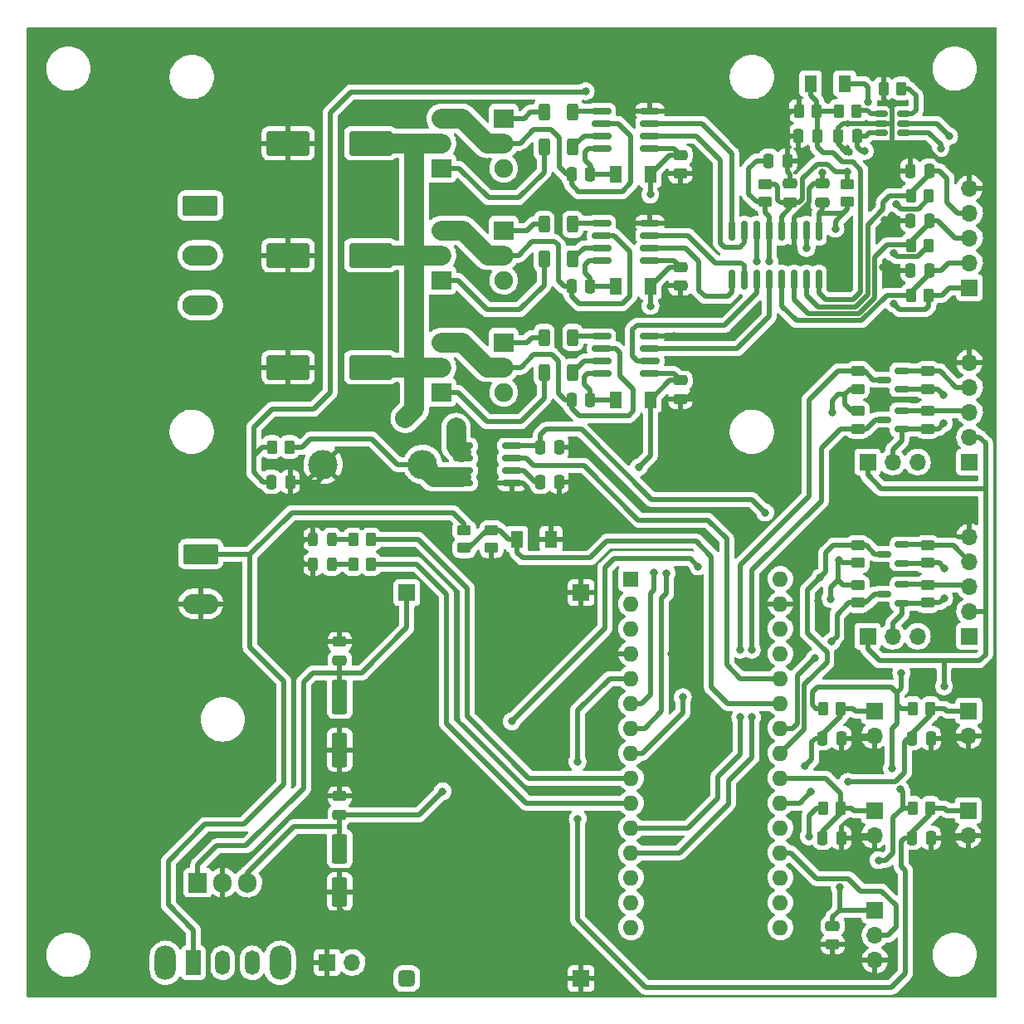
<source format=gtl>
G04 #@! TF.GenerationSoftware,KiCad,Pcbnew,(6.0.8)*
G04 #@! TF.CreationDate,2023-06-08T11:40:43-03:00*
G04 #@! TF.ProjectId,EcoMaua_BLDC_Controller_v0,45636f4d-6175-4615-9f42-4c44435f436f,rev?*
G04 #@! TF.SameCoordinates,Original*
G04 #@! TF.FileFunction,Copper,L1,Top*
G04 #@! TF.FilePolarity,Positive*
%FSLAX46Y46*%
G04 Gerber Fmt 4.6, Leading zero omitted, Abs format (unit mm)*
G04 Created by KiCad (PCBNEW (6.0.8)) date 2023-06-08 11:40:43*
%MOMM*%
%LPD*%
G01*
G04 APERTURE LIST*
G04 Aperture macros list*
%AMRoundRect*
0 Rectangle with rounded corners*
0 $1 Rounding radius*
0 $2 $3 $4 $5 $6 $7 $8 $9 X,Y pos of 4 corners*
0 Add a 4 corners polygon primitive as box body*
4,1,4,$2,$3,$4,$5,$6,$7,$8,$9,$2,$3,0*
0 Add four circle primitives for the rounded corners*
1,1,$1+$1,$2,$3*
1,1,$1+$1,$4,$5*
1,1,$1+$1,$6,$7*
1,1,$1+$1,$8,$9*
0 Add four rect primitives between the rounded corners*
20,1,$1+$1,$2,$3,$4,$5,0*
20,1,$1+$1,$4,$5,$6,$7,0*
20,1,$1+$1,$6,$7,$8,$9,0*
20,1,$1+$1,$8,$9,$2,$3,0*%
G04 Aperture macros list end*
G04 #@! TA.AperFunction,SMDPad,CuDef*
%ADD10RoundRect,0.150000X0.825000X0.150000X-0.825000X0.150000X-0.825000X-0.150000X0.825000X-0.150000X0*%
G04 #@! TD*
G04 #@! TA.AperFunction,SMDPad,CuDef*
%ADD11RoundRect,0.250000X0.250000X0.475000X-0.250000X0.475000X-0.250000X-0.475000X0.250000X-0.475000X0*%
G04 #@! TD*
G04 #@! TA.AperFunction,SMDPad,CuDef*
%ADD12RoundRect,0.250000X-0.262500X-0.450000X0.262500X-0.450000X0.262500X0.450000X-0.262500X0.450000X0*%
G04 #@! TD*
G04 #@! TA.AperFunction,SMDPad,CuDef*
%ADD13RoundRect,0.150000X0.587500X0.150000X-0.587500X0.150000X-0.587500X-0.150000X0.587500X-0.150000X0*%
G04 #@! TD*
G04 #@! TA.AperFunction,SMDPad,CuDef*
%ADD14RoundRect,0.250000X0.312500X0.625000X-0.312500X0.625000X-0.312500X-0.625000X0.312500X-0.625000X0*%
G04 #@! TD*
G04 #@! TA.AperFunction,SMDPad,CuDef*
%ADD15RoundRect,0.250000X-0.550000X1.500000X-0.550000X-1.500000X0.550000X-1.500000X0.550000X1.500000X0*%
G04 #@! TD*
G04 #@! TA.AperFunction,ComponentPad*
%ADD16O,2.200000X3.500000*%
G04 #@! TD*
G04 #@! TA.AperFunction,ComponentPad*
%ADD17R,1.500000X2.500000*%
G04 #@! TD*
G04 #@! TA.AperFunction,ComponentPad*
%ADD18O,1.500000X2.500000*%
G04 #@! TD*
G04 #@! TA.AperFunction,ComponentPad*
%ADD19R,1.700000X1.700000*%
G04 #@! TD*
G04 #@! TA.AperFunction,ComponentPad*
%ADD20O,1.700000X1.700000*%
G04 #@! TD*
G04 #@! TA.AperFunction,SMDPad,CuDef*
%ADD21RoundRect,0.250000X-0.475000X0.250000X-0.475000X-0.250000X0.475000X-0.250000X0.475000X0.250000X0*%
G04 #@! TD*
G04 #@! TA.AperFunction,SMDPad,CuDef*
%ADD22RoundRect,0.150000X-0.150000X0.850000X-0.150000X-0.850000X0.150000X-0.850000X0.150000X0.850000X0*%
G04 #@! TD*
G04 #@! TA.AperFunction,SMDPad,CuDef*
%ADD23RoundRect,0.250000X0.475000X-0.250000X0.475000X0.250000X-0.475000X0.250000X-0.475000X-0.250000X0*%
G04 #@! TD*
G04 #@! TA.AperFunction,ComponentPad*
%ADD24R,1.600000X1.600000*%
G04 #@! TD*
G04 #@! TA.AperFunction,ComponentPad*
%ADD25O,1.600000X1.600000*%
G04 #@! TD*
G04 #@! TA.AperFunction,SMDPad,CuDef*
%ADD26RoundRect,0.250000X0.262500X0.450000X-0.262500X0.450000X-0.262500X-0.450000X0.262500X-0.450000X0*%
G04 #@! TD*
G04 #@! TA.AperFunction,SMDPad,CuDef*
%ADD27RoundRect,0.150000X-0.825000X-0.150000X0.825000X-0.150000X0.825000X0.150000X-0.825000X0.150000X0*%
G04 #@! TD*
G04 #@! TA.AperFunction,SMDPad,CuDef*
%ADD28RoundRect,0.250000X0.450000X-0.262500X0.450000X0.262500X-0.450000X0.262500X-0.450000X-0.262500X0*%
G04 #@! TD*
G04 #@! TA.AperFunction,ComponentPad*
%ADD29R,1.905000X2.000000*%
G04 #@! TD*
G04 #@! TA.AperFunction,ComponentPad*
%ADD30O,1.905000X2.000000*%
G04 #@! TD*
G04 #@! TA.AperFunction,SMDPad,CuDef*
%ADD31RoundRect,0.250000X1.950000X1.000000X-1.950000X1.000000X-1.950000X-1.000000X1.950000X-1.000000X0*%
G04 #@! TD*
G04 #@! TA.AperFunction,SMDPad,CuDef*
%ADD32R,1.300000X1.700000*%
G04 #@! TD*
G04 #@! TA.AperFunction,SMDPad,CuDef*
%ADD33RoundRect,0.250000X-0.250000X-0.475000X0.250000X-0.475000X0.250000X0.475000X-0.250000X0.475000X0*%
G04 #@! TD*
G04 #@! TA.AperFunction,ComponentPad*
%ADD34RoundRect,0.425000X0.425000X-0.425000X0.425000X0.425000X-0.425000X0.425000X-0.425000X-0.425000X0*%
G04 #@! TD*
G04 #@! TA.AperFunction,SMDPad,CuDef*
%ADD35RoundRect,0.250000X-0.550000X1.250000X-0.550000X-1.250000X0.550000X-1.250000X0.550000X1.250000X0*%
G04 #@! TD*
G04 #@! TA.AperFunction,ComponentPad*
%ADD36RoundRect,0.249999X-1.550001X0.790001X-1.550001X-0.790001X1.550001X-0.790001X1.550001X0.790001X0*%
G04 #@! TD*
G04 #@! TA.AperFunction,ComponentPad*
%ADD37O,3.600000X2.080000*%
G04 #@! TD*
G04 #@! TA.AperFunction,SMDPad,CuDef*
%ADD38RoundRect,0.150000X-0.512500X-0.150000X0.512500X-0.150000X0.512500X0.150000X-0.512500X0.150000X0*%
G04 #@! TD*
G04 #@! TA.AperFunction,ComponentPad*
%ADD39C,3.000000*%
G04 #@! TD*
G04 #@! TA.AperFunction,ComponentPad*
%ADD40O,3.000000X3.000000*%
G04 #@! TD*
G04 #@! TA.AperFunction,SMDPad,CuDef*
%ADD41RoundRect,0.250000X-0.450000X0.262500X-0.450000X-0.262500X0.450000X-0.262500X0.450000X0.262500X0*%
G04 #@! TD*
G04 #@! TA.AperFunction,SMDPad,CuDef*
%ADD42RoundRect,0.243750X-0.243750X-0.456250X0.243750X-0.456250X0.243750X0.456250X-0.243750X0.456250X0*%
G04 #@! TD*
G04 #@! TA.AperFunction,ComponentPad*
%ADD43R,2.000000X1.905000*%
G04 #@! TD*
G04 #@! TA.AperFunction,ComponentPad*
%ADD44O,2.000000X1.905000*%
G04 #@! TD*
G04 #@! TA.AperFunction,ComponentPad*
%ADD45C,1.905000*%
G04 #@! TD*
G04 #@! TA.AperFunction,ViaPad*
%ADD46C,0.800000*%
G04 #@! TD*
G04 #@! TA.AperFunction,ViaPad*
%ADD47C,2.000000*%
G04 #@! TD*
G04 #@! TA.AperFunction,Conductor*
%ADD48C,0.500000*%
G04 #@! TD*
G04 #@! TA.AperFunction,Conductor*
%ADD49C,2.000000*%
G04 #@! TD*
G04 APERTURE END LIST*
D10*
X160601500Y-51232000D03*
X160601500Y-49962000D03*
X160601500Y-48692000D03*
X160601500Y-47422000D03*
X155651500Y-47422000D03*
X155651500Y-48692000D03*
X155651500Y-49962000D03*
X155651500Y-51232000D03*
D11*
X189088000Y-58593000D03*
X187188000Y-58593000D03*
D12*
X187225500Y-61133000D03*
X189050500Y-61133000D03*
X178269500Y-108372000D03*
X180094500Y-108372000D03*
D13*
X186296500Y-97648000D03*
X186296500Y-95748000D03*
X184421500Y-96698000D03*
D14*
X152731000Y-74092000D03*
X149806000Y-74092000D03*
D11*
X154504500Y-65329000D03*
X152604500Y-65329000D03*
D15*
X128956000Y-107206000D03*
X128956000Y-112606000D03*
D16*
X122868000Y-134333500D03*
X111168000Y-134333500D03*
D17*
X114018000Y-134333500D03*
D18*
X117018000Y-134333500D03*
X120018000Y-134333500D03*
D19*
X183500000Y-108626000D03*
D20*
X183500000Y-111166000D03*
D21*
X179248000Y-130561000D03*
X179248000Y-132461000D03*
D12*
X187397500Y-108372000D03*
X189222500Y-108372000D03*
X187225500Y-66213000D03*
X189050500Y-66213000D03*
D22*
X177851000Y-59654000D03*
X176581000Y-59654000D03*
X175311000Y-59654000D03*
X174041000Y-59654000D03*
X172771000Y-59654000D03*
X171501000Y-59654000D03*
X170231000Y-59654000D03*
X168961000Y-59654000D03*
X168961000Y-64654000D03*
X170231000Y-64654000D03*
X171501000Y-64654000D03*
X172771000Y-64654000D03*
X174041000Y-64654000D03*
X175311000Y-64654000D03*
X176581000Y-64654000D03*
X177851000Y-64654000D03*
D19*
X193218000Y-65451000D03*
D20*
X193218000Y-62911000D03*
X193218000Y-60371000D03*
X193218000Y-57831000D03*
X193218000Y-55291000D03*
D23*
X174930000Y-56754000D03*
X174930000Y-54854000D03*
D24*
X158674000Y-95174000D03*
D25*
X158674000Y-97714000D03*
X158674000Y-100254000D03*
X158674000Y-102794000D03*
X158674000Y-105334000D03*
X158674000Y-107874000D03*
X158674000Y-110414000D03*
X158674000Y-112954000D03*
X158674000Y-115494000D03*
X158674000Y-118034000D03*
X158674000Y-120574000D03*
X158674000Y-123114000D03*
X158674000Y-125654000D03*
X158674000Y-128194000D03*
X158674000Y-130734000D03*
X173914000Y-130734000D03*
X173914000Y-128194000D03*
X173914000Y-125654000D03*
X173914000Y-123114000D03*
X173914000Y-120574000D03*
X173914000Y-118034000D03*
X173914000Y-115494000D03*
X173914000Y-112954000D03*
X173914000Y-110414000D03*
X173914000Y-107874000D03*
X173914000Y-105334000D03*
X173914000Y-102794000D03*
X173914000Y-100254000D03*
X173914000Y-97714000D03*
X173914000Y-95174000D03*
D26*
X132154300Y-93675200D03*
X130329300Y-93675200D03*
D27*
X141544800Y-81585000D03*
X141544800Y-82855000D03*
X141544800Y-84125000D03*
X141544800Y-85395000D03*
X146494800Y-85395000D03*
X146494800Y-84125000D03*
X146494800Y-82855000D03*
X146494800Y-81585000D03*
D26*
X186256500Y-45136000D03*
X184431500Y-45136000D03*
D28*
X172390000Y-56716500D03*
X172390000Y-54891500D03*
D21*
X163714500Y-63363000D03*
X163714500Y-65263000D03*
D14*
X152731000Y-51105000D03*
X149806000Y-51105000D03*
D13*
X186296500Y-93584000D03*
X186296500Y-91684000D03*
X184421500Y-92634000D03*
D29*
X114478000Y-126162000D03*
D30*
X117018000Y-126162000D03*
X119558000Y-126162000D03*
D21*
X163714500Y-74920000D03*
X163714500Y-76820000D03*
D12*
X187397500Y-118537000D03*
X189222500Y-118537000D03*
D23*
X178232000Y-56754000D03*
X178232000Y-54854000D03*
D19*
X193218000Y-83236000D03*
D20*
X193218000Y-80696000D03*
X193218000Y-78156000D03*
X193218000Y-75616000D03*
X193218000Y-73076000D03*
D28*
X188915000Y-97610500D03*
X188915000Y-95785500D03*
X188915000Y-75771500D03*
X188915000Y-73946500D03*
X181803000Y-93546500D03*
X181803000Y-91721500D03*
D31*
X132100500Y-73584000D03*
X123700500Y-73584000D03*
D14*
X152731000Y-47549000D03*
X149806000Y-47549000D03*
D32*
X180490000Y-44628000D03*
X176990000Y-44628000D03*
D10*
X160601500Y-62662000D03*
X160601500Y-61392000D03*
X160601500Y-60122000D03*
X160601500Y-58852000D03*
X155651500Y-58852000D03*
X155651500Y-60122000D03*
X155651500Y-61392000D03*
X155651500Y-62662000D03*
D26*
X132154300Y-91135200D03*
X130329300Y-91135200D03*
D32*
X157138500Y-76886000D03*
X160638500Y-76886000D03*
D26*
X123850300Y-81712000D03*
X122025300Y-81712000D03*
D28*
X144450000Y-92022500D03*
X144450000Y-90197500D03*
D11*
X154504500Y-76886000D03*
X152604500Y-76886000D03*
D19*
X183500000Y-118791000D03*
D20*
X183500000Y-121331000D03*
D21*
X163714500Y-51933000D03*
X163714500Y-53833000D03*
D26*
X177620500Y-47422000D03*
X175795500Y-47422000D03*
D33*
X149419800Y-81712000D03*
X151319800Y-81712000D03*
X178232000Y-121585000D03*
X180132000Y-121585000D03*
X172710000Y-52502000D03*
X174610000Y-52502000D03*
D34*
X135814000Y-135941000D03*
D19*
X153594000Y-135941000D03*
X153594000Y-96571000D03*
X135814000Y-96571000D03*
D33*
X178232000Y-111420000D03*
X180132000Y-111420000D03*
D35*
X128956000Y-122692000D03*
X128956000Y-127092000D03*
D28*
X141656000Y-92022500D03*
X141656000Y-90197500D03*
D36*
X114771500Y-92634000D03*
D37*
X114771500Y-97714000D03*
D38*
X184206500Y-47742000D03*
X184206500Y-48692000D03*
X184206500Y-49642000D03*
X186481500Y-49642000D03*
X186481500Y-48692000D03*
X186481500Y-47742000D03*
D13*
X186296500Y-79873000D03*
X186296500Y-77973000D03*
X184421500Y-78923000D03*
D14*
X152731000Y-62535000D03*
X149806000Y-62535000D03*
D23*
X128956000Y-119238000D03*
X128956000Y-117338000D03*
D39*
X127255800Y-83490000D03*
D40*
X137415800Y-83490000D03*
D31*
X132100500Y-50724000D03*
X123700500Y-50724000D03*
D12*
X179859500Y-47422000D03*
X181684500Y-47422000D03*
D28*
X188915000Y-79835500D03*
X188915000Y-78010500D03*
D19*
X183566000Y-128971000D03*
D20*
X183566000Y-131511000D03*
X183566000Y-134051000D03*
D41*
X181803000Y-95785500D03*
X181803000Y-97610500D03*
X181803000Y-78010500D03*
X181803000Y-79835500D03*
D19*
X193218000Y-101011000D03*
D20*
X193218000Y-98471000D03*
X193218000Y-95931000D03*
X193218000Y-93391000D03*
X193218000Y-90851000D03*
D28*
X188915000Y-93546500D03*
X188915000Y-91721500D03*
D19*
X182819000Y-83241000D03*
D20*
X185359000Y-83241000D03*
X187899000Y-83241000D03*
D13*
X186296500Y-75809000D03*
X186296500Y-73909000D03*
X184421500Y-74859000D03*
D32*
X157138500Y-53899000D03*
X160638500Y-53899000D03*
D14*
X152731000Y-70536000D03*
X149806000Y-70536000D03*
D33*
X187360000Y-111420000D03*
X189260000Y-111420000D03*
D19*
X182819000Y-101016000D03*
D20*
X185359000Y-101016000D03*
X187899000Y-101016000D03*
D10*
X160601500Y-74219000D03*
X160601500Y-72949000D03*
X160601500Y-71679000D03*
X160601500Y-70409000D03*
X155651500Y-70409000D03*
X155651500Y-71679000D03*
X155651500Y-72949000D03*
X155651500Y-74219000D03*
D19*
X193060000Y-118791000D03*
D20*
X193060000Y-121331000D03*
D11*
X189088000Y-53513000D03*
X187188000Y-53513000D03*
D14*
X152731000Y-58979000D03*
X149806000Y-58979000D03*
D19*
X127681000Y-134290000D03*
D20*
X130221000Y-134290000D03*
D42*
X126240300Y-93675200D03*
X128115300Y-93675200D03*
D11*
X177658000Y-49962000D03*
X175758000Y-49962000D03*
D33*
X121987800Y-85268000D03*
X123887800Y-85268000D03*
D28*
X180772000Y-56716500D03*
X180772000Y-54891500D03*
D11*
X181722000Y-49962000D03*
X179822000Y-49962000D03*
D31*
X132100500Y-62154000D03*
X123700500Y-62154000D03*
D11*
X154504500Y-53899000D03*
X152604500Y-53899000D03*
D32*
X157138500Y-65329000D03*
X160638500Y-65329000D03*
D28*
X181803000Y-75771500D03*
X181803000Y-73946500D03*
D23*
X128956000Y-103490000D03*
X128956000Y-101590000D03*
D11*
X189088000Y-63673000D03*
X187188000Y-63673000D03*
D12*
X187225500Y-56053000D03*
X189050500Y-56053000D03*
X178269500Y-118537000D03*
X180094500Y-118537000D03*
D32*
X147018000Y-91110000D03*
X150518000Y-91110000D03*
D42*
X126240300Y-91135200D03*
X128115300Y-91135200D03*
D36*
X114732000Y-57074000D03*
D37*
X114732000Y-62154000D03*
X114732000Y-67234000D03*
D19*
X193136000Y-108626000D03*
D20*
X193136000Y-111166000D03*
D33*
X187360000Y-121585000D03*
X189260000Y-121585000D03*
X149419800Y-85268000D03*
X151319800Y-85268000D03*
D43*
X145680500Y-48184000D03*
D44*
X145680500Y-50724000D03*
D45*
X145680500Y-53264000D03*
D43*
X145680500Y-71044000D03*
D44*
X145680500Y-73584000D03*
D45*
X145680500Y-76124000D03*
D43*
X139330500Y-53264000D03*
D44*
X139330500Y-50724000D03*
D45*
X139330500Y-48184000D03*
D43*
X139330500Y-64694000D03*
D44*
X139330500Y-62154000D03*
D45*
X139330500Y-59614000D03*
D43*
X145680500Y-59614000D03*
D44*
X145680500Y-62154000D03*
D45*
X145680500Y-64694000D03*
D43*
X139330500Y-76124000D03*
D44*
X139330500Y-73584000D03*
D45*
X139330500Y-71044000D03*
D46*
X191058800Y-99060000D03*
X146812000Y-126492000D03*
X185420000Y-126492000D03*
X193167000Y-51308000D03*
X147828000Y-74803000D03*
X150749000Y-78003400D03*
X147828000Y-63119000D03*
X121183400Y-53263800D03*
X164973000Y-115697000D03*
X165404800Y-101219000D03*
X152755600Y-91236800D03*
X163652200Y-67132200D03*
X175895000Y-52501800D03*
X123774200Y-101447600D03*
X180594000Y-103632000D03*
X170967400Y-115976400D03*
X101295200Y-126161800D03*
X136398000Y-43180000D03*
X115062000Y-113792000D03*
X121158000Y-64770000D03*
X183134000Y-94742000D03*
X139242800Y-56438800D03*
X189026800Y-115595400D03*
X187452000Y-88138000D03*
X132715000Y-99644200D03*
X107696000Y-43180000D03*
X170307000Y-57531000D03*
X178231800Y-53695100D03*
X155829000Y-129717800D03*
X160655000Y-43053000D03*
X169606200Y-50099200D03*
X122123200Y-97688400D03*
X180873400Y-51562000D03*
X181864000Y-40640000D03*
X184376838Y-63407738D03*
X166370000Y-73787000D03*
X191058800Y-81534000D03*
X161417000Y-121793000D03*
X150799800Y-55118000D03*
X136906000Y-107188000D03*
X194056000Y-127508000D03*
X118872000Y-113792000D03*
X141782800Y-51638200D03*
X101346000Y-105384600D03*
X144780000Y-121158000D03*
X165989000Y-59918600D03*
X176784000Y-94615000D03*
X127254000Y-79603600D03*
X177800000Y-97409000D03*
X169799000Y-89408000D03*
X183134000Y-76962000D03*
X112649000Y-113792000D03*
X159359600Y-81127600D03*
X179959000Y-64643000D03*
X117602000Y-113792000D03*
X139293600Y-67868800D03*
X183311800Y-56972200D03*
X150698200Y-66548000D03*
X107670600Y-85521800D03*
X177673000Y-70739000D03*
X134366000Y-92456000D03*
X154352012Y-85703388D03*
X162799900Y-102793800D03*
X134086600Y-56438800D03*
X171450000Y-135128000D03*
X179832000Y-87249000D03*
X120142000Y-113792000D03*
X121056400Y-76200000D03*
X155956000Y-110998000D03*
X156591000Y-81280000D03*
X113919000Y-113792000D03*
X147828000Y-51689000D03*
X163017200Y-70383400D03*
X121285000Y-113792000D03*
X152958800Y-81788000D03*
X162280600Y-80543400D03*
X166039800Y-54305200D03*
X184505600Y-58572400D03*
X168275000Y-109601000D03*
X134112000Y-67868800D03*
X182114756Y-124959797D03*
X116332000Y-113792000D03*
X153238200Y-119634000D03*
X153212800Y-113817400D03*
X171500800Y-62738000D03*
X160985200Y-94513400D03*
X172796200Y-62763400D03*
X162306000Y-94589600D03*
X163957000Y-107238800D03*
X179527200Y-59436000D03*
X169824400Y-102387400D03*
X169824400Y-109270800D03*
X170992800Y-102387400D03*
X171018200Y-109296200D03*
X190601600Y-106121200D03*
X176453800Y-114249200D03*
X177012600Y-116916200D03*
X180797200Y-115874800D03*
X190271400Y-51231800D03*
X177901600Y-95072851D03*
X177433100Y-103251000D03*
X179120800Y-101574600D03*
X191135000Y-49987200D03*
X179933600Y-126619000D03*
X186131200Y-116611400D03*
X179857400Y-93218000D03*
X179171600Y-78155800D03*
X180771800Y-53670200D03*
X182880710Y-46550388D03*
X183921400Y-123875800D03*
X182524400Y-51511200D03*
X185470800Y-67062500D03*
X185470800Y-61936500D03*
X172364400Y-88392000D03*
X186258200Y-104775000D03*
X179019200Y-97205800D03*
X185724800Y-56902500D03*
X176809400Y-121437400D03*
X185293000Y-114503200D03*
X139446000Y-116840000D03*
X146507200Y-109702600D03*
X165531800Y-93903800D03*
X160629600Y-55956200D03*
X160655000Y-67310000D03*
X159461200Y-83769200D03*
D47*
X135636000Y-78765400D03*
D46*
X154051000Y-45415200D03*
X176580800Y-61417200D03*
X190576200Y-76377800D03*
X190576200Y-79273400D03*
X190652400Y-94107000D03*
X190627000Y-97129600D03*
D47*
X140817600Y-79730600D03*
D48*
X184200800Y-85953600D02*
X194843400Y-85953600D01*
X182819000Y-83241000D02*
X182819000Y-84571800D01*
X194843400Y-85953600D02*
X194843400Y-81330800D01*
X194843400Y-98475800D02*
X194843400Y-85953600D01*
X182819000Y-84571800D02*
X184200800Y-85953600D01*
X194208600Y-80696000D02*
X193218000Y-80696000D01*
X194843400Y-81330800D02*
X194208600Y-80696000D01*
X152069800Y-88976200D02*
X152755600Y-89662000D01*
X143179400Y-129209800D02*
X149910600Y-135941000D01*
X189026800Y-114833400D02*
X189992000Y-113868200D01*
X152908200Y-85268000D02*
X151319800Y-85268000D01*
X117018000Y-128168600D02*
X117018000Y-126162000D01*
X123700500Y-73584000D02*
X111303000Y-73584000D01*
X152069800Y-87223600D02*
X152069800Y-88976200D01*
X195000600Y-121331000D02*
X195376800Y-120954800D01*
X128956000Y-101590000D02*
X128956000Y-100025400D01*
X179248000Y-133451800D02*
X179847200Y-134051000D01*
X165404800Y-101219000D02*
X163830000Y-102793800D01*
X124815600Y-86842600D02*
X111480600Y-86842600D01*
X193218000Y-55291000D02*
X193218000Y-53746600D01*
X160601500Y-47422000D02*
X166929000Y-47422000D01*
X124663200Y-91821000D02*
X124663200Y-93014800D01*
X163714500Y-76820000D02*
X163714500Y-79109500D01*
X192709800Y-113868200D02*
X189992000Y-113868200D01*
X160601500Y-70409000D02*
X162991600Y-70409000D01*
X166039800Y-54305200D02*
X165567600Y-53833000D01*
X174610000Y-53604400D02*
X174610000Y-52502000D01*
X184206500Y-48692000D02*
X185318600Y-48692000D01*
X152628800Y-91110000D02*
X152755600Y-91236800D01*
X175758000Y-49962000D02*
X174929600Y-49962000D01*
X174610000Y-50099200D02*
X174610000Y-50281600D01*
X175311000Y-59654000D02*
X175311000Y-58292800D01*
X148285200Y-137566400D02*
X149910600Y-135941000D01*
X127681000Y-134290000D02*
X127681000Y-136063000D01*
X185319000Y-47143000D02*
X185319000Y-48692400D01*
X165125400Y-75996800D02*
X166370000Y-74752200D01*
X169606200Y-50099200D02*
X174610000Y-50099200D01*
X143179400Y-129209800D02*
X143179400Y-116331600D01*
X175894800Y-52502000D02*
X174610000Y-52502000D01*
X195376800Y-120954800D02*
X195376800Y-116535200D01*
X119151400Y-56896000D02*
X119151400Y-52425600D01*
X125349000Y-91135200D02*
X124663200Y-91821000D01*
X119151400Y-52425600D02*
X120853000Y-50724000D01*
X184206500Y-48692000D02*
X184206300Y-48691800D01*
X184431500Y-45136000D02*
X184431500Y-46255500D01*
X174610000Y-50281600D02*
X174610000Y-52502000D01*
X180873400Y-51562000D02*
X180670200Y-51562000D01*
X174610000Y-47767000D02*
X174610000Y-50099200D01*
X147599600Y-85395000D02*
X148132800Y-85928200D01*
X179847200Y-134051000D02*
X180228200Y-134051000D01*
X174930000Y-54854000D02*
X174930000Y-53924400D01*
X165354000Y-101269800D02*
X165354000Y-106680000D01*
X162991600Y-70409000D02*
X163017200Y-70383400D01*
X178232000Y-53695300D02*
X178232000Y-54854000D01*
X144450000Y-94259600D02*
X146761400Y-96571000D01*
X165404800Y-101219000D02*
X165354000Y-101269800D01*
X148488400Y-87223600D02*
X152069800Y-87223600D01*
X151319800Y-81712000D02*
X152882800Y-81712000D01*
X144450000Y-92022500D02*
X144450000Y-94259600D01*
X163714500Y-79109500D02*
X162280600Y-80543400D01*
X170967400Y-115976400D02*
X171424600Y-116433600D01*
X180132000Y-121585000D02*
X183246000Y-121585000D01*
X176874400Y-56729400D02*
X176874400Y-55307000D01*
X189992000Y-113868200D02*
X191119400Y-112740800D01*
X175795500Y-47422000D02*
X174955000Y-47422000D01*
X111175800Y-64516000D02*
X111175800Y-60985400D01*
X180228200Y-134051000D02*
X183566000Y-134051000D01*
X149910600Y-135941000D02*
X153594000Y-135941000D01*
X193218000Y-53746600D02*
X191973200Y-52501800D01*
X129184400Y-137566400D02*
X148285200Y-137566400D01*
X184505600Y-58572400D02*
X184526200Y-58593000D01*
X153898600Y-86156800D02*
X154352012Y-85703388D01*
X126720400Y-85268000D02*
X127255800Y-84732600D01*
X165354000Y-106680000D02*
X168275000Y-109601000D01*
X116332000Y-59715400D02*
X119151400Y-56896000D01*
X177327400Y-54854000D02*
X178232000Y-54854000D01*
X178231800Y-53695100D02*
X178232000Y-53695300D01*
X179822000Y-49159000D02*
X179822000Y-49962000D01*
X179822000Y-50713800D02*
X179822000Y-49962000D01*
X164922400Y-58852000D02*
X165989000Y-59918600D01*
X148132800Y-86868000D02*
X148488400Y-87223600D01*
X185319000Y-51358200D02*
X185319000Y-53035800D01*
X163830000Y-102793800D02*
X162799900Y-102793800D01*
X163714500Y-76820000D02*
X164302200Y-76820000D01*
X152069800Y-87223600D02*
X153136600Y-86156800D01*
X146761400Y-96571000D02*
X153594000Y-96571000D01*
X134239000Y-129209800D02*
X143179400Y-129209800D01*
X126240300Y-91135200D02*
X125349000Y-91135200D01*
X191973200Y-52501800D02*
X190144400Y-52501800D01*
X164302200Y-76820000D02*
X165125400Y-75996800D01*
X129108200Y-115671600D02*
X128956000Y-115519400D01*
X128956000Y-128829000D02*
X129362200Y-129235200D01*
X185729600Y-53513000D02*
X185319000Y-53923600D01*
X183246000Y-121585000D02*
X183500000Y-121331000D01*
X128956000Y-100025400D02*
X126240300Y-97309700D01*
X134213600Y-129235200D02*
X134239000Y-129209800D01*
X111303000Y-73584000D02*
X111175800Y-73456800D01*
X185319000Y-53923600D02*
X185319000Y-52883400D01*
X163714500Y-57443300D02*
X163714500Y-53833000D01*
X111480600Y-86842600D02*
X108280200Y-83642200D01*
X125861600Y-97688400D02*
X122123200Y-97688400D01*
X163714500Y-67069900D02*
X163652200Y-67132200D01*
X124663200Y-93014800D02*
X125323600Y-93675200D01*
X174955000Y-47422000D02*
X174610000Y-47767000D01*
X165567600Y-53833000D02*
X163714500Y-53833000D01*
X125730200Y-85268000D02*
X125730200Y-85928000D01*
X117906800Y-64516000D02*
X111175800Y-64516000D01*
X156743400Y-81127600D02*
X156591000Y-81280000D01*
X125730200Y-85268000D02*
X123887800Y-85268000D01*
X185318600Y-48692000D02*
X185319000Y-48692400D01*
X125323600Y-93675200D02*
X126240300Y-93675200D01*
X184526200Y-58593000D02*
X187188000Y-58593000D01*
X127255800Y-84732600D02*
X127255800Y-83490000D01*
X189000800Y-51358200D02*
X185319000Y-51358200D01*
X108280200Y-83642200D02*
X108280200Y-76352400D01*
X187188000Y-53513000D02*
X185729600Y-53513000D01*
X148132800Y-85928200D02*
X148132800Y-86868000D01*
X163714500Y-65263000D02*
X163714500Y-67069900D01*
X132715000Y-99644200D02*
X129337200Y-99644200D01*
X179248000Y-132461000D02*
X179248000Y-133451800D01*
X123700500Y-62154000D02*
X120268800Y-62154000D01*
X184376838Y-63407738D02*
X184642100Y-63673000D01*
X195376800Y-116535200D02*
X192709800Y-113868200D01*
X183246000Y-111420000D02*
X183500000Y-111166000D01*
X162305800Y-58852000D02*
X164922400Y-58852000D01*
X166370000Y-74752200D02*
X166370000Y-73787000D01*
X153136600Y-85496400D02*
X152908200Y-85268000D01*
X141097000Y-114249200D02*
X135102600Y-114249200D01*
X143179400Y-116331600D02*
X141097000Y-114249200D01*
X183311800Y-56972200D02*
X183311800Y-55930800D01*
X189260000Y-111420000D02*
X191119400Y-111420000D01*
X120268800Y-62154000D02*
X117906800Y-64516000D01*
X129362200Y-129235200D02*
X118084600Y-129235200D01*
X128956000Y-127092000D02*
X128956000Y-128829000D01*
X118084600Y-129235200D02*
X117018000Y-128168600D01*
X184431500Y-46255500D02*
X185319000Y-47143000D01*
X180218000Y-134061200D02*
X180228200Y-134051000D01*
X174929600Y-49962000D02*
X174610000Y-50281600D01*
X184642100Y-63673000D02*
X187188000Y-63673000D01*
X189026800Y-115595400D02*
X189026800Y-114833400D01*
X108280200Y-76352400D02*
X111175800Y-73456800D01*
X180670200Y-51562000D02*
X179822000Y-50713800D01*
X175895000Y-52501800D02*
X175894800Y-52502000D01*
X128956000Y-115519400D02*
X128956000Y-117338000D01*
X192882000Y-111420000D02*
X193136000Y-111166000D01*
X127681000Y-136063000D02*
X129184400Y-137566400D01*
X120853000Y-50724000D02*
X123700500Y-50724000D01*
X125730200Y-85268000D02*
X126720400Y-85268000D01*
X193060000Y-121331000D02*
X195000600Y-121331000D01*
X190144400Y-52501800D02*
X189000800Y-51358200D01*
X185319000Y-48692400D02*
X185319000Y-51358200D01*
X125730200Y-85928000D02*
X124815600Y-86842600D01*
X183311800Y-55930800D02*
X185319000Y-53923600D01*
X191119400Y-112740800D02*
X191119400Y-111420000D01*
X129362200Y-129235200D02*
X134213600Y-129235200D01*
X133680200Y-115671600D02*
X129108200Y-115671600D01*
X152755600Y-89662000D02*
X152755600Y-91236800D01*
X189260000Y-121585000D02*
X192806000Y-121585000D01*
X160601500Y-58852000D02*
X162305800Y-58852000D01*
X126240300Y-97309700D02*
X126240300Y-93675200D01*
X191119400Y-111420000D02*
X192882000Y-111420000D01*
X129337200Y-99644200D02*
X128956000Y-100025400D01*
X135102600Y-114249200D02*
X133680200Y-115671600D01*
X111175800Y-73456800D02*
X111175800Y-64516000D01*
X175311000Y-58292800D02*
X176874400Y-56729400D01*
X166929000Y-47422000D02*
X169606200Y-50099200D01*
X150518000Y-91110000D02*
X152628800Y-91110000D01*
X126240300Y-97309700D02*
X125861600Y-97688400D01*
X171424600Y-132588000D02*
X172897800Y-134061200D01*
X153136600Y-86156800D02*
X153898600Y-86156800D01*
X192806000Y-121585000D02*
X193060000Y-121331000D01*
X128956000Y-112606000D02*
X128956000Y-115519400D01*
X111175800Y-60985400D02*
X112445800Y-59715400D01*
X172897800Y-134061200D02*
X180218000Y-134061200D01*
X180289200Y-48691800D02*
X179822000Y-49159000D01*
X152882800Y-81712000D02*
X152958800Y-81788000D01*
X153136600Y-86156800D02*
X153136600Y-85496400D01*
X162305800Y-58852000D02*
X163714500Y-57443300D01*
X146494800Y-85395000D02*
X147599600Y-85395000D01*
X176874400Y-55307000D02*
X177327400Y-54854000D01*
X112445800Y-59715400D02*
X116332000Y-59715400D01*
X171424600Y-116433600D02*
X171424600Y-132588000D01*
X159359600Y-81127600D02*
X156743400Y-81127600D01*
X184206300Y-48691800D02*
X180289200Y-48691800D01*
X180132000Y-111420000D02*
X183246000Y-111420000D01*
X174930000Y-53924400D02*
X174610000Y-53604400D01*
X153212800Y-113817400D02*
X153212800Y-108610400D01*
X156489200Y-105334000D02*
X158674000Y-105334000D01*
X153238200Y-129946400D02*
X153238200Y-119634000D01*
X187360000Y-121585000D02*
X187360000Y-121046800D01*
X190647600Y-118537000D02*
X190901600Y-118791000D01*
X186690000Y-124942600D02*
X186690000Y-135394700D01*
X187360000Y-121046800D02*
X189222500Y-119184300D01*
X153212800Y-108610400D02*
X156489200Y-105334000D01*
X187360000Y-121585000D02*
X186567800Y-121585000D01*
X189222500Y-118537000D02*
X190647600Y-118537000D01*
X190901600Y-118791000D02*
X193060000Y-118791000D01*
X185254900Y-136829800D02*
X160121600Y-136829800D01*
X186690000Y-135394700D02*
X185254900Y-136829800D01*
X186567800Y-121585000D02*
X186207400Y-121945400D01*
X186207400Y-124460000D02*
X186690000Y-124942600D01*
X160121600Y-136829800D02*
X153238200Y-129946400D01*
X189222500Y-119184300D02*
X189222500Y-118537000D01*
X186207400Y-121945400D02*
X186207400Y-124460000D01*
X160985200Y-94513400D02*
X160985200Y-96291400D01*
X160655000Y-96621600D02*
X160655000Y-106984800D01*
X160655000Y-106984800D02*
X159765800Y-107874000D01*
X171500800Y-62738000D02*
X171501000Y-62737800D01*
X159765800Y-107874000D02*
X158674000Y-107874000D01*
X171501000Y-62737800D02*
X171501000Y-59654000D01*
X160985200Y-96291400D02*
X160655000Y-96621600D01*
X161772600Y-97180400D02*
X161772600Y-108686600D01*
X161772600Y-108686600D02*
X160045200Y-110414000D01*
X172796200Y-62763400D02*
X172796200Y-59679200D01*
X170688000Y-53314600D02*
X170688000Y-55892700D01*
X162306000Y-94589600D02*
X162306000Y-96647000D01*
X172710000Y-52502000D02*
X171500600Y-52502000D01*
X171511800Y-56716500D02*
X172390000Y-56716500D01*
X172796200Y-59679200D02*
X172771000Y-59654000D01*
X170688000Y-55892700D02*
X171511800Y-56716500D01*
X162306000Y-96647000D02*
X161772600Y-97180400D01*
X171500600Y-52502000D02*
X170688000Y-53314600D01*
X172390000Y-57810600D02*
X172390000Y-56716500D01*
X160045200Y-110414000D02*
X158674000Y-110414000D01*
X172771000Y-59654000D02*
X172771000Y-58191600D01*
X172771000Y-58191600D02*
X172390000Y-57810600D01*
X180340200Y-57861000D02*
X177851000Y-57861000D01*
X177851000Y-57861000D02*
X178232000Y-57480000D01*
X159816600Y-112954000D02*
X158674000Y-112954000D01*
X180772000Y-56716500D02*
X180772000Y-57429200D01*
X180772000Y-57429200D02*
X180340200Y-57861000D01*
X178232000Y-57480000D02*
X178232000Y-56754000D01*
X177851000Y-59654000D02*
X177851000Y-57861000D01*
X179527200Y-58674000D02*
X179527200Y-59436000D01*
X163957000Y-108813600D02*
X159816600Y-112954000D01*
X163957000Y-107238800D02*
X163957000Y-108813600D01*
X180340200Y-57861000D02*
X179527200Y-58674000D01*
X141960600Y-109194600D02*
X141960600Y-96139000D01*
X158674000Y-115494000D02*
X148260000Y-115494000D01*
X136956800Y-91135200D02*
X132154300Y-91135200D01*
X148260000Y-115494000D02*
X141960600Y-109194600D01*
X141960600Y-96139000D02*
X136956800Y-91135200D01*
X136804400Y-93675200D02*
X139852400Y-96723200D01*
X139852400Y-96723200D02*
X139852400Y-109905800D01*
X132154300Y-93675200D02*
X136804400Y-93675200D01*
X147980600Y-118034000D02*
X158674000Y-118034000D01*
X139852400Y-109905800D02*
X147980600Y-118034000D01*
X169824400Y-113030000D02*
X167538400Y-115316000D01*
X167538400Y-115316000D02*
X167538400Y-117525800D01*
X183393200Y-74859000D02*
X182480700Y-73946500D01*
X184421500Y-74859000D02*
X183393200Y-74859000D01*
X164490200Y-120574000D02*
X158674000Y-120574000D01*
X167538400Y-117525800D02*
X164490200Y-120574000D01*
X176809400Y-86741000D02*
X176809400Y-76936600D01*
X169824400Y-102387400D02*
X169824400Y-93726000D01*
X182480700Y-73946500D02*
X181803000Y-73946500D01*
X169824400Y-93726000D02*
X176809400Y-86741000D01*
X169824400Y-109270800D02*
X169824400Y-113030000D01*
X179799500Y-73946500D02*
X181803000Y-73946500D01*
X176809400Y-76936600D02*
X179799500Y-73946500D01*
X178079400Y-87223600D02*
X178079400Y-81788000D01*
X171018200Y-113377318D02*
X168605200Y-115790318D01*
X184421500Y-78923000D02*
X183586000Y-78923000D01*
X171018200Y-109296200D02*
X171018200Y-113377318D01*
X170992800Y-94310200D02*
X178079400Y-87223600D01*
X163601200Y-123114000D02*
X158674000Y-123114000D01*
X170992800Y-102387400D02*
X170992800Y-94310200D01*
X180031900Y-79835500D02*
X181803000Y-79835500D01*
X168605200Y-118110000D02*
X163601200Y-123114000D01*
X182673500Y-79835500D02*
X181803000Y-79835500D01*
X168605200Y-115790318D02*
X168605200Y-118110000D01*
X183586000Y-78923000D02*
X182673500Y-79835500D01*
X178079400Y-81788000D02*
X180031900Y-79835500D01*
X190601600Y-103530400D02*
X194183000Y-103530400D01*
X184048400Y-103530400D02*
X190601600Y-103530400D01*
X194183000Y-103530400D02*
X194843400Y-102870000D01*
X194843400Y-102870000D02*
X194843400Y-98475800D01*
X193218000Y-98471000D02*
X194838600Y-98471000D01*
X182819000Y-102301000D02*
X184048400Y-103530400D01*
X190601600Y-106121200D02*
X190601600Y-103530400D01*
X182819000Y-101016000D02*
X182819000Y-102301000D01*
X194838600Y-98471000D02*
X194843400Y-98475800D01*
X184896800Y-131511000D02*
X183566000Y-131511000D01*
X182118000Y-127000000D02*
X184195000Y-127000000D01*
X185699400Y-130708400D02*
X184896800Y-131511000D01*
X174968100Y-123114000D02*
X177584100Y-125730000D01*
X177584100Y-125730000D02*
X180848000Y-125730000D01*
X185699400Y-128504400D02*
X185699400Y-130708400D01*
X184195000Y-127000000D02*
X185699400Y-128504400D01*
X173914000Y-123114000D02*
X174968100Y-123114000D01*
X180848000Y-125730000D02*
X182118000Y-127000000D01*
X181320800Y-108372000D02*
X181574800Y-108626000D01*
X176453800Y-114249200D02*
X177114200Y-113588800D01*
X180094500Y-109186100D02*
X180094500Y-108372000D01*
X177114200Y-113588800D02*
X177114200Y-111810800D01*
X177114200Y-111810800D02*
X177505000Y-111420000D01*
X180094500Y-108372000D02*
X181320800Y-108372000D01*
X181574800Y-108626000D02*
X183500000Y-108626000D01*
X178232000Y-111048600D02*
X180094500Y-109186100D01*
X177505000Y-111420000D02*
X178232000Y-111420000D01*
X178232000Y-111420000D02*
X178232000Y-111048600D01*
X180797200Y-115874800D02*
X185623200Y-115874800D01*
X187360000Y-110937600D02*
X189222500Y-109075100D01*
X186903000Y-111420000D02*
X187360000Y-111420000D01*
X189222500Y-109075100D02*
X189222500Y-108372000D01*
X189222500Y-108372000D02*
X190668000Y-108372000D01*
X185623200Y-115874800D02*
X186563000Y-114935000D01*
X186563000Y-114935000D02*
X186563000Y-111760000D01*
X186563000Y-111760000D02*
X186903000Y-111420000D01*
X175894800Y-118034000D02*
X173914000Y-118034000D01*
X190922000Y-108626000D02*
X193136000Y-108626000D01*
X177012600Y-116916200D02*
X175894800Y-118034000D01*
X190668000Y-108372000D02*
X190922000Y-108626000D01*
X187360000Y-111420000D02*
X187360000Y-110937600D01*
X181148000Y-118537000D02*
X181402000Y-118791000D01*
X178562200Y-115494000D02*
X180094500Y-117026300D01*
X181402000Y-118791000D02*
X183500000Y-118791000D01*
X180094500Y-119066700D02*
X180094500Y-118537000D01*
X173914000Y-115494000D02*
X178562200Y-115494000D01*
X180094500Y-118537000D02*
X181148000Y-118537000D01*
X180094500Y-117026300D02*
X180094500Y-118537000D01*
X178232000Y-120929200D02*
X180094500Y-119066700D01*
X178232000Y-121585000D02*
X178232000Y-120929200D01*
X176657000Y-96317451D02*
X176657000Y-100685600D01*
X178562000Y-92456000D02*
X178562000Y-94412451D01*
X190271400Y-50876200D02*
X190271400Y-51231800D01*
X176326800Y-110541200D02*
X173914000Y-112954000D01*
X182653500Y-91721500D02*
X181803000Y-91721500D01*
X176326800Y-105994200D02*
X176326800Y-110541200D01*
X189037200Y-49642000D02*
X190271400Y-50876200D01*
X179296500Y-91721500D02*
X178562000Y-92456000D01*
X178562000Y-94412451D02*
X177901600Y-95072851D01*
X181803000Y-91721500D02*
X179296500Y-91721500D01*
X178663600Y-103657400D02*
X176326800Y-105994200D01*
X176657000Y-100685600D02*
X178663600Y-102692200D01*
X184421500Y-92634000D02*
X183566000Y-92634000D01*
X186481500Y-49642000D02*
X189037200Y-49642000D01*
X183566000Y-92634000D02*
X182653500Y-91721500D01*
X178663600Y-102692200D02*
X178663600Y-103657400D01*
X177901600Y-95072851D02*
X176657000Y-96317451D01*
X175183600Y-110414000D02*
X173914000Y-110414000D01*
X179679600Y-101015800D02*
X179679600Y-98806000D01*
X181804700Y-97612200D02*
X181803000Y-97610500D01*
X191135000Y-49987200D02*
X189839800Y-48692000D01*
X180875100Y-97610500D02*
X181803000Y-97610500D01*
X189839800Y-48692000D02*
X186481500Y-48692000D01*
X175626800Y-109970800D02*
X175183600Y-110414000D01*
X179120800Y-101574600D02*
X179679600Y-101015800D01*
X177433100Y-103251000D02*
X175626800Y-105057300D01*
X175626800Y-105057300D02*
X175626800Y-109970800D01*
X184421500Y-96698000D02*
X183540200Y-96698000D01*
X179679600Y-98806000D02*
X180875100Y-97610500D01*
X183540200Y-96698000D02*
X182626000Y-97612200D01*
X182626000Y-97612200D02*
X181804700Y-97612200D01*
X173914000Y-107874000D02*
X168529200Y-107874000D01*
X168529200Y-107874000D02*
X166878000Y-106222800D01*
X147018000Y-92458800D02*
X147018000Y-91110000D01*
X141656000Y-92022500D02*
X142140100Y-92022500D01*
X156210000Y-91313000D02*
X154482800Y-93040200D01*
X165303200Y-91313000D02*
X156210000Y-91313000D01*
X143965100Y-90197500D02*
X144450000Y-90197500D01*
X145239300Y-90197500D02*
X146151800Y-91110000D01*
X147599400Y-93040200D02*
X147018000Y-92458800D01*
X166878000Y-106222800D02*
X166878000Y-92887800D01*
X166878000Y-92887800D02*
X165303200Y-91313000D01*
X144450000Y-90197500D02*
X145239300Y-90197500D01*
X146151800Y-91110000D02*
X147018000Y-91110000D01*
X154482800Y-93040200D02*
X147599400Y-93040200D01*
X142140100Y-92022500D02*
X143965100Y-90197500D01*
X153873200Y-83591400D02*
X148717000Y-83591400D01*
X168427400Y-91084400D02*
X166497000Y-89154000D01*
X148717000Y-83591400D02*
X147980600Y-82855000D01*
X147980600Y-82855000D02*
X146494800Y-82855000D01*
X168427400Y-103936800D02*
X168427400Y-91084400D01*
X169824600Y-105334000D02*
X168427400Y-103936800D01*
X173914000Y-105334000D02*
X169824600Y-105334000D01*
X159435800Y-89154000D02*
X153873200Y-83591400D01*
X166497000Y-89154000D02*
X159435800Y-89154000D01*
X178269500Y-108372000D02*
X177536200Y-108372000D01*
X149987000Y-79908400D02*
X149428200Y-80467200D01*
X149428200Y-80467200D02*
X149428200Y-81703600D01*
X179832000Y-95275400D02*
X180342100Y-95785500D01*
X187397500Y-118537000D02*
X186415400Y-118537000D01*
X179943800Y-128971000D02*
X179943800Y-128830718D01*
X182880710Y-46550388D02*
X182880710Y-45034910D01*
X172364400Y-88392000D02*
X171018200Y-87045800D01*
X177659400Y-52845600D02*
X176174400Y-54330600D01*
X185293000Y-110439200D02*
X185293000Y-114503200D01*
X179527200Y-53670200D02*
X178702600Y-52845600D01*
X180772000Y-54026000D02*
X180772000Y-54891500D01*
X180342100Y-95785500D02*
X181803000Y-95785500D01*
X178702600Y-52845600D02*
X177659400Y-52845600D01*
X173357100Y-54891500D02*
X173659800Y-55194200D01*
X182143400Y-51511200D02*
X181722000Y-51089800D01*
X173659800Y-55194200D02*
X173659800Y-56489600D01*
X177536200Y-108372000D02*
X177165000Y-108000800D01*
X176174400Y-54330600D02*
X176174400Y-56439450D01*
X181047900Y-75771500D02*
X180517800Y-76301600D01*
X186415400Y-116895600D02*
X186131200Y-116611400D01*
X179019200Y-96088200D02*
X179832000Y-95275400D01*
X172390000Y-54891500D02*
X173357100Y-54891500D01*
X175859850Y-56754000D02*
X174930000Y-56754000D01*
X182971200Y-49642000D02*
X182651200Y-49962000D01*
X180771800Y-53670200D02*
X179527200Y-53670200D01*
X174041000Y-58191200D02*
X174930000Y-57302200D01*
X185191400Y-106172000D02*
X185801000Y-106781600D01*
X182880710Y-45034910D02*
X182473800Y-44628000D01*
X171018200Y-87045800D02*
X160756600Y-87045800D01*
X179943800Y-128971000D02*
X183566000Y-128971000D01*
X180771800Y-53670200D02*
X180771800Y-54025800D01*
X186073900Y-67665600D02*
X188722000Y-67665600D01*
X185470800Y-61936500D02*
X185817300Y-62283000D01*
X179832000Y-76301600D02*
X179171600Y-76962000D01*
X190377800Y-66213000D02*
X191139800Y-65451000D01*
X182473800Y-44628000D02*
X180490000Y-44628000D01*
X182524400Y-51511200D02*
X182143400Y-51511200D01*
X189050500Y-56364300D02*
X188010800Y-57404000D01*
X176834800Y-119303800D02*
X176834800Y-121412000D01*
X181185300Y-78010500D02*
X181803000Y-78010500D01*
X185801000Y-106781600D02*
X185801000Y-107924600D01*
X182651200Y-49962000D02*
X181722000Y-49962000D01*
X180185900Y-93546500D02*
X179857400Y-93218000D01*
X191139800Y-65451000D02*
X193218000Y-65451000D01*
X189050500Y-56053000D02*
X189050500Y-56364300D01*
X180517800Y-76301600D02*
X179832000Y-76301600D01*
X177673000Y-106172000D02*
X185191400Y-106172000D01*
X188722000Y-67665600D02*
X189050500Y-67337100D01*
X179832000Y-95275400D02*
X179832000Y-93243400D01*
X185817300Y-62283000D02*
X187900500Y-62283000D01*
X176834800Y-121412000D02*
X176809400Y-121437400D01*
X189050500Y-67337100D02*
X189050500Y-66213000D01*
X185801000Y-107924600D02*
X185801000Y-109931200D01*
X186258200Y-104775000D02*
X186258200Y-106324400D01*
X178269500Y-118537000D02*
X177601600Y-118537000D01*
X181803000Y-75771500D02*
X181047900Y-75771500D01*
X189050500Y-66213000D02*
X190377800Y-66213000D01*
X160756600Y-87045800D02*
X153619200Y-79908400D01*
X181803000Y-93546500D02*
X180185900Y-93546500D01*
X180517800Y-76301600D02*
X180517800Y-77343000D01*
X186415400Y-118537000D02*
X186415400Y-116895600D01*
X174041000Y-59654000D02*
X174041000Y-58191200D01*
X181722000Y-51089800D02*
X181722000Y-49962000D01*
X185470800Y-67062500D02*
X186073900Y-67665600D01*
X173659800Y-56489600D02*
X173924200Y-56754000D01*
X179248000Y-129666800D02*
X179943800Y-128971000D01*
X149292800Y-81585000D02*
X149419800Y-81712000D01*
X177165000Y-108000800D02*
X177165000Y-106680000D01*
X185420000Y-119532400D02*
X185420000Y-123113800D01*
X179943800Y-128830718D02*
X179933600Y-128820518D01*
X146494800Y-81585000D02*
X149292800Y-81585000D01*
X149428200Y-81703600D02*
X149419800Y-81712000D01*
X179933600Y-128820518D02*
X179933600Y-126619000D01*
X180517800Y-77343000D02*
X181185300Y-78010500D01*
X186415400Y-118537000D02*
X185420000Y-119532400D01*
X177601600Y-118537000D02*
X176834800Y-119303800D01*
X177165000Y-106680000D02*
X177673000Y-106172000D01*
X179832000Y-93243400D02*
X179857400Y-93218000D01*
X153619200Y-79908400D02*
X149987000Y-79908400D01*
X179171600Y-76962000D02*
X179171600Y-78155800D01*
X186248400Y-108372000D02*
X187397500Y-108372000D01*
X174930000Y-57302200D02*
X174930000Y-56754000D01*
X184658000Y-123875800D02*
X183921400Y-123875800D01*
X185470800Y-110261400D02*
X185293000Y-110439200D01*
X187900500Y-62283000D02*
X189050500Y-61133000D01*
X186226300Y-57404000D02*
X185724800Y-56902500D01*
X179248000Y-130561000D02*
X179248000Y-129666800D01*
X176174400Y-56439450D02*
X175859850Y-56754000D01*
X173924200Y-56754000D02*
X174930000Y-56754000D01*
X184206500Y-49642000D02*
X182971200Y-49642000D01*
X180771800Y-54025800D02*
X180772000Y-54026000D01*
X179019200Y-97205800D02*
X179019200Y-96088200D01*
X186258200Y-106324400D02*
X185801000Y-106781600D01*
X188010800Y-57404000D02*
X186226300Y-57404000D01*
X185801000Y-107924600D02*
X186248400Y-108372000D01*
X185801000Y-109931200D02*
X185470800Y-110261400D01*
X185420000Y-123113800D02*
X184658000Y-123875800D01*
X139446000Y-116840000D02*
X137048000Y-119238000D01*
X165531800Y-93903800D02*
X164719000Y-93091000D01*
X156972000Y-93091000D02*
X156006800Y-94056200D01*
X156006800Y-94056200D02*
X156006800Y-100203000D01*
X119558000Y-125171000D02*
X124282400Y-120446600D01*
X128956000Y-119238000D02*
X128956000Y-120446600D01*
X124282400Y-120446600D02*
X128956000Y-120446600D01*
X128956000Y-120446600D02*
X128956000Y-122692000D01*
X156006800Y-100203000D02*
X146507200Y-109702600D01*
X119558000Y-126162000D02*
X119558000Y-125171000D01*
X137048000Y-119238000D02*
X128956000Y-119238000D01*
X164719000Y-93091000D02*
X156972000Y-93091000D01*
X160655000Y-67310000D02*
X160655000Y-66250800D01*
X163013500Y-74219000D02*
X163714500Y-74920000D01*
X160638500Y-66234300D02*
X160638500Y-65329000D01*
X162604500Y-63363000D02*
X160638500Y-65329000D01*
X160601500Y-62662000D02*
X163013500Y-62662000D01*
X160629600Y-54889400D02*
X160638500Y-54880500D01*
X163013500Y-62662000D02*
X163714500Y-63363000D01*
X160601500Y-51232000D02*
X163013500Y-51232000D01*
X163714500Y-63363000D02*
X162604500Y-63363000D01*
X126237800Y-104749800D02*
X125272800Y-105714800D01*
X128956000Y-104749800D02*
X126237800Y-104749800D01*
X160629600Y-55956200D02*
X160629600Y-54889400D01*
X135814000Y-100152000D02*
X131216200Y-104749800D01*
X125272800Y-105714800D02*
X125272800Y-116509800D01*
X119365800Y-122416800D02*
X116394000Y-122416800D01*
X162604500Y-74920000D02*
X160638500Y-76886000D01*
X116394000Y-122416800D02*
X114478000Y-124332800D01*
X125272800Y-116509800D02*
X119365800Y-122416800D01*
X163714500Y-74920000D02*
X162604500Y-74920000D01*
X159461200Y-83769200D02*
X160638500Y-82591900D01*
X160655000Y-66250800D02*
X160638500Y-66234300D01*
X163013500Y-51232000D02*
X163714500Y-51933000D01*
X160601500Y-74219000D02*
X163013500Y-74219000D01*
X160638500Y-82591900D02*
X160638500Y-76886000D01*
X128956000Y-104749800D02*
X128956000Y-107206000D01*
X163714500Y-51933000D02*
X162604500Y-51933000D01*
X114478000Y-124332800D02*
X114478000Y-126162000D01*
X160638500Y-54880500D02*
X160638500Y-53899000D01*
X128956000Y-103490000D02*
X128956000Y-104749800D01*
X162604500Y-51933000D02*
X160638500Y-53899000D01*
X131216200Y-104749800D02*
X128956000Y-104749800D01*
X135814000Y-96571000D02*
X135814000Y-100152000D01*
X154330200Y-51232000D02*
X153974800Y-51587400D01*
X154533600Y-53009800D02*
X154533600Y-53869900D01*
X154533600Y-53869900D02*
X154504500Y-53899000D01*
X155651500Y-51232000D02*
X154330200Y-51232000D01*
X153974800Y-52451000D02*
X154533600Y-53009800D01*
X153974800Y-51587400D02*
X153974800Y-52451000D01*
X157138500Y-53899000D02*
X154504500Y-53899000D01*
D49*
X145680500Y-50724000D02*
X143967400Y-50724000D01*
D48*
X152604500Y-54916100D02*
X152604500Y-53899000D01*
X153314400Y-55626000D02*
X153314400Y-55676800D01*
X150469600Y-49326800D02*
X148767800Y-49326800D01*
X152604500Y-53899000D02*
X152095400Y-53899000D01*
X157760700Y-55676800D02*
X153314400Y-55676800D01*
X147370600Y-50724000D02*
X145680500Y-50724000D01*
X152604500Y-54916100D02*
X153314400Y-55626000D01*
X158673800Y-50012600D02*
X158673800Y-54763700D01*
X155651500Y-48692000D02*
X157353200Y-48692000D01*
X151333200Y-50190400D02*
X150469600Y-49326800D01*
X157353200Y-48692000D02*
X158673800Y-50012600D01*
D49*
X143967400Y-50724000D02*
X141427400Y-48184000D01*
X141427400Y-48184000D02*
X139330500Y-48184000D01*
D48*
X148767800Y-49326800D02*
X147370600Y-50724000D01*
X152095400Y-53899000D02*
X151333200Y-53136800D01*
X151333200Y-53136800D02*
X151333200Y-50190400D01*
X158673800Y-54763700D02*
X157760700Y-55676800D01*
X155651500Y-62662000D02*
X154431800Y-62662000D01*
X154000200Y-63093600D02*
X154000200Y-63957200D01*
X154000200Y-63957200D02*
X154504500Y-64461500D01*
X154504500Y-64461500D02*
X154504500Y-65329000D01*
X157138500Y-65329000D02*
X154504500Y-65329000D01*
X154431800Y-62662000D02*
X154000200Y-63093600D01*
X148590000Y-60731400D02*
X147167400Y-62154000D01*
D49*
X141503600Y-59614000D02*
X139330500Y-59614000D01*
X145680500Y-62154000D02*
X144043600Y-62154000D01*
D48*
X151841400Y-65329000D02*
X151257000Y-64744600D01*
X147167400Y-62154000D02*
X145680500Y-62154000D01*
X157786100Y-67081400D02*
X153390600Y-67081400D01*
X158546800Y-66320700D02*
X157786100Y-67081400D01*
X158546800Y-61747400D02*
X158546800Y-66320700D01*
X151257000Y-64744600D02*
X151257000Y-61112400D01*
X150876000Y-60731400D02*
X148590000Y-60731400D01*
X152604500Y-66295300D02*
X153390600Y-67081400D01*
X152604500Y-65329000D02*
X151841400Y-65329000D01*
X155651500Y-60122000D02*
X156921400Y-60122000D01*
X156921400Y-60122000D02*
X158546800Y-61747400D01*
X151257000Y-61112400D02*
X150876000Y-60731400D01*
D49*
X144043600Y-62154000D02*
X141503600Y-59614000D01*
D48*
X152604500Y-66295300D02*
X152604500Y-65329000D01*
X153924000Y-74523600D02*
X153924000Y-75336400D01*
X154504500Y-75916900D02*
X154504500Y-76886000D01*
X155651500Y-74219000D02*
X154228600Y-74219000D01*
X157138500Y-76886000D02*
X154504500Y-76886000D01*
X153924000Y-75336400D02*
X154504500Y-75916900D01*
X154228600Y-74219000D02*
X153924000Y-74523600D01*
X158902400Y-78054200D02*
X158445200Y-78511400D01*
X157530800Y-72110600D02*
X157530800Y-74422000D01*
X158902400Y-75793600D02*
X158902400Y-78054200D01*
X150622000Y-72288400D02*
X148717000Y-72288400D01*
X157530800Y-74422000D02*
X158902400Y-75793600D01*
X152604500Y-76886000D02*
X151943000Y-76886000D01*
X152604500Y-76886000D02*
X152604500Y-77725300D01*
X152604500Y-77725300D02*
X153390600Y-78511400D01*
X158445200Y-78511400D02*
X153390600Y-78511400D01*
X151282400Y-76225400D02*
X151282400Y-72948800D01*
D49*
X141452800Y-71044000D02*
X139330500Y-71044000D01*
D48*
X151282400Y-72948800D02*
X150622000Y-72288400D01*
D49*
X143992800Y-73584000D02*
X141452800Y-71044000D01*
D48*
X148717000Y-72288400D02*
X147421400Y-73584000D01*
X151943000Y-76886000D02*
X151282400Y-76225400D01*
X157099200Y-71679000D02*
X157530800Y-72110600D01*
X147421400Y-73584000D02*
X145680500Y-73584000D01*
D49*
X145680500Y-73584000D02*
X143992800Y-73584000D01*
D48*
X155651500Y-71679000D02*
X157099200Y-71679000D01*
X140512800Y-88392000D02*
X124053600Y-88392000D01*
D49*
X136575800Y-73558400D02*
X136575800Y-77825600D01*
X136499400Y-62154000D02*
X132100500Y-62154000D01*
D48*
X111455200Y-128422400D02*
X111455200Y-124002800D01*
D49*
X136855000Y-73584000D02*
X132100500Y-73584000D01*
X136550400Y-62103000D02*
X136550400Y-73533000D01*
D48*
X123266200Y-105587800D02*
X119811600Y-102133200D01*
D49*
X136550600Y-50724000D02*
X136550600Y-62102800D01*
D48*
X119811600Y-92634000D02*
X114771500Y-92634000D01*
D49*
X136550600Y-62102800D02*
X136499400Y-62154000D01*
D48*
X114018000Y-134333500D02*
X114018000Y-130985200D01*
X119151400Y-120218200D02*
X123266200Y-116103400D01*
D49*
X136550600Y-62102800D02*
X136550400Y-62103000D01*
D48*
X141656000Y-90197500D02*
X141656000Y-89535200D01*
D49*
X139330500Y-73584000D02*
X136855000Y-73584000D01*
X136575800Y-77825600D02*
X135636000Y-78765400D01*
D48*
X123266200Y-116103400D02*
X123266200Y-105587800D01*
X114018000Y-130985200D02*
X111455200Y-128422400D01*
X111455200Y-124002800D02*
X115239800Y-120218200D01*
D49*
X139330500Y-50724000D02*
X136550600Y-50724000D01*
D48*
X141656000Y-89535200D02*
X140512800Y-88392000D01*
X124053600Y-88392000D02*
X119811600Y-92634000D01*
D49*
X136550600Y-50724000D02*
X132100500Y-50724000D01*
D48*
X119811600Y-102133200D02*
X119811600Y-92634000D01*
D49*
X139330500Y-62154000D02*
X136499400Y-62154000D01*
X136550400Y-73533000D02*
X136575800Y-73558400D01*
D48*
X115239800Y-120218200D02*
X119151400Y-120218200D01*
X182118000Y-65913000D02*
X181330600Y-66700400D01*
X177658000Y-51064400D02*
X178308000Y-51714400D01*
X176990000Y-45799000D02*
X177620500Y-46429500D01*
X177851000Y-66014800D02*
X177851000Y-64654000D01*
X179273200Y-51714400D02*
X180213000Y-52654200D01*
X181305200Y-52654200D02*
X182118000Y-53467000D01*
X179859500Y-47422000D02*
X177620500Y-47422000D01*
X181330600Y-66700400D02*
X178536600Y-66700400D01*
X178536600Y-66700400D02*
X177851000Y-66014800D01*
X177658000Y-49962000D02*
X177658000Y-47459500D01*
X178308000Y-51714400D02*
X179273200Y-51714400D01*
X177658000Y-49962000D02*
X177658000Y-51064400D01*
X177620500Y-46429500D02*
X177620500Y-47422000D01*
X180213000Y-52654200D02*
X181305200Y-52654200D01*
X176990000Y-44628000D02*
X176990000Y-45799000D01*
X182118000Y-53467000D02*
X182118000Y-65913000D01*
X177658000Y-47459500D02*
X177620500Y-47422000D01*
X182202400Y-68800400D02*
X184789800Y-66213000D01*
X175531200Y-68800400D02*
X182202400Y-68800400D01*
X187225500Y-65898200D02*
X189088000Y-64035700D01*
X174041000Y-64654000D02*
X174041000Y-67310200D01*
X187225500Y-66213000D02*
X187225500Y-65898200D01*
X189088000Y-64035700D02*
X189088000Y-63673000D01*
X189088000Y-63673000D02*
X190276200Y-63673000D01*
X174041000Y-67310200D02*
X175531200Y-68800400D01*
X190276200Y-63673000D02*
X191038200Y-62911000D01*
X191038200Y-62911000D02*
X193218000Y-62911000D01*
X184789800Y-66213000D02*
X187225500Y-66213000D01*
X189088000Y-58593000D02*
X189987200Y-58593000D01*
X181910500Y-68100400D02*
X183518000Y-66492898D01*
X189987200Y-58593000D02*
X191765200Y-60371000D01*
X183518000Y-66492898D02*
X183518000Y-62354000D01*
X183518000Y-62354000D02*
X184785000Y-61087000D01*
X187179500Y-61087000D02*
X187225500Y-61133000D01*
X175311000Y-64654000D02*
X175311000Y-66675200D01*
X175311000Y-66675200D02*
X176736200Y-68100400D01*
X184785000Y-61087000D02*
X187179500Y-61087000D01*
X176736200Y-68100400D02*
X181910500Y-68100400D01*
X187225500Y-61133000D02*
X187225500Y-60729300D01*
X189088000Y-58866800D02*
X189088000Y-58593000D01*
X187225500Y-60729300D02*
X189088000Y-58866800D01*
X191765200Y-60371000D02*
X193218000Y-60371000D01*
X127965200Y-76174600D02*
X126288800Y-77851000D01*
X120167400Y-79730600D02*
X120167400Y-82550000D01*
X176581000Y-61417000D02*
X176581000Y-59654000D01*
X121005400Y-81712000D02*
X120167400Y-82550000D01*
X130124200Y-45466000D02*
X127965200Y-47625000D01*
X154051000Y-45415200D02*
X154000200Y-45466000D01*
X120167400Y-84277200D02*
X121158200Y-85268000D01*
X154000200Y-45466000D02*
X130124200Y-45466000D01*
X121158200Y-85268000D02*
X121987800Y-85268000D01*
X176580800Y-61417200D02*
X176581000Y-61417000D01*
X127965200Y-47625000D02*
X127965200Y-76174600D01*
X126288800Y-77851000D02*
X122047000Y-77851000D01*
X120167400Y-82550000D02*
X120167400Y-84277200D01*
X122025300Y-81712000D02*
X121005400Y-81712000D01*
X122047000Y-77851000D02*
X120167400Y-79730600D01*
X182818000Y-59015399D02*
X184404000Y-57429399D01*
X187225500Y-55738200D02*
X189088000Y-53875700D01*
X192019200Y-57831000D02*
X193218000Y-57831000D01*
X184404000Y-56743600D02*
X185094600Y-56053000D01*
X190931800Y-56743600D02*
X192019200Y-57831000D01*
X190139600Y-53513000D02*
X190931800Y-54305200D01*
X177738000Y-67400400D02*
X181620550Y-67400400D01*
X189088000Y-53875700D02*
X189088000Y-53513000D01*
X181620550Y-67400400D02*
X182818000Y-66202949D01*
X190931800Y-54305200D02*
X190931800Y-56743600D01*
X176581000Y-66243400D02*
X177738000Y-67400400D01*
X176581000Y-64654000D02*
X176581000Y-66243400D01*
X182818000Y-66202949D02*
X182818000Y-59015399D01*
X185094600Y-56053000D02*
X187225500Y-56053000D01*
X187225500Y-56053000D02*
X187225500Y-55738200D01*
X189088000Y-53513000D02*
X190139600Y-53513000D01*
X184404000Y-57429399D02*
X184404000Y-56743600D01*
X146494800Y-84125000D02*
X147752000Y-84125000D01*
X147752000Y-84125000D02*
X148895000Y-85268000D01*
X148895000Y-85268000D02*
X149419800Y-85268000D01*
X128115300Y-91135200D02*
X130329300Y-91135200D01*
X128115300Y-93675200D02*
X130329300Y-93675200D01*
X186296500Y-77973000D02*
X188877500Y-77973000D01*
X188915000Y-78010500D02*
X193072500Y-78010500D01*
X188877500Y-77973000D02*
X188915000Y-78010500D01*
X193072500Y-78010500D02*
X193218000Y-78156000D01*
X186296500Y-73909000D02*
X188877500Y-73909000D01*
X188915000Y-73946500D02*
X190176900Y-73946500D01*
X188877500Y-73909000D02*
X188915000Y-73946500D01*
X190176900Y-73946500D02*
X191846400Y-75616000D01*
X191846400Y-75616000D02*
X193218000Y-75616000D01*
X186296500Y-81038500D02*
X185359000Y-81976000D01*
X188877500Y-79873000D02*
X188915000Y-79835500D01*
X186296500Y-79873000D02*
X188877500Y-79873000D01*
X189969900Y-75771500D02*
X190576200Y-76377800D01*
X190039500Y-79835500D02*
X188915000Y-79835500D01*
X186296500Y-75809000D02*
X188877500Y-75809000D01*
X186296500Y-79873000D02*
X186296500Y-81038500D01*
X190576200Y-79273400D02*
X190576200Y-79298800D01*
X185359000Y-81976000D02*
X185359000Y-83241000D01*
X188915000Y-75771500D02*
X189969900Y-75771500D01*
X188877500Y-75809000D02*
X188915000Y-75771500D01*
X190576200Y-79298800D02*
X190039500Y-79835500D01*
X186296500Y-95748000D02*
X188877500Y-95748000D01*
X193072500Y-95785500D02*
X193218000Y-95931000D01*
X188877500Y-95748000D02*
X188915000Y-95785500D01*
X188915000Y-95785500D02*
X193072500Y-95785500D01*
X191548500Y-91721500D02*
X193218000Y-93391000D01*
X188877500Y-91684000D02*
X188915000Y-91721500D01*
X188915000Y-91721500D02*
X191548500Y-91721500D01*
X186296500Y-91684000D02*
X188877500Y-91684000D01*
X190146100Y-97610500D02*
X188915000Y-97610500D01*
X190627000Y-97129600D02*
X190146100Y-97610500D01*
X185359000Y-99730600D02*
X186296500Y-98793100D01*
X186296500Y-93584000D02*
X188877500Y-93584000D01*
X188915000Y-93546500D02*
X190091900Y-93546500D01*
X190091900Y-93546500D02*
X190652400Y-94107000D01*
X186296500Y-97648000D02*
X188877500Y-97648000D01*
X188877500Y-93584000D02*
X188915000Y-93546500D01*
X186296500Y-98793100D02*
X186296500Y-97648000D01*
X185359000Y-101016000D02*
X185359000Y-99730600D01*
X144119600Y-56286400D02*
X141097200Y-53264000D01*
X149806000Y-51105000D02*
X149806000Y-53673400D01*
X149806000Y-53673400D02*
X147193000Y-56286400D01*
X147193000Y-56286400D02*
X144119600Y-56286400D01*
X141097200Y-53264000D02*
X139330500Y-53264000D01*
X149806000Y-47549000D02*
X148412000Y-47549000D01*
X148412000Y-47549000D02*
X147777000Y-48184000D01*
X147777000Y-48184000D02*
X145680500Y-48184000D01*
D49*
X140817600Y-80340200D02*
X140817600Y-79730600D01*
X140817600Y-80340200D02*
X140817600Y-81635600D01*
D48*
X141554200Y-82845600D02*
X141544800Y-82855000D01*
D49*
X140817600Y-81635600D02*
X141401800Y-82219800D01*
D48*
X147294600Y-67716400D02*
X144018000Y-67716400D01*
X140995600Y-64694000D02*
X139330500Y-64694000D01*
X149806000Y-65205000D02*
X147294600Y-67716400D01*
X149806000Y-62535000D02*
X149806000Y-65205000D01*
X144018000Y-67716400D02*
X140995600Y-64694000D01*
X148056400Y-59614000D02*
X145680500Y-59614000D01*
X148691400Y-58979000D02*
X148056400Y-59614000D01*
X149806000Y-58979000D02*
X148691400Y-58979000D01*
X147447000Y-79121000D02*
X143992600Y-79121000D01*
X143992600Y-79121000D02*
X140995600Y-76124000D01*
X140995600Y-76124000D02*
X139330500Y-76124000D01*
X149806000Y-76762000D02*
X147447000Y-79121000D01*
X149806000Y-74092000D02*
X149806000Y-76762000D01*
X148031000Y-71044000D02*
X145680500Y-71044000D01*
X148539000Y-70536000D02*
X148031000Y-71044000D01*
X149806000Y-70536000D02*
X148539000Y-70536000D01*
X187731400Y-47345600D02*
X187731400Y-45847000D01*
X186481500Y-47742000D02*
X187335000Y-47742000D01*
X187731400Y-45847000D02*
X187020400Y-45136000D01*
X187335000Y-47742000D02*
X187731400Y-47345600D01*
X187020400Y-45136000D02*
X186256500Y-45136000D01*
X153874000Y-49962000D02*
X152731000Y-51105000D01*
X155651500Y-49962000D02*
X153874000Y-49962000D01*
X152858000Y-47422000D02*
X152731000Y-47549000D01*
X155651500Y-47422000D02*
X152858000Y-47422000D01*
X153874000Y-61392000D02*
X152731000Y-62535000D01*
X155651500Y-61392000D02*
X153874000Y-61392000D01*
X152858000Y-58852000D02*
X152731000Y-58979000D01*
X155651500Y-58852000D02*
X152858000Y-58852000D01*
X153874000Y-72949000D02*
X152731000Y-74092000D01*
X155651500Y-72949000D02*
X153874000Y-72949000D01*
X152858000Y-70409000D02*
X152731000Y-70536000D01*
X155651500Y-70409000D02*
X152858000Y-70409000D01*
X182803800Y-47396400D02*
X181710100Y-47396400D01*
X184206500Y-47742000D02*
X183149400Y-47742000D01*
X183149400Y-47742000D02*
X182803800Y-47396400D01*
D49*
X137415800Y-83593200D02*
X138557000Y-84734400D01*
X138582400Y-84759800D02*
X141351000Y-84759800D01*
D48*
X132257800Y-80899000D02*
X134848800Y-83490000D01*
X123850300Y-81712000D02*
X125145600Y-81712000D01*
X125145600Y-81712000D02*
X125958600Y-80899000D01*
X125958600Y-80899000D02*
X132257800Y-80899000D01*
X138557000Y-84734400D02*
X138582400Y-84759800D01*
X137415800Y-83490000D02*
X137415800Y-83593200D01*
X134848800Y-83490000D02*
X137415800Y-83490000D01*
X167792400Y-60883800D02*
X168224200Y-61315600D01*
X169773600Y-61315600D02*
X170231000Y-60858200D01*
X168224200Y-61315600D02*
X169773600Y-61315600D01*
X170231000Y-60858200D02*
X170231000Y-59654000D01*
X160601500Y-49962000D02*
X165303400Y-49962000D01*
X167792400Y-52451000D02*
X167792400Y-60883800D01*
X165303400Y-49962000D02*
X167792400Y-52451000D01*
X160601500Y-48692000D02*
X165887600Y-48692000D01*
X168961000Y-51765400D02*
X168961000Y-59654000D01*
X165887600Y-48692000D02*
X168961000Y-51765400D01*
X165608000Y-62814200D02*
X164185800Y-61392000D01*
X168961000Y-64654000D02*
X168961000Y-65912800D01*
X168961000Y-65912800D02*
X168529000Y-66344800D01*
X166217600Y-66344800D02*
X165608000Y-65735200D01*
X164185800Y-61392000D02*
X160601500Y-61392000D01*
X168529000Y-66344800D02*
X166217600Y-66344800D01*
X165608000Y-65735200D02*
X165608000Y-62814200D01*
X169926000Y-62915800D02*
X167284400Y-62915800D01*
X170231000Y-64654000D02*
X170231000Y-63220800D01*
X167284400Y-62915800D02*
X164490600Y-60122000D01*
X170231000Y-63220800D02*
X169926000Y-62915800D01*
X164490600Y-60122000D02*
X160601500Y-60122000D01*
X168224200Y-69291200D02*
X171501000Y-66014400D01*
X159309000Y-72949000D02*
X158826200Y-72466200D01*
X158826200Y-69748400D02*
X159283400Y-69291200D01*
X160601500Y-72949000D02*
X159309000Y-72949000D01*
X158826200Y-72466200D02*
X158826200Y-69748400D01*
X159283400Y-69291200D02*
X168224200Y-69291200D01*
X171501000Y-66014400D02*
X171501000Y-64654000D01*
X169494000Y-71679000D02*
X160601500Y-71679000D01*
X172771000Y-68402000D02*
X169494000Y-71679000D01*
X172771000Y-64654000D02*
X172771000Y-68402000D01*
G04 #@! TA.AperFunction,Conductor*
G36*
X195953621Y-38882502D02*
G01*
X196000114Y-38936158D01*
X196011500Y-38988500D01*
X196011500Y-137719500D01*
X195991498Y-137787621D01*
X195937842Y-137834114D01*
X195885500Y-137845500D01*
X97154500Y-137845500D01*
X97086379Y-137825498D01*
X97039886Y-137771842D01*
X97028500Y-137719500D01*
X97028500Y-133575404D01*
X99006941Y-133575404D01*
X99007304Y-133579552D01*
X99007304Y-133579556D01*
X99013519Y-133650590D01*
X99033091Y-133874292D01*
X99034001Y-133878364D01*
X99034002Y-133878369D01*
X99097628Y-134163016D01*
X99098540Y-134167095D01*
X99202140Y-134448671D01*
X99204084Y-134452359D01*
X99204088Y-134452367D01*
X99318724Y-134669794D01*
X99342069Y-134714071D01*
X99515871Y-134958633D01*
X99720490Y-135178061D01*
X99952333Y-135368498D01*
X100207325Y-135526600D01*
X100480988Y-135649589D01*
X100654164Y-135701215D01*
X100764514Y-135734112D01*
X100764516Y-135734112D01*
X100768513Y-135735304D01*
X100772633Y-135735957D01*
X100772635Y-135735957D01*
X100891509Y-135754785D01*
X101064848Y-135782239D01*
X101107577Y-135784179D01*
X101157262Y-135786436D01*
X101157281Y-135786436D01*
X101158681Y-135786500D01*
X101346107Y-135786500D01*
X101569370Y-135771671D01*
X101573464Y-135770846D01*
X101573468Y-135770845D01*
X101714513Y-135742405D01*
X101863480Y-135712368D01*
X102147163Y-135614688D01*
X102150896Y-135612819D01*
X102150900Y-135612817D01*
X102411691Y-135482222D01*
X102411693Y-135482221D01*
X102415435Y-135480347D01*
X102562489Y-135380410D01*
X102660125Y-135314057D01*
X102660128Y-135314055D01*
X102663584Y-135311706D01*
X102887248Y-135111726D01*
X102929285Y-135062681D01*
X102942983Y-135046699D01*
X109559500Y-135046699D01*
X109559693Y-135049148D01*
X109559693Y-135049155D01*
X109564368Y-135108555D01*
X109574391Y-135235903D01*
X109575545Y-135240710D01*
X109575546Y-135240716D01*
X109610074Y-135384534D01*
X109633495Y-135482091D01*
X109635388Y-135486662D01*
X109635389Y-135486664D01*
X109726128Y-135705726D01*
X109730384Y-135716002D01*
X109862672Y-135931876D01*
X110027102Y-136124398D01*
X110219624Y-136288828D01*
X110435498Y-136421116D01*
X110440068Y-136423009D01*
X110440072Y-136423011D01*
X110664836Y-136516111D01*
X110669409Y-136518005D01*
X110754032Y-136538321D01*
X110910784Y-136575954D01*
X110910790Y-136575955D01*
X110915597Y-136577109D01*
X111168000Y-136596974D01*
X111420403Y-136577109D01*
X111425210Y-136575955D01*
X111425216Y-136575954D01*
X111581968Y-136538321D01*
X111666591Y-136518005D01*
X111671164Y-136516111D01*
X111895928Y-136423011D01*
X111895932Y-136423009D01*
X111900502Y-136421116D01*
X112116376Y-136288828D01*
X112308898Y-136124398D01*
X112473328Y-135931876D01*
X112575612Y-135764964D01*
X112628260Y-135717333D01*
X112698301Y-135705726D01*
X112763499Y-135733829D01*
X112801027Y-135786570D01*
X112814232Y-135821796D01*
X112814233Y-135821797D01*
X112817385Y-135830205D01*
X112904739Y-135946761D01*
X113021295Y-136034115D01*
X113157684Y-136085245D01*
X113219866Y-136092000D01*
X114816134Y-136092000D01*
X114878316Y-136085245D01*
X115014705Y-136034115D01*
X115131261Y-135946761D01*
X115218615Y-135830205D01*
X115269745Y-135693816D01*
X115276500Y-135631634D01*
X115276500Y-134890499D01*
X115759500Y-134890499D01*
X115759749Y-134893286D01*
X115759749Y-134893292D01*
X115765277Y-134955226D01*
X115774383Y-135057262D01*
X115775864Y-135062676D01*
X115775865Y-135062681D01*
X115805031Y-135169292D01*
X115833663Y-135273951D01*
X115836075Y-135279009D01*
X115836077Y-135279013D01*
X115862386Y-135334171D01*
X115930378Y-135476718D01*
X116061471Y-135659154D01*
X116121507Y-135717333D01*
X116213509Y-135806489D01*
X116222799Y-135815492D01*
X116409262Y-135940790D01*
X116614967Y-136031088D01*
X116620418Y-136032397D01*
X116620422Y-136032398D01*
X116782461Y-136071300D01*
X116833411Y-136083532D01*
X116917475Y-136088379D01*
X117052083Y-136096140D01*
X117052086Y-136096140D01*
X117057690Y-136096463D01*
X117280715Y-136069475D01*
X117495435Y-136003418D01*
X117500415Y-136000848D01*
X117500419Y-136000846D01*
X117690081Y-135902954D01*
X117690082Y-135902954D01*
X117695064Y-135900382D01*
X117873292Y-135763623D01*
X118024485Y-135597464D01*
X118046646Y-135562137D01*
X118140885Y-135411905D01*
X118143864Y-135407156D01*
X118227656Y-135198717D01*
X118273213Y-134978733D01*
X118274568Y-134955226D01*
X118276395Y-134923548D01*
X118276395Y-134923544D01*
X118276500Y-134921725D01*
X118276500Y-134890499D01*
X118759500Y-134890499D01*
X118759749Y-134893286D01*
X118759749Y-134893292D01*
X118765277Y-134955226D01*
X118774383Y-135057262D01*
X118775864Y-135062676D01*
X118775865Y-135062681D01*
X118805031Y-135169292D01*
X118833663Y-135273951D01*
X118836075Y-135279009D01*
X118836077Y-135279013D01*
X118862386Y-135334171D01*
X118930378Y-135476718D01*
X119061471Y-135659154D01*
X119121507Y-135717333D01*
X119213509Y-135806489D01*
X119222799Y-135815492D01*
X119409262Y-135940790D01*
X119614967Y-136031088D01*
X119620418Y-136032397D01*
X119620422Y-136032398D01*
X119782461Y-136071300D01*
X119833411Y-136083532D01*
X119917475Y-136088379D01*
X120052083Y-136096140D01*
X120052086Y-136096140D01*
X120057690Y-136096463D01*
X120280715Y-136069475D01*
X120495435Y-136003418D01*
X120500415Y-136000848D01*
X120500419Y-136000846D01*
X120690081Y-135902954D01*
X120690082Y-135902954D01*
X120695064Y-135900382D01*
X120873292Y-135763623D01*
X121024485Y-135597464D01*
X121045307Y-135564271D01*
X121109757Y-135461530D01*
X121162900Y-135414452D01*
X121233059Y-135403580D01*
X121297959Y-135432364D01*
X121331790Y-135482797D01*
X121333495Y-135482091D01*
X121426128Y-135705726D01*
X121430384Y-135716002D01*
X121562672Y-135931876D01*
X121727102Y-136124398D01*
X121919624Y-136288828D01*
X122135498Y-136421116D01*
X122140068Y-136423009D01*
X122140072Y-136423011D01*
X122364836Y-136516111D01*
X122369409Y-136518005D01*
X122454032Y-136538321D01*
X122610784Y-136575954D01*
X122610790Y-136575955D01*
X122615597Y-136577109D01*
X122868000Y-136596974D01*
X123120403Y-136577109D01*
X123125210Y-136575955D01*
X123125216Y-136575954D01*
X123281968Y-136538321D01*
X123366591Y-136518005D01*
X123371164Y-136516111D01*
X123595928Y-136423011D01*
X123595932Y-136423009D01*
X123600502Y-136421116D01*
X123816376Y-136288828D01*
X124008898Y-136124398D01*
X124173328Y-135931876D01*
X124305616Y-135716002D01*
X124309873Y-135705726D01*
X124400611Y-135486664D01*
X124400612Y-135486662D01*
X124402505Y-135482091D01*
X124425926Y-135384534D01*
X124460454Y-135240716D01*
X124460455Y-135240710D01*
X124461609Y-135235903D01*
X124465641Y-135184669D01*
X126323001Y-135184669D01*
X126323371Y-135191490D01*
X126328895Y-135242352D01*
X126332521Y-135257604D01*
X126377676Y-135378054D01*
X126386214Y-135393649D01*
X126462715Y-135495724D01*
X126475276Y-135508285D01*
X126577351Y-135584786D01*
X126592946Y-135593324D01*
X126713394Y-135638478D01*
X126728649Y-135642105D01*
X126779514Y-135647631D01*
X126786328Y-135648000D01*
X127408885Y-135648000D01*
X127424124Y-135643525D01*
X127425329Y-135642135D01*
X127427000Y-135634452D01*
X127427000Y-135629884D01*
X127935000Y-135629884D01*
X127939475Y-135645123D01*
X127940865Y-135646328D01*
X127948548Y-135647999D01*
X128575669Y-135647999D01*
X128582490Y-135647629D01*
X128633352Y-135642105D01*
X128648604Y-135638479D01*
X128769054Y-135593324D01*
X128784649Y-135584786D01*
X128886724Y-135508285D01*
X128899285Y-135495724D01*
X128975786Y-135393649D01*
X128984324Y-135378054D01*
X129025225Y-135268952D01*
X129067867Y-135212188D01*
X129134428Y-135187488D01*
X129203777Y-135202696D01*
X129238444Y-135230684D01*
X129263865Y-135260031D01*
X129263869Y-135260035D01*
X129267250Y-135263938D01*
X129439126Y-135406632D01*
X129632000Y-135519338D01*
X129636825Y-135521180D01*
X129636826Y-135521181D01*
X129709612Y-135548975D01*
X129840692Y-135599030D01*
X129845760Y-135600061D01*
X129845763Y-135600062D01*
X129953017Y-135621883D01*
X130059597Y-135643567D01*
X130064772Y-135643757D01*
X130064774Y-135643757D01*
X130277673Y-135651564D01*
X130277677Y-135651564D01*
X130282837Y-135651753D01*
X130287957Y-135651097D01*
X130287959Y-135651097D01*
X130499288Y-135624025D01*
X130499289Y-135624025D01*
X130504416Y-135623368D01*
X130576939Y-135601610D01*
X130713429Y-135560661D01*
X130713434Y-135560659D01*
X130718384Y-135559174D01*
X130918994Y-135460896D01*
X130933340Y-135450663D01*
X134455500Y-135450663D01*
X134455501Y-136431336D01*
X134461914Y-136512836D01*
X134512702Y-136702379D01*
X134601789Y-136877221D01*
X134725280Y-137029720D01*
X134877779Y-137153211D01*
X135052621Y-137242298D01*
X135058994Y-137244006D01*
X135058995Y-137244006D01*
X135236587Y-137291592D01*
X135236591Y-137291593D01*
X135242164Y-137293086D01*
X135247920Y-137293539D01*
X135321206Y-137299307D01*
X135321215Y-137299307D01*
X135323663Y-137299500D01*
X135813801Y-137299500D01*
X136304336Y-137299499D01*
X136354220Y-137295574D01*
X136380082Y-137293539D01*
X136380085Y-137293539D01*
X136385836Y-137293086D01*
X136575379Y-137242298D01*
X136750221Y-137153211D01*
X136902720Y-137029720D01*
X137026211Y-136877221D01*
X137047383Y-136835669D01*
X152236001Y-136835669D01*
X152236371Y-136842490D01*
X152241895Y-136893352D01*
X152245521Y-136908604D01*
X152290676Y-137029054D01*
X152299214Y-137044649D01*
X152375715Y-137146724D01*
X152388276Y-137159285D01*
X152490351Y-137235786D01*
X152505946Y-137244324D01*
X152626394Y-137289478D01*
X152641649Y-137293105D01*
X152692514Y-137298631D01*
X152699328Y-137299000D01*
X153321885Y-137299000D01*
X153337124Y-137294525D01*
X153338329Y-137293135D01*
X153340000Y-137285452D01*
X153340000Y-137280884D01*
X153848000Y-137280884D01*
X153852475Y-137296123D01*
X153853865Y-137297328D01*
X153861548Y-137298999D01*
X154488669Y-137298999D01*
X154495490Y-137298629D01*
X154546352Y-137293105D01*
X154561604Y-137289479D01*
X154682054Y-137244324D01*
X154697649Y-137235786D01*
X154799724Y-137159285D01*
X154812285Y-137146724D01*
X154888786Y-137044649D01*
X154897324Y-137029054D01*
X154942478Y-136908606D01*
X154946105Y-136893351D01*
X154951631Y-136842486D01*
X154952000Y-136835672D01*
X154952000Y-136213115D01*
X154947525Y-136197876D01*
X154946135Y-136196671D01*
X154938452Y-136195000D01*
X153866115Y-136195000D01*
X153850876Y-136199475D01*
X153849671Y-136200865D01*
X153848000Y-136208548D01*
X153848000Y-137280884D01*
X153340000Y-137280884D01*
X153340000Y-136213115D01*
X153335525Y-136197876D01*
X153334135Y-136196671D01*
X153326452Y-136195000D01*
X152254116Y-136195000D01*
X152238877Y-136199475D01*
X152237672Y-136200865D01*
X152236001Y-136208548D01*
X152236001Y-136835669D01*
X137047383Y-136835669D01*
X137115298Y-136702379D01*
X137149174Y-136575954D01*
X137164592Y-136518413D01*
X137164593Y-136518409D01*
X137166086Y-136512836D01*
X137166539Y-136507080D01*
X137172307Y-136433794D01*
X137172307Y-136433785D01*
X137172500Y-136431337D01*
X137172499Y-135668885D01*
X152236000Y-135668885D01*
X152240475Y-135684124D01*
X152241865Y-135685329D01*
X152249548Y-135687000D01*
X153321885Y-135687000D01*
X153337124Y-135682525D01*
X153338329Y-135681135D01*
X153340000Y-135673452D01*
X153340000Y-135668885D01*
X153848000Y-135668885D01*
X153852475Y-135684124D01*
X153853865Y-135685329D01*
X153861548Y-135687000D01*
X154933884Y-135687000D01*
X154949123Y-135682525D01*
X154950328Y-135681135D01*
X154951999Y-135673452D01*
X154951999Y-135046331D01*
X154951629Y-135039510D01*
X154946105Y-134988648D01*
X154942479Y-134973396D01*
X154897324Y-134852946D01*
X154888786Y-134837351D01*
X154812285Y-134735276D01*
X154799724Y-134722715D01*
X154697649Y-134646214D01*
X154682054Y-134637676D01*
X154561606Y-134592522D01*
X154546351Y-134588895D01*
X154495486Y-134583369D01*
X154488672Y-134583000D01*
X153866115Y-134583000D01*
X153850876Y-134587475D01*
X153849671Y-134588865D01*
X153848000Y-134596548D01*
X153848000Y-135668885D01*
X153340000Y-135668885D01*
X153340000Y-134601116D01*
X153335525Y-134585877D01*
X153334135Y-134584672D01*
X153326452Y-134583001D01*
X152699331Y-134583001D01*
X152692510Y-134583371D01*
X152641648Y-134588895D01*
X152626396Y-134592521D01*
X152505946Y-134637676D01*
X152490351Y-134646214D01*
X152388276Y-134722715D01*
X152375715Y-134735276D01*
X152299214Y-134837351D01*
X152290676Y-134852946D01*
X152245522Y-134973394D01*
X152241895Y-134988649D01*
X152236369Y-135039514D01*
X152236000Y-135046328D01*
X152236000Y-135668885D01*
X137172499Y-135668885D01*
X137172499Y-135450664D01*
X137167345Y-135385158D01*
X137166539Y-135374918D01*
X137166539Y-135374915D01*
X137166086Y-135369164D01*
X137115298Y-135179621D01*
X137026211Y-135004779D01*
X136902720Y-134852280D01*
X136750221Y-134728789D01*
X136575379Y-134639702D01*
X136560843Y-134635807D01*
X136391413Y-134590408D01*
X136391409Y-134590407D01*
X136385836Y-134588914D01*
X136380080Y-134588461D01*
X136306794Y-134582693D01*
X136306785Y-134582693D01*
X136304337Y-134582500D01*
X135814199Y-134582500D01*
X135323664Y-134582501D01*
X135273780Y-134586426D01*
X135247918Y-134588461D01*
X135247915Y-134588461D01*
X135242164Y-134588914D01*
X135052621Y-134639702D01*
X134877779Y-134728789D01*
X134725280Y-134852280D01*
X134601789Y-135004779D01*
X134512702Y-135179621D01*
X134510994Y-135185994D01*
X134510994Y-135185995D01*
X134472094Y-135331173D01*
X134461914Y-135369164D01*
X134461461Y-135374918D01*
X134461461Y-135374920D01*
X134455694Y-135448204D01*
X134455500Y-135450663D01*
X130933340Y-135450663D01*
X131100860Y-135331173D01*
X131259096Y-135173489D01*
X131346634Y-135051667D01*
X131386435Y-134996277D01*
X131389453Y-134992077D01*
X131398328Y-134974121D01*
X131486136Y-134796453D01*
X131486137Y-134796451D01*
X131488430Y-134791811D01*
X131553370Y-134578069D01*
X131582529Y-134356590D01*
X131583448Y-134318966D01*
X131584074Y-134293365D01*
X131584074Y-134293361D01*
X131584156Y-134290000D01*
X131565852Y-134067361D01*
X131511431Y-133850702D01*
X131422354Y-133645840D01*
X131307951Y-133469000D01*
X131303822Y-133462617D01*
X131303820Y-133462614D01*
X131301014Y-133458277D01*
X131150670Y-133293051D01*
X131146619Y-133289852D01*
X131146615Y-133289848D01*
X130979414Y-133157800D01*
X130979410Y-133157798D01*
X130975359Y-133154598D01*
X130779789Y-133046638D01*
X130774920Y-133044914D01*
X130774916Y-133044912D01*
X130574087Y-132973795D01*
X130574083Y-132973794D01*
X130569212Y-132972069D01*
X130564119Y-132971162D01*
X130564116Y-132971161D01*
X130354373Y-132933800D01*
X130354367Y-132933799D01*
X130349284Y-132932894D01*
X130275452Y-132931992D01*
X130131081Y-132930228D01*
X130131079Y-132930228D01*
X130125911Y-132930165D01*
X129905091Y-132963955D01*
X129692756Y-133033357D01*
X129494607Y-133136507D01*
X129490474Y-133139610D01*
X129490471Y-133139612D01*
X129323402Y-133265051D01*
X129315965Y-133270635D01*
X129312393Y-133274373D01*
X129234898Y-133355466D01*
X129173374Y-133390895D01*
X129102462Y-133387438D01*
X129044676Y-133346192D01*
X129025823Y-133312644D01*
X128984324Y-133201946D01*
X128975786Y-133186351D01*
X128899285Y-133084276D01*
X128886724Y-133071715D01*
X128784649Y-132995214D01*
X128769054Y-132986676D01*
X128648606Y-132941522D01*
X128633351Y-132937895D01*
X128582486Y-132932369D01*
X128575672Y-132932000D01*
X127953115Y-132932000D01*
X127937876Y-132936475D01*
X127936671Y-132937865D01*
X127935000Y-132945548D01*
X127935000Y-135629884D01*
X127427000Y-135629884D01*
X127427000Y-134562115D01*
X127422525Y-134546876D01*
X127421135Y-134545671D01*
X127413452Y-134544000D01*
X126341116Y-134544000D01*
X126325877Y-134548475D01*
X126324672Y-134549865D01*
X126323001Y-134557548D01*
X126323001Y-135184669D01*
X124465641Y-135184669D01*
X124471632Y-135108555D01*
X124476307Y-135049155D01*
X124476307Y-135049148D01*
X124476500Y-135046699D01*
X124476500Y-134017885D01*
X126323000Y-134017885D01*
X126327475Y-134033124D01*
X126328865Y-134034329D01*
X126336548Y-134036000D01*
X127408885Y-134036000D01*
X127424124Y-134031525D01*
X127425329Y-134030135D01*
X127427000Y-134022452D01*
X127427000Y-132950116D01*
X127422525Y-132934877D01*
X127421135Y-132933672D01*
X127413452Y-132932001D01*
X126786331Y-132932001D01*
X126779510Y-132932371D01*
X126728648Y-132937895D01*
X126713396Y-132941521D01*
X126592946Y-132986676D01*
X126577351Y-132995214D01*
X126475276Y-133071715D01*
X126462715Y-133084276D01*
X126386214Y-133186351D01*
X126377676Y-133201946D01*
X126332522Y-133322394D01*
X126328895Y-133337649D01*
X126323369Y-133388514D01*
X126323000Y-133395328D01*
X126323000Y-134017885D01*
X124476500Y-134017885D01*
X124476500Y-133620301D01*
X124476231Y-133616875D01*
X124465178Y-133476444D01*
X124461609Y-133431097D01*
X124451958Y-133390895D01*
X124416312Y-133242420D01*
X124402505Y-133184909D01*
X124400611Y-133180336D01*
X124307511Y-132955572D01*
X124307509Y-132955568D01*
X124305616Y-132950998D01*
X124173328Y-132735124D01*
X124008898Y-132542602D01*
X123816376Y-132378172D01*
X123600502Y-132245884D01*
X123595932Y-132243991D01*
X123595928Y-132243989D01*
X123371164Y-132150889D01*
X123371162Y-132150888D01*
X123366591Y-132148995D01*
X123269210Y-132125616D01*
X123125216Y-132091046D01*
X123125210Y-132091045D01*
X123120403Y-132089891D01*
X122868000Y-132070026D01*
X122615597Y-132089891D01*
X122610790Y-132091045D01*
X122610784Y-132091046D01*
X122466790Y-132125616D01*
X122369409Y-132148995D01*
X122364838Y-132150888D01*
X122364836Y-132150889D01*
X122140072Y-132243989D01*
X122140068Y-132243991D01*
X122135498Y-132245884D01*
X121919624Y-132378172D01*
X121727102Y-132542602D01*
X121562672Y-132735124D01*
X121430384Y-132950998D01*
X121428491Y-132955568D01*
X121428489Y-132955572D01*
X121388873Y-133051215D01*
X121335390Y-133180336D01*
X121334586Y-133182276D01*
X121290038Y-133237557D01*
X121222674Y-133259978D01*
X121153883Y-133242420D01*
X121109722Y-133198195D01*
X121108036Y-133195344D01*
X121105622Y-133190282D01*
X121102350Y-133185729D01*
X121102348Y-133185725D01*
X120977805Y-133012405D01*
X120974529Y-133007846D01*
X120851792Y-132888905D01*
X120817229Y-132855411D01*
X120817226Y-132855409D01*
X120813201Y-132851508D01*
X120626738Y-132726210D01*
X120421033Y-132635912D01*
X120415582Y-132634603D01*
X120415578Y-132634602D01*
X120208046Y-132584778D01*
X120208045Y-132584778D01*
X120202589Y-132583468D01*
X120118525Y-132578621D01*
X119983917Y-132570860D01*
X119983914Y-132570860D01*
X119978310Y-132570537D01*
X119755285Y-132597525D01*
X119540565Y-132663582D01*
X119535585Y-132666152D01*
X119535581Y-132666154D01*
X119357449Y-132758095D01*
X119340936Y-132766618D01*
X119336489Y-132770031D01*
X119336488Y-132770031D01*
X119323269Y-132780174D01*
X119162708Y-132903377D01*
X119011515Y-133069536D01*
X119008537Y-133074283D01*
X119008535Y-133074286D01*
X118930808Y-133198195D01*
X118892136Y-133259844D01*
X118808344Y-133468283D01*
X118762787Y-133688267D01*
X118759500Y-133745275D01*
X118759500Y-134890499D01*
X118276500Y-134890499D01*
X118276500Y-133776501D01*
X118273551Y-133743452D01*
X118262780Y-133622771D01*
X118261617Y-133609738D01*
X118252225Y-133575404D01*
X118220309Y-133458743D01*
X118202337Y-133393049D01*
X118179988Y-133346192D01*
X118136536Y-133255095D01*
X118105622Y-133190282D01*
X117974529Y-133007846D01*
X117851792Y-132888905D01*
X117817229Y-132855411D01*
X117817226Y-132855409D01*
X117813201Y-132851508D01*
X117626738Y-132726210D01*
X117421033Y-132635912D01*
X117415582Y-132634603D01*
X117415578Y-132634602D01*
X117208046Y-132584778D01*
X117208045Y-132584778D01*
X117202589Y-132583468D01*
X117118525Y-132578621D01*
X116983917Y-132570860D01*
X116983914Y-132570860D01*
X116978310Y-132570537D01*
X116755285Y-132597525D01*
X116540565Y-132663582D01*
X116535585Y-132666152D01*
X116535581Y-132666154D01*
X116357449Y-132758095D01*
X116340936Y-132766618D01*
X116336489Y-132770031D01*
X116336488Y-132770031D01*
X116323269Y-132780174D01*
X116162708Y-132903377D01*
X116011515Y-133069536D01*
X116008537Y-133074283D01*
X116008535Y-133074286D01*
X115930808Y-133198195D01*
X115892136Y-133259844D01*
X115808344Y-133468283D01*
X115762787Y-133688267D01*
X115759500Y-133745275D01*
X115759500Y-134890499D01*
X115276500Y-134890499D01*
X115276500Y-133035366D01*
X115269745Y-132973184D01*
X115218615Y-132836795D01*
X115131261Y-132720239D01*
X115014705Y-132632885D01*
X114946535Y-132607329D01*
X114885714Y-132584528D01*
X114885711Y-132584527D01*
X114878316Y-132581755D01*
X114872547Y-132581128D01*
X114811709Y-132546374D01*
X114778887Y-132483419D01*
X114776500Y-132459007D01*
X114776500Y-131052270D01*
X114777933Y-131033320D01*
X114780099Y-131019085D01*
X114780099Y-131019081D01*
X114781199Y-131011851D01*
X114776915Y-130959182D01*
X114776500Y-130948967D01*
X114776500Y-130940907D01*
X114773209Y-130912680D01*
X114772778Y-130908321D01*
X114767454Y-130842862D01*
X114767453Y-130842859D01*
X114766860Y-130835564D01*
X114764604Y-130828600D01*
X114763417Y-130822661D01*
X114762030Y-130816790D01*
X114761182Y-130809519D01*
X114758686Y-130802643D01*
X114758684Y-130802634D01*
X114736275Y-130740902D01*
X114734865Y-130736798D01*
X114712352Y-130667301D01*
X114708556Y-130661046D01*
X114706057Y-130655587D01*
X114703329Y-130650139D01*
X114700833Y-130643263D01*
X114660805Y-130582210D01*
X114658481Y-130578527D01*
X114623500Y-130520880D01*
X114623499Y-130520879D01*
X114620595Y-130516093D01*
X114616445Y-130511393D01*
X114613198Y-130507717D01*
X114613225Y-130507693D01*
X114610570Y-130504699D01*
X114607868Y-130501468D01*
X114603856Y-130495348D01*
X114547617Y-130442072D01*
X114545175Y-130439694D01*
X112494576Y-128389095D01*
X127648001Y-128389095D01*
X127648338Y-128395614D01*
X127658257Y-128491206D01*
X127661149Y-128504600D01*
X127712588Y-128658784D01*
X127718761Y-128671962D01*
X127804063Y-128809807D01*
X127813099Y-128821208D01*
X127927829Y-128935739D01*
X127939240Y-128944751D01*
X128077243Y-129029816D01*
X128090424Y-129035963D01*
X128244710Y-129087138D01*
X128258086Y-129090005D01*
X128352438Y-129099672D01*
X128358854Y-129100000D01*
X128683885Y-129100000D01*
X128699124Y-129095525D01*
X128700329Y-129094135D01*
X128702000Y-129086452D01*
X128702000Y-129081884D01*
X129210000Y-129081884D01*
X129214475Y-129097123D01*
X129215865Y-129098328D01*
X129223548Y-129099999D01*
X129553095Y-129099999D01*
X129559614Y-129099662D01*
X129655206Y-129089743D01*
X129668600Y-129086851D01*
X129822784Y-129035412D01*
X129835962Y-129029239D01*
X129973807Y-128943937D01*
X129985208Y-128934901D01*
X130099739Y-128820171D01*
X130108751Y-128808760D01*
X130193816Y-128670757D01*
X130199963Y-128657576D01*
X130251138Y-128503290D01*
X130254005Y-128489914D01*
X130263672Y-128395562D01*
X130264000Y-128389146D01*
X130264000Y-127364115D01*
X130259525Y-127348876D01*
X130258135Y-127347671D01*
X130250452Y-127346000D01*
X129228115Y-127346000D01*
X129212876Y-127350475D01*
X129211671Y-127351865D01*
X129210000Y-127359548D01*
X129210000Y-129081884D01*
X128702000Y-129081884D01*
X128702000Y-127364115D01*
X128697525Y-127348876D01*
X128696135Y-127347671D01*
X128688452Y-127346000D01*
X127666116Y-127346000D01*
X127650877Y-127350475D01*
X127649672Y-127351865D01*
X127648001Y-127359548D01*
X127648001Y-128389095D01*
X112494576Y-128389095D01*
X112250605Y-128145124D01*
X112216579Y-128082812D01*
X112213700Y-128056029D01*
X112213700Y-124369171D01*
X112233702Y-124301050D01*
X112250605Y-124280076D01*
X115517076Y-121013605D01*
X115579388Y-120979579D01*
X115606171Y-120976700D01*
X119084330Y-120976700D01*
X119103280Y-120978133D01*
X119117515Y-120980299D01*
X119117519Y-120980299D01*
X119124749Y-120981399D01*
X119132041Y-120980806D01*
X119132044Y-120980806D01*
X119177418Y-120977115D01*
X119187633Y-120976700D01*
X119195693Y-120976700D01*
X119208983Y-120975151D01*
X119223907Y-120973411D01*
X119228282Y-120972978D01*
X119293739Y-120967654D01*
X119293742Y-120967653D01*
X119301037Y-120967060D01*
X119308001Y-120964804D01*
X119313960Y-120963613D01*
X119319815Y-120962229D01*
X119327081Y-120961382D01*
X119395727Y-120936465D01*
X119399855Y-120935048D01*
X119456253Y-120916778D01*
X119527223Y-120914813D01*
X119587988Y-120951529D01*
X119619257Y-121015268D01*
X119611102Y-121085795D01*
X119584179Y-121125740D01*
X119088524Y-121621395D01*
X119026212Y-121655421D01*
X118999429Y-121658300D01*
X116461069Y-121658300D01*
X116442121Y-121656867D01*
X116434780Y-121655750D01*
X116427883Y-121654701D01*
X116427881Y-121654701D01*
X116420651Y-121653601D01*
X116413359Y-121654194D01*
X116413356Y-121654194D01*
X116367982Y-121657885D01*
X116357767Y-121658300D01*
X116349707Y-121658300D01*
X116336417Y-121659849D01*
X116321493Y-121661589D01*
X116317118Y-121662022D01*
X116251661Y-121667346D01*
X116251658Y-121667347D01*
X116244363Y-121667940D01*
X116237399Y-121670196D01*
X116231440Y-121671387D01*
X116225585Y-121672771D01*
X116218319Y-121673618D01*
X116149673Y-121698535D01*
X116145545Y-121699952D01*
X116083064Y-121720193D01*
X116083062Y-121720194D01*
X116076101Y-121722449D01*
X116069846Y-121726245D01*
X116064372Y-121728751D01*
X116058942Y-121731470D01*
X116052063Y-121733967D01*
X116045943Y-121737980D01*
X116045942Y-121737980D01*
X115991024Y-121773986D01*
X115987320Y-121776323D01*
X115924893Y-121814205D01*
X115916516Y-121821603D01*
X115916492Y-121821576D01*
X115913500Y-121824229D01*
X115910267Y-121826932D01*
X115904148Y-121830944D01*
X115883682Y-121852548D01*
X115850872Y-121887183D01*
X115848494Y-121889625D01*
X113989089Y-123749030D01*
X113974677Y-123761416D01*
X113963082Y-123769949D01*
X113963077Y-123769954D01*
X113957182Y-123774292D01*
X113952443Y-123779870D01*
X113952440Y-123779873D01*
X113922965Y-123814568D01*
X113916035Y-123822084D01*
X113910340Y-123827779D01*
X113908060Y-123830661D01*
X113892719Y-123850051D01*
X113889928Y-123853455D01*
X113847875Y-123902955D01*
X113842667Y-123909085D01*
X113839339Y-123915601D01*
X113835972Y-123920650D01*
X113832805Y-123925779D01*
X113828266Y-123931516D01*
X113797345Y-123997675D01*
X113795442Y-124001569D01*
X113762231Y-124066608D01*
X113760492Y-124073716D01*
X113758393Y-124079359D01*
X113756476Y-124085122D01*
X113753378Y-124091750D01*
X113751888Y-124098912D01*
X113751888Y-124098913D01*
X113738514Y-124163212D01*
X113737544Y-124167496D01*
X113720192Y-124238410D01*
X113719500Y-124249564D01*
X113719464Y-124249562D01*
X113719225Y-124253555D01*
X113718851Y-124257747D01*
X113717360Y-124264915D01*
X113718769Y-124316981D01*
X113719454Y-124342321D01*
X113719500Y-124345728D01*
X113719500Y-124527500D01*
X113699498Y-124595621D01*
X113645842Y-124642114D01*
X113593500Y-124653500D01*
X113477366Y-124653500D01*
X113415184Y-124660255D01*
X113278795Y-124711385D01*
X113162239Y-124798739D01*
X113074885Y-124915295D01*
X113023755Y-125051684D01*
X113017000Y-125113866D01*
X113017000Y-127210134D01*
X113023755Y-127272316D01*
X113074885Y-127408705D01*
X113162239Y-127525261D01*
X113278795Y-127612615D01*
X113415184Y-127663745D01*
X113477366Y-127670500D01*
X115478634Y-127670500D01*
X115540816Y-127663745D01*
X115677205Y-127612615D01*
X115793761Y-127525261D01*
X115881115Y-127408705D01*
X115888758Y-127388317D01*
X115931401Y-127331553D01*
X115997962Y-127306854D01*
X116067311Y-127322062D01*
X116084832Y-127333666D01*
X116202944Y-127426945D01*
X116211531Y-127432650D01*
X116412722Y-127543714D01*
X116422134Y-127547944D01*
X116638768Y-127624659D01*
X116648739Y-127627293D01*
X116746163Y-127644647D01*
X116759460Y-127643187D01*
X116763543Y-127630096D01*
X117272000Y-127630096D01*
X117275918Y-127643440D01*
X117290194Y-127645427D01*
X117352515Y-127635890D01*
X117362543Y-127633501D01*
X117580988Y-127562102D01*
X117590497Y-127558105D01*
X117794344Y-127451989D01*
X117803069Y-127446495D01*
X117986852Y-127308507D01*
X117994559Y-127301664D01*
X118153339Y-127135509D01*
X118159823Y-127127502D01*
X118182237Y-127094644D01*
X118237148Y-127049641D01*
X118307672Y-127041468D01*
X118371420Y-127072722D01*
X118392116Y-127097204D01*
X118396498Y-127103977D01*
X118558186Y-127281670D01*
X118609331Y-127322062D01*
X118742670Y-127427367D01*
X118742675Y-127427370D01*
X118746724Y-127430568D01*
X118751240Y-127433061D01*
X118751243Y-127433063D01*
X118952526Y-127544177D01*
X118952530Y-127544179D01*
X118957050Y-127546674D01*
X118961919Y-127548398D01*
X118961923Y-127548400D01*
X119178640Y-127625144D01*
X119178644Y-127625145D01*
X119183515Y-127626870D01*
X119188608Y-127627777D01*
X119188611Y-127627778D01*
X119414948Y-127668095D01*
X119414954Y-127668096D01*
X119420037Y-127669001D01*
X119507400Y-127670068D01*
X119655093Y-127671873D01*
X119655095Y-127671873D01*
X119660263Y-127671936D01*
X119897744Y-127635596D01*
X120047496Y-127586650D01*
X120121183Y-127562566D01*
X120121189Y-127562563D01*
X120126101Y-127560958D01*
X120130687Y-127558571D01*
X120130691Y-127558569D01*
X120334607Y-127452416D01*
X120339200Y-127450025D01*
X120477748Y-127346000D01*
X120527185Y-127308882D01*
X120527188Y-127308880D01*
X120531320Y-127305777D01*
X120697301Y-127132088D01*
X120801934Y-126978703D01*
X120829774Y-126937891D01*
X120829775Y-126937890D01*
X120832686Y-126933622D01*
X120836497Y-126925413D01*
X120885481Y-126819885D01*
X127648000Y-126819885D01*
X127652475Y-126835124D01*
X127653865Y-126836329D01*
X127661548Y-126838000D01*
X128683885Y-126838000D01*
X128699124Y-126833525D01*
X128700329Y-126832135D01*
X128702000Y-126824452D01*
X128702000Y-126819885D01*
X129210000Y-126819885D01*
X129214475Y-126835124D01*
X129215865Y-126836329D01*
X129223548Y-126838000D01*
X130245884Y-126838000D01*
X130261123Y-126833525D01*
X130262328Y-126832135D01*
X130263999Y-126824452D01*
X130263999Y-125794905D01*
X130263662Y-125788386D01*
X130253743Y-125692794D01*
X130250851Y-125679400D01*
X130199412Y-125525216D01*
X130193239Y-125512038D01*
X130107937Y-125374193D01*
X130098901Y-125362792D01*
X129984171Y-125248261D01*
X129972760Y-125239249D01*
X129834757Y-125154184D01*
X129821576Y-125148037D01*
X129667290Y-125096862D01*
X129653914Y-125093995D01*
X129559562Y-125084328D01*
X129553145Y-125084000D01*
X129228115Y-125084000D01*
X129212876Y-125088475D01*
X129211671Y-125089865D01*
X129210000Y-125097548D01*
X129210000Y-126819885D01*
X128702000Y-126819885D01*
X128702000Y-125102116D01*
X128697525Y-125086877D01*
X128696135Y-125085672D01*
X128688452Y-125084001D01*
X128358905Y-125084001D01*
X128352386Y-125084338D01*
X128256794Y-125094257D01*
X128243400Y-125097149D01*
X128089216Y-125148588D01*
X128076038Y-125154761D01*
X127938193Y-125240063D01*
X127926792Y-125249099D01*
X127812261Y-125363829D01*
X127803249Y-125375240D01*
X127718184Y-125513243D01*
X127712037Y-125526424D01*
X127660862Y-125680710D01*
X127657995Y-125694086D01*
X127648328Y-125788438D01*
X127648000Y-125794855D01*
X127648000Y-126819885D01*
X120885481Y-126819885D01*
X120931658Y-126720405D01*
X120931659Y-126720401D01*
X120933837Y-126715710D01*
X120998040Y-126484202D01*
X120999083Y-126474440D01*
X121018644Y-126291407D01*
X121018644Y-126291399D01*
X121019000Y-126288072D01*
X121019000Y-126053598D01*
X121017548Y-126035928D01*
X121004746Y-125880224D01*
X121004322Y-125875063D01*
X120945794Y-125642056D01*
X120849997Y-125421737D01*
X120819240Y-125374193D01*
X120720678Y-125221841D01*
X120700471Y-125153781D01*
X120720267Y-125085600D01*
X120737375Y-125064306D01*
X124559676Y-121242005D01*
X124621988Y-121207979D01*
X124648771Y-121205100D01*
X127527039Y-121205100D01*
X127595160Y-121225102D01*
X127641653Y-121278758D01*
X127652383Y-121343943D01*
X127647500Y-121391600D01*
X127647500Y-123992400D01*
X127647837Y-123995646D01*
X127647837Y-123995650D01*
X127656550Y-124079621D01*
X127658474Y-124098166D01*
X127660655Y-124104702D01*
X127660655Y-124104704D01*
X127666878Y-124123357D01*
X127714450Y-124265946D01*
X127807522Y-124416348D01*
X127812704Y-124421521D01*
X127844197Y-124452959D01*
X127932697Y-124541305D01*
X127938927Y-124545145D01*
X127938928Y-124545146D01*
X128076090Y-124629694D01*
X128083262Y-124634115D01*
X128141706Y-124653500D01*
X128244611Y-124687632D01*
X128244613Y-124687632D01*
X128251139Y-124689797D01*
X128257975Y-124690497D01*
X128257978Y-124690498D01*
X128291223Y-124693904D01*
X128355600Y-124700500D01*
X129556400Y-124700500D01*
X129559646Y-124700163D01*
X129559650Y-124700163D01*
X129655308Y-124690238D01*
X129655312Y-124690237D01*
X129662166Y-124689526D01*
X129668702Y-124687345D01*
X129668704Y-124687345D01*
X129816910Y-124637899D01*
X129829946Y-124633550D01*
X129980348Y-124540478D01*
X130105305Y-124415303D01*
X130113222Y-124402460D01*
X130194275Y-124270968D01*
X130194276Y-124270966D01*
X130198115Y-124264738D01*
X130231080Y-124165351D01*
X130251632Y-124103389D01*
X130251632Y-124103387D01*
X130253797Y-124096861D01*
X130255564Y-124079621D01*
X130264172Y-123995598D01*
X130264500Y-123992400D01*
X130264500Y-121391600D01*
X130263943Y-121386230D01*
X130254238Y-121292692D01*
X130254237Y-121292688D01*
X130253526Y-121285834D01*
X130251166Y-121278758D01*
X130199868Y-121125002D01*
X130197550Y-121118054D01*
X130104478Y-120967652D01*
X129979303Y-120842695D01*
X129925969Y-120809819D01*
X129834968Y-120753725D01*
X129834966Y-120753724D01*
X129828738Y-120749885D01*
X129800830Y-120740628D01*
X129742472Y-120700197D01*
X129715236Y-120634633D01*
X129714500Y-120621036D01*
X129714500Y-120474435D01*
X129714742Y-120466633D01*
X129717492Y-120422306D01*
X129718547Y-120405302D01*
X129716320Y-120392340D01*
X129714500Y-120371004D01*
X129714500Y-120274781D01*
X129734502Y-120206660D01*
X129774197Y-120167637D01*
X129899120Y-120090332D01*
X129905348Y-120086478D01*
X129910521Y-120081296D01*
X129958252Y-120033482D01*
X130020535Y-119999403D01*
X130047425Y-119996500D01*
X136980930Y-119996500D01*
X136999880Y-119997933D01*
X137014115Y-120000099D01*
X137014119Y-120000099D01*
X137021349Y-120001199D01*
X137028641Y-120000606D01*
X137028644Y-120000606D01*
X137074018Y-119996915D01*
X137084233Y-119996500D01*
X137092293Y-119996500D01*
X137105583Y-119994951D01*
X137120507Y-119993211D01*
X137124882Y-119992778D01*
X137190339Y-119987454D01*
X137190342Y-119987453D01*
X137197637Y-119986860D01*
X137204601Y-119984604D01*
X137210560Y-119983413D01*
X137216415Y-119982029D01*
X137223681Y-119981182D01*
X137292327Y-119956265D01*
X137296455Y-119954848D01*
X137358936Y-119934607D01*
X137358938Y-119934606D01*
X137365899Y-119932351D01*
X137372154Y-119928555D01*
X137377628Y-119926049D01*
X137383058Y-119923330D01*
X137389937Y-119920833D01*
X137437831Y-119889432D01*
X137450976Y-119880814D01*
X137454680Y-119878477D01*
X137517107Y-119840595D01*
X137525484Y-119833197D01*
X137525508Y-119833224D01*
X137528500Y-119830571D01*
X137531733Y-119827868D01*
X137537852Y-119823856D01*
X137591128Y-119767617D01*
X137593506Y-119765175D01*
X139602331Y-117756350D01*
X139665228Y-117722199D01*
X139721824Y-117710169D01*
X139721833Y-117710166D01*
X139728288Y-117708794D01*
X139741969Y-117702703D01*
X139896722Y-117633803D01*
X139896724Y-117633802D01*
X139902752Y-117631118D01*
X140057253Y-117518866D01*
X140079909Y-117493704D01*
X140180621Y-117381852D01*
X140180622Y-117381851D01*
X140185040Y-117376944D01*
X140255536Y-117254842D01*
X140277223Y-117217279D01*
X140277224Y-117217278D01*
X140280527Y-117211556D01*
X140339542Y-117029928D01*
X140343731Y-116990077D01*
X140358814Y-116846565D01*
X140359504Y-116840000D01*
X140350890Y-116758038D01*
X140340232Y-116656635D01*
X140340232Y-116656633D01*
X140339542Y-116650072D01*
X140280527Y-116468444D01*
X140185040Y-116303056D01*
X140139210Y-116252156D01*
X140061675Y-116166045D01*
X140061674Y-116166044D01*
X140057253Y-116161134D01*
X139945822Y-116080174D01*
X139908094Y-116052763D01*
X139908093Y-116052762D01*
X139902752Y-116048882D01*
X139896724Y-116046198D01*
X139896722Y-116046197D01*
X139734319Y-115973891D01*
X139734318Y-115973891D01*
X139728288Y-115971206D01*
X139634888Y-115951353D01*
X139547944Y-115932872D01*
X139547939Y-115932872D01*
X139541487Y-115931500D01*
X139350513Y-115931500D01*
X139344061Y-115932872D01*
X139344056Y-115932872D01*
X139257112Y-115951353D01*
X139163712Y-115971206D01*
X139157682Y-115973891D01*
X139157681Y-115973891D01*
X138995278Y-116046197D01*
X138995276Y-116046198D01*
X138989248Y-116048882D01*
X138983907Y-116052762D01*
X138983906Y-116052763D01*
X138946178Y-116080174D01*
X138834747Y-116161134D01*
X138830326Y-116166044D01*
X138830325Y-116166045D01*
X138752791Y-116252156D01*
X138706960Y-116303056D01*
X138611473Y-116468444D01*
X138562167Y-116620193D01*
X138556613Y-116637285D01*
X138525875Y-116687444D01*
X136770724Y-118442595D01*
X136708412Y-118476621D01*
X136681629Y-118479500D01*
X130047393Y-118479500D01*
X129979272Y-118459498D01*
X129958375Y-118442673D01*
X129909485Y-118393868D01*
X129904303Y-118388695D01*
X129899765Y-118385898D01*
X129859176Y-118328647D01*
X129855946Y-118257724D01*
X129891572Y-118196313D01*
X129900068Y-118188938D01*
X129910207Y-118180902D01*
X130024739Y-118066171D01*
X130033751Y-118054760D01*
X130118816Y-117916757D01*
X130124963Y-117903576D01*
X130176138Y-117749290D01*
X130179005Y-117735914D01*
X130188672Y-117641562D01*
X130189000Y-117635146D01*
X130189000Y-117610115D01*
X130184525Y-117594876D01*
X130183135Y-117593671D01*
X130175452Y-117592000D01*
X127741116Y-117592000D01*
X127725877Y-117596475D01*
X127724672Y-117597865D01*
X127723001Y-117605548D01*
X127723001Y-117635095D01*
X127723338Y-117641614D01*
X127733257Y-117737206D01*
X127736149Y-117750600D01*
X127787588Y-117904784D01*
X127793761Y-117917962D01*
X127879063Y-118055807D01*
X127888099Y-118067208D01*
X128002828Y-118181738D01*
X128011762Y-118188794D01*
X128052823Y-118246712D01*
X128056053Y-118317635D01*
X128020426Y-118379046D01*
X128012593Y-118385846D01*
X128006652Y-118389522D01*
X127881695Y-118514697D01*
X127877855Y-118520927D01*
X127877854Y-118520928D01*
X127806556Y-118636595D01*
X127788885Y-118665262D01*
X127767959Y-118728351D01*
X127744600Y-118798779D01*
X127733203Y-118833139D01*
X127732503Y-118839975D01*
X127732502Y-118839978D01*
X127729820Y-118866158D01*
X127722500Y-118937600D01*
X127722500Y-119538400D01*
X127723442Y-119547473D01*
X127723610Y-119549094D01*
X127710746Y-119618915D01*
X127662176Y-119670698D01*
X127598283Y-119688100D01*
X124349470Y-119688100D01*
X124330520Y-119686667D01*
X124316285Y-119684501D01*
X124316281Y-119684501D01*
X124309051Y-119683401D01*
X124301759Y-119683994D01*
X124301756Y-119683994D01*
X124256382Y-119687685D01*
X124246167Y-119688100D01*
X124238107Y-119688100D01*
X124234473Y-119688524D01*
X124234467Y-119688524D01*
X124221442Y-119690043D01*
X124209880Y-119691391D01*
X124205532Y-119691821D01*
X124183459Y-119693616D01*
X124140062Y-119697146D01*
X124140059Y-119697147D01*
X124132764Y-119697740D01*
X124125800Y-119699996D01*
X124119861Y-119701183D01*
X124113990Y-119702570D01*
X124106719Y-119703418D01*
X124099843Y-119705914D01*
X124099834Y-119705916D01*
X124038102Y-119728325D01*
X124033998Y-119729735D01*
X123964501Y-119752248D01*
X123958246Y-119756044D01*
X123952787Y-119758543D01*
X123947339Y-119761271D01*
X123940463Y-119763767D01*
X123879410Y-119803795D01*
X123875737Y-119806113D01*
X123813293Y-119844005D01*
X123804917Y-119851402D01*
X123804893Y-119851375D01*
X123801899Y-119854030D01*
X123798668Y-119856732D01*
X123792548Y-119860744D01*
X123743289Y-119912743D01*
X123739272Y-119916983D01*
X123736894Y-119919425D01*
X119069089Y-124587230D01*
X119054677Y-124599616D01*
X119043082Y-124608149D01*
X119043077Y-124608154D01*
X119037182Y-124612492D01*
X119032443Y-124618070D01*
X119032440Y-124618073D01*
X119002965Y-124652768D01*
X118996035Y-124660284D01*
X118990340Y-124665979D01*
X118988060Y-124668861D01*
X118972719Y-124688251D01*
X118969928Y-124691655D01*
X118927409Y-124741703D01*
X118922667Y-124747285D01*
X118919339Y-124753803D01*
X118915975Y-124758846D01*
X118912806Y-124763977D01*
X118908266Y-124769716D01*
X118904226Y-124778360D01*
X118903217Y-124779504D01*
X118901321Y-124782574D01*
X118900796Y-124782250D01*
X118857265Y-124831604D01*
X118848260Y-124836775D01*
X118776800Y-124873975D01*
X118772657Y-124877085D01*
X118772658Y-124877085D01*
X118589997Y-125014231D01*
X118584680Y-125018223D01*
X118418699Y-125191912D01*
X118393160Y-125229351D01*
X118338249Y-125274352D01*
X118267725Y-125282523D01*
X118203978Y-125251269D01*
X118183284Y-125226790D01*
X118181915Y-125224674D01*
X118175622Y-125216502D01*
X118020950Y-125046520D01*
X118013417Y-125039494D01*
X117833056Y-124897055D01*
X117824469Y-124891350D01*
X117623278Y-124780286D01*
X117613866Y-124776056D01*
X117397232Y-124699341D01*
X117387261Y-124696707D01*
X117289837Y-124679353D01*
X117276540Y-124680813D01*
X117272000Y-124695370D01*
X117272000Y-127630096D01*
X116763543Y-127630096D01*
X116764000Y-127628630D01*
X116764000Y-124693904D01*
X116760082Y-124680560D01*
X116745806Y-124678573D01*
X116683485Y-124688110D01*
X116673457Y-124690499D01*
X116455012Y-124761898D01*
X116445503Y-124765895D01*
X116241656Y-124872011D01*
X116232939Y-124877500D01*
X116081901Y-124990902D01*
X116015416Y-125015807D01*
X115946020Y-125000814D01*
X115895747Y-124950684D01*
X115888268Y-124934375D01*
X115881115Y-124915295D01*
X115793761Y-124798739D01*
X115677205Y-124711385D01*
X115540816Y-124660255D01*
X115522190Y-124658232D01*
X115515789Y-124657536D01*
X115450227Y-124630293D01*
X115409801Y-124571929D01*
X115407347Y-124500975D01*
X115440303Y-124443178D01*
X116671276Y-123212205D01*
X116733588Y-123178179D01*
X116760371Y-123175300D01*
X119298730Y-123175300D01*
X119317680Y-123176733D01*
X119331915Y-123178899D01*
X119331919Y-123178899D01*
X119339149Y-123179999D01*
X119346441Y-123179406D01*
X119346444Y-123179406D01*
X119391818Y-123175715D01*
X119402033Y-123175300D01*
X119410093Y-123175300D01*
X119423383Y-123173751D01*
X119438307Y-123172011D01*
X119442682Y-123171578D01*
X119508139Y-123166254D01*
X119508142Y-123166253D01*
X119515437Y-123165660D01*
X119522401Y-123163404D01*
X119528360Y-123162213D01*
X119534215Y-123160829D01*
X119541481Y-123159982D01*
X119610127Y-123135065D01*
X119614255Y-123133648D01*
X119676736Y-123113407D01*
X119676738Y-123113406D01*
X119683699Y-123111151D01*
X119689954Y-123107355D01*
X119695428Y-123104849D01*
X119700858Y-123102130D01*
X119707737Y-123099633D01*
X119713858Y-123095620D01*
X119768776Y-123059614D01*
X119772480Y-123057277D01*
X119834907Y-123019395D01*
X119843284Y-123011997D01*
X119843308Y-123012024D01*
X119846300Y-123009371D01*
X119849533Y-123006668D01*
X119855652Y-123002656D01*
X119908928Y-122946417D01*
X119911306Y-122943975D01*
X125761711Y-117093570D01*
X125776123Y-117081184D01*
X125787718Y-117072651D01*
X125787723Y-117072646D01*
X125793618Y-117068308D01*
X125795677Y-117065885D01*
X127723000Y-117065885D01*
X127727475Y-117081124D01*
X127728865Y-117082329D01*
X127736548Y-117084000D01*
X128683885Y-117084000D01*
X128699124Y-117079525D01*
X128700329Y-117078135D01*
X128702000Y-117070452D01*
X128702000Y-117065885D01*
X129210000Y-117065885D01*
X129214475Y-117081124D01*
X129215865Y-117082329D01*
X129223548Y-117084000D01*
X130170884Y-117084000D01*
X130186123Y-117079525D01*
X130187328Y-117078135D01*
X130188999Y-117070452D01*
X130188999Y-117040905D01*
X130188662Y-117034386D01*
X130178743Y-116938794D01*
X130175851Y-116925400D01*
X130124412Y-116771216D01*
X130118239Y-116758038D01*
X130032937Y-116620193D01*
X130023901Y-116608792D01*
X129909171Y-116494261D01*
X129897760Y-116485249D01*
X129759757Y-116400184D01*
X129746576Y-116394037D01*
X129592290Y-116342862D01*
X129578914Y-116339995D01*
X129484562Y-116330328D01*
X129478145Y-116330000D01*
X129228115Y-116330000D01*
X129212876Y-116334475D01*
X129211671Y-116335865D01*
X129210000Y-116343548D01*
X129210000Y-117065885D01*
X128702000Y-117065885D01*
X128702000Y-116348116D01*
X128697525Y-116332877D01*
X128696135Y-116331672D01*
X128688452Y-116330001D01*
X128433905Y-116330001D01*
X128427386Y-116330338D01*
X128331794Y-116340257D01*
X128318400Y-116343149D01*
X128164216Y-116394588D01*
X128151038Y-116400761D01*
X128013193Y-116486063D01*
X128001792Y-116495099D01*
X127887261Y-116609829D01*
X127878249Y-116621240D01*
X127793184Y-116759243D01*
X127787037Y-116772424D01*
X127735862Y-116926710D01*
X127732995Y-116940086D01*
X127723328Y-117034438D01*
X127723000Y-117040855D01*
X127723000Y-117065885D01*
X125795677Y-117065885D01*
X125798357Y-117062730D01*
X125798360Y-117062727D01*
X125827835Y-117028032D01*
X125834765Y-117020516D01*
X125840461Y-117014820D01*
X125842724Y-117011959D01*
X125842729Y-117011954D01*
X125858093Y-116992534D01*
X125860882Y-116989133D01*
X125903392Y-116939096D01*
X125903394Y-116939094D01*
X125908133Y-116933515D01*
X125911462Y-116926995D01*
X125914828Y-116921948D01*
X125917993Y-116916824D01*
X125922535Y-116911083D01*
X125929362Y-116896477D01*
X125953434Y-116844970D01*
X125955365Y-116841018D01*
X125985242Y-116782508D01*
X125985243Y-116782506D01*
X125988569Y-116775992D01*
X125990308Y-116768886D01*
X125992409Y-116763236D01*
X125994324Y-116757479D01*
X125997422Y-116750850D01*
X126012291Y-116679365D01*
X126013261Y-116675082D01*
X126030608Y-116604190D01*
X126031300Y-116593036D01*
X126031335Y-116593038D01*
X126031575Y-116589066D01*
X126031952Y-116584845D01*
X126033441Y-116577685D01*
X126031346Y-116500258D01*
X126031300Y-116496850D01*
X126031300Y-114153095D01*
X127648001Y-114153095D01*
X127648338Y-114159614D01*
X127658257Y-114255206D01*
X127661149Y-114268600D01*
X127712588Y-114422784D01*
X127718761Y-114435962D01*
X127804063Y-114573807D01*
X127813099Y-114585208D01*
X127927829Y-114699739D01*
X127939240Y-114708751D01*
X128077243Y-114793816D01*
X128090424Y-114799963D01*
X128244710Y-114851138D01*
X128258086Y-114854005D01*
X128352438Y-114863672D01*
X128358854Y-114864000D01*
X128683885Y-114864000D01*
X128699124Y-114859525D01*
X128700329Y-114858135D01*
X128702000Y-114850452D01*
X128702000Y-114845884D01*
X129210000Y-114845884D01*
X129214475Y-114861123D01*
X129215865Y-114862328D01*
X129223548Y-114863999D01*
X129553095Y-114863999D01*
X129559614Y-114863662D01*
X129655206Y-114853743D01*
X129668600Y-114850851D01*
X129822784Y-114799412D01*
X129835962Y-114793239D01*
X129973807Y-114707937D01*
X129985208Y-114698901D01*
X130099739Y-114584171D01*
X130108751Y-114572760D01*
X130193816Y-114434757D01*
X130199963Y-114421576D01*
X130251138Y-114267290D01*
X130254005Y-114253914D01*
X130263672Y-114159562D01*
X130264000Y-114153146D01*
X130264000Y-112878115D01*
X130259525Y-112862876D01*
X130258135Y-112861671D01*
X130250452Y-112860000D01*
X129228115Y-112860000D01*
X129212876Y-112864475D01*
X129211671Y-112865865D01*
X129210000Y-112873548D01*
X129210000Y-114845884D01*
X128702000Y-114845884D01*
X128702000Y-112878115D01*
X128697525Y-112862876D01*
X128696135Y-112861671D01*
X128688452Y-112860000D01*
X127666116Y-112860000D01*
X127650877Y-112864475D01*
X127649672Y-112865865D01*
X127648001Y-112873548D01*
X127648001Y-114153095D01*
X126031300Y-114153095D01*
X126031300Y-112333885D01*
X127648000Y-112333885D01*
X127652475Y-112349124D01*
X127653865Y-112350329D01*
X127661548Y-112352000D01*
X128683885Y-112352000D01*
X128699124Y-112347525D01*
X128700329Y-112346135D01*
X128702000Y-112338452D01*
X128702000Y-112333885D01*
X129210000Y-112333885D01*
X129214475Y-112349124D01*
X129215865Y-112350329D01*
X129223548Y-112352000D01*
X130245884Y-112352000D01*
X130261123Y-112347525D01*
X130262328Y-112346135D01*
X130263999Y-112338452D01*
X130263999Y-111058905D01*
X130263662Y-111052386D01*
X130253743Y-110956794D01*
X130250851Y-110943400D01*
X130199412Y-110789216D01*
X130193239Y-110776038D01*
X130107937Y-110638193D01*
X130098901Y-110626792D01*
X129984171Y-110512261D01*
X129972760Y-110503249D01*
X129834757Y-110418184D01*
X129821576Y-110412037D01*
X129667290Y-110360862D01*
X129653914Y-110357995D01*
X129559562Y-110348328D01*
X129553145Y-110348000D01*
X129228115Y-110348000D01*
X129212876Y-110352475D01*
X129211671Y-110353865D01*
X129210000Y-110361548D01*
X129210000Y-112333885D01*
X128702000Y-112333885D01*
X128702000Y-110366116D01*
X128697525Y-110350877D01*
X128696135Y-110349672D01*
X128688452Y-110348001D01*
X128358905Y-110348001D01*
X128352386Y-110348338D01*
X128256794Y-110358257D01*
X128243400Y-110361149D01*
X128089216Y-110412588D01*
X128076038Y-110418761D01*
X127938193Y-110504063D01*
X127926792Y-110513099D01*
X127812261Y-110627829D01*
X127803249Y-110639240D01*
X127718184Y-110777243D01*
X127712037Y-110790424D01*
X127660862Y-110944710D01*
X127657995Y-110958086D01*
X127648328Y-111052438D01*
X127648000Y-111058855D01*
X127648000Y-112333885D01*
X126031300Y-112333885D01*
X126031300Y-106081171D01*
X126051302Y-106013050D01*
X126068205Y-105992076D01*
X126515076Y-105545205D01*
X126577388Y-105511179D01*
X126604171Y-105508300D01*
X127523022Y-105508300D01*
X127591143Y-105528302D01*
X127637636Y-105581958D01*
X127648367Y-105647135D01*
X127648105Y-105649699D01*
X127647500Y-105655600D01*
X127647500Y-108756400D01*
X127647837Y-108759646D01*
X127647837Y-108759650D01*
X127657732Y-108855012D01*
X127658474Y-108862166D01*
X127660655Y-108868702D01*
X127660655Y-108868704D01*
X127670844Y-108899244D01*
X127714450Y-109029946D01*
X127807522Y-109180348D01*
X127812704Y-109185521D01*
X127818257Y-109191064D01*
X127932697Y-109305305D01*
X127938927Y-109309145D01*
X127938928Y-109309146D01*
X128076090Y-109393694D01*
X128083262Y-109398115D01*
X128137588Y-109416134D01*
X128244611Y-109451632D01*
X128244613Y-109451632D01*
X128251139Y-109453797D01*
X128257975Y-109454497D01*
X128257978Y-109454498D01*
X128293702Y-109458158D01*
X128355600Y-109464500D01*
X129556400Y-109464500D01*
X129559646Y-109464163D01*
X129559650Y-109464163D01*
X129655308Y-109454238D01*
X129655312Y-109454237D01*
X129662166Y-109453526D01*
X129668702Y-109451345D01*
X129668704Y-109451345D01*
X129809108Y-109404502D01*
X129829946Y-109397550D01*
X129980348Y-109304478D01*
X130105305Y-109179303D01*
X130116763Y-109160715D01*
X130194275Y-109034968D01*
X130194276Y-109034966D01*
X130198115Y-109028738D01*
X130234408Y-108919318D01*
X130251632Y-108867389D01*
X130251632Y-108867387D01*
X130253797Y-108860861D01*
X130257141Y-108828229D01*
X130261422Y-108786444D01*
X130264500Y-108756400D01*
X130264500Y-105655600D01*
X130263639Y-105647305D01*
X130276502Y-105577485D01*
X130325072Y-105525702D01*
X130388966Y-105508300D01*
X131149130Y-105508300D01*
X131168080Y-105509733D01*
X131182315Y-105511899D01*
X131182319Y-105511899D01*
X131189549Y-105512999D01*
X131196841Y-105512406D01*
X131196844Y-105512406D01*
X131242218Y-105508715D01*
X131252433Y-105508300D01*
X131260493Y-105508300D01*
X131273783Y-105506751D01*
X131288707Y-105505011D01*
X131293082Y-105504578D01*
X131358539Y-105499254D01*
X131358542Y-105499253D01*
X131365837Y-105498660D01*
X131372801Y-105496404D01*
X131378760Y-105495213D01*
X131384615Y-105493829D01*
X131391881Y-105492982D01*
X131460527Y-105468065D01*
X131464655Y-105466648D01*
X131527136Y-105446407D01*
X131527138Y-105446406D01*
X131534099Y-105444151D01*
X131540354Y-105440355D01*
X131545828Y-105437849D01*
X131551258Y-105435130D01*
X131558137Y-105432633D01*
X131566140Y-105427386D01*
X131619176Y-105392614D01*
X131622880Y-105390277D01*
X131685307Y-105352395D01*
X131693684Y-105344997D01*
X131693708Y-105345024D01*
X131696700Y-105342371D01*
X131699933Y-105339668D01*
X131706052Y-105335656D01*
X131759328Y-105279417D01*
X131761706Y-105276975D01*
X136302911Y-100735770D01*
X136317323Y-100723384D01*
X136328918Y-100714851D01*
X136328923Y-100714846D01*
X136334818Y-100710508D01*
X136339557Y-100704930D01*
X136339560Y-100704927D01*
X136369035Y-100670232D01*
X136375965Y-100662716D01*
X136381660Y-100657021D01*
X136399281Y-100634749D01*
X136402072Y-100631345D01*
X136444591Y-100581297D01*
X136444592Y-100581295D01*
X136449333Y-100575715D01*
X136452661Y-100569199D01*
X136456028Y-100564150D01*
X136459195Y-100559021D01*
X136463734Y-100553284D01*
X136494655Y-100487125D01*
X136496561Y-100483225D01*
X136499940Y-100476607D01*
X136529769Y-100418192D01*
X136531508Y-100411084D01*
X136533607Y-100405441D01*
X136535524Y-100399678D01*
X136538622Y-100393050D01*
X136553487Y-100321583D01*
X136554457Y-100317299D01*
X136562058Y-100286236D01*
X136571808Y-100246390D01*
X136572500Y-100235236D01*
X136572536Y-100235238D01*
X136572775Y-100231245D01*
X136573149Y-100227053D01*
X136574640Y-100219885D01*
X136572546Y-100142479D01*
X136572500Y-100139072D01*
X136572500Y-98055500D01*
X136592502Y-97987379D01*
X136646158Y-97940886D01*
X136698500Y-97929500D01*
X136712134Y-97929500D01*
X136774316Y-97922745D01*
X136910705Y-97871615D01*
X137027261Y-97784261D01*
X137114615Y-97667705D01*
X137165745Y-97531316D01*
X137172500Y-97469134D01*
X137172500Y-95672866D01*
X137165745Y-95610684D01*
X137114615Y-95474295D01*
X137027261Y-95357739D01*
X136910705Y-95270385D01*
X136774316Y-95219255D01*
X136712134Y-95212500D01*
X134915866Y-95212500D01*
X134853684Y-95219255D01*
X134717295Y-95270385D01*
X134600739Y-95357739D01*
X134513385Y-95474295D01*
X134462255Y-95610684D01*
X134455500Y-95672866D01*
X134455500Y-97469134D01*
X134462255Y-97531316D01*
X134513385Y-97667705D01*
X134600739Y-97784261D01*
X134717295Y-97871615D01*
X134853684Y-97922745D01*
X134915866Y-97929500D01*
X134929500Y-97929500D01*
X134997621Y-97949502D01*
X135044114Y-98003158D01*
X135055500Y-98055500D01*
X135055500Y-99785629D01*
X135035498Y-99853750D01*
X135018595Y-99874724D01*
X130938924Y-103954395D01*
X130876612Y-103988421D01*
X130849829Y-103991300D01*
X130308486Y-103991300D01*
X130240365Y-103971298D01*
X130193872Y-103917642D01*
X130183142Y-103852458D01*
X130189172Y-103793601D01*
X130189500Y-103790400D01*
X130189500Y-103189600D01*
X130188629Y-103181203D01*
X130179238Y-103090692D01*
X130179237Y-103090688D01*
X130178526Y-103083834D01*
X130173961Y-103070149D01*
X130124868Y-102923002D01*
X130122550Y-102916054D01*
X130029478Y-102765652D01*
X129904303Y-102640695D01*
X129899765Y-102637898D01*
X129859176Y-102580647D01*
X129855946Y-102509724D01*
X129891572Y-102448313D01*
X129900068Y-102440938D01*
X129910207Y-102432902D01*
X130024739Y-102318171D01*
X130033751Y-102306760D01*
X130118816Y-102168757D01*
X130124963Y-102155576D01*
X130176138Y-102001290D01*
X130179005Y-101987914D01*
X130188672Y-101893562D01*
X130189000Y-101887146D01*
X130189000Y-101862115D01*
X130184525Y-101846876D01*
X130183135Y-101845671D01*
X130175452Y-101844000D01*
X127741116Y-101844000D01*
X127725877Y-101848475D01*
X127724672Y-101849865D01*
X127723001Y-101857548D01*
X127723001Y-101887095D01*
X127723338Y-101893614D01*
X127733257Y-101989206D01*
X127736149Y-102002600D01*
X127787588Y-102156784D01*
X127793761Y-102169962D01*
X127879063Y-102307807D01*
X127888099Y-102319208D01*
X128002828Y-102433738D01*
X128011762Y-102440794D01*
X128052823Y-102498712D01*
X128056053Y-102569635D01*
X128020426Y-102631046D01*
X128012593Y-102637846D01*
X128006652Y-102641522D01*
X128001479Y-102646704D01*
X127992232Y-102655967D01*
X127881695Y-102766697D01*
X127877855Y-102772927D01*
X127877854Y-102772928D01*
X127823900Y-102860458D01*
X127788885Y-102917262D01*
X127764719Y-102990121D01*
X127741186Y-103061072D01*
X127733203Y-103085139D01*
X127732503Y-103091975D01*
X127732502Y-103091978D01*
X127728407Y-103131952D01*
X127722500Y-103189600D01*
X127722500Y-103790400D01*
X127722837Y-103793644D01*
X127722837Y-103793652D01*
X127728922Y-103852297D01*
X127716057Y-103922118D01*
X127667486Y-103973900D01*
X127603595Y-103991300D01*
X126304870Y-103991300D01*
X126285920Y-103989867D01*
X126271685Y-103987701D01*
X126271681Y-103987701D01*
X126264451Y-103986601D01*
X126257159Y-103987194D01*
X126257156Y-103987194D01*
X126211782Y-103990885D01*
X126201567Y-103991300D01*
X126193507Y-103991300D01*
X126180217Y-103992849D01*
X126165293Y-103994589D01*
X126160918Y-103995022D01*
X126095461Y-104000346D01*
X126095458Y-104000347D01*
X126088163Y-104000940D01*
X126081199Y-104003196D01*
X126075240Y-104004387D01*
X126069385Y-104005771D01*
X126062119Y-104006618D01*
X125993473Y-104031535D01*
X125989345Y-104032952D01*
X125926864Y-104053193D01*
X125926862Y-104053194D01*
X125919901Y-104055449D01*
X125913646Y-104059245D01*
X125908172Y-104061751D01*
X125902742Y-104064470D01*
X125895863Y-104066967D01*
X125889743Y-104070980D01*
X125889742Y-104070980D01*
X125834824Y-104106986D01*
X125831120Y-104109323D01*
X125768693Y-104147205D01*
X125760316Y-104154603D01*
X125760292Y-104154576D01*
X125757300Y-104157229D01*
X125754067Y-104159932D01*
X125747948Y-104163944D01*
X125696315Y-104218449D01*
X125694672Y-104220183D01*
X125692294Y-104222625D01*
X124783889Y-105131030D01*
X124769477Y-105143416D01*
X124757882Y-105151949D01*
X124757877Y-105151954D01*
X124751982Y-105156292D01*
X124747243Y-105161870D01*
X124747240Y-105161873D01*
X124717765Y-105196568D01*
X124710835Y-105204084D01*
X124705140Y-105209779D01*
X124702860Y-105212661D01*
X124687519Y-105232051D01*
X124684728Y-105235455D01*
X124642209Y-105285503D01*
X124637467Y-105291085D01*
X124634139Y-105297601D01*
X124630772Y-105302650D01*
X124627605Y-105307779D01*
X124623066Y-105313516D01*
X124592145Y-105379675D01*
X124590242Y-105383569D01*
X124557031Y-105448608D01*
X124555292Y-105455716D01*
X124553193Y-105461359D01*
X124551276Y-105467122D01*
X124548178Y-105473750D01*
X124546688Y-105480912D01*
X124546688Y-105480913D01*
X124533314Y-105545212D01*
X124532344Y-105549496D01*
X124514992Y-105620410D01*
X124514300Y-105631564D01*
X124514264Y-105631562D01*
X124514025Y-105635555D01*
X124513651Y-105639747D01*
X124512160Y-105646915D01*
X124512358Y-105654232D01*
X124514254Y-105724321D01*
X124514300Y-105727728D01*
X124514300Y-116143429D01*
X124494298Y-116211550D01*
X124477395Y-116232524D01*
X124172168Y-116537751D01*
X124109856Y-116571777D01*
X124039041Y-116566712D01*
X123982205Y-116524165D01*
X123957394Y-116457645D01*
X123970857Y-116391354D01*
X123978639Y-116376114D01*
X123978640Y-116376112D01*
X123981969Y-116369592D01*
X123983708Y-116362485D01*
X123985807Y-116356841D01*
X123987724Y-116351078D01*
X123990822Y-116344450D01*
X123993040Y-116333789D01*
X124005686Y-116272988D01*
X124006657Y-116268699D01*
X124024008Y-116197790D01*
X124024700Y-116186636D01*
X124024736Y-116186638D01*
X124024975Y-116182645D01*
X124025349Y-116178453D01*
X124026840Y-116171285D01*
X124024746Y-116093879D01*
X124024700Y-116090472D01*
X124024700Y-105654869D01*
X124026133Y-105635918D01*
X124028299Y-105621683D01*
X124028299Y-105621681D01*
X124029399Y-105614451D01*
X124025115Y-105561782D01*
X124024700Y-105551567D01*
X124024700Y-105543507D01*
X124021411Y-105515293D01*
X124020978Y-105510918D01*
X124015654Y-105445461D01*
X124015653Y-105445458D01*
X124015060Y-105438163D01*
X124012804Y-105431199D01*
X124011613Y-105425240D01*
X124010229Y-105419385D01*
X124009382Y-105412119D01*
X123984465Y-105343473D01*
X123983048Y-105339345D01*
X123962807Y-105276864D01*
X123962806Y-105276862D01*
X123960551Y-105269901D01*
X123956755Y-105263646D01*
X123954249Y-105258172D01*
X123951530Y-105252742D01*
X123949033Y-105245863D01*
X123941112Y-105233782D01*
X123909014Y-105184824D01*
X123906667Y-105181105D01*
X123894997Y-105161873D01*
X123868795Y-105118693D01*
X123861397Y-105110316D01*
X123861424Y-105110292D01*
X123858771Y-105107300D01*
X123856068Y-105104067D01*
X123852056Y-105097948D01*
X123795817Y-105044672D01*
X123793375Y-105042294D01*
X120607005Y-101855924D01*
X120572979Y-101793612D01*
X120570100Y-101766829D01*
X120570100Y-101317885D01*
X127723000Y-101317885D01*
X127727475Y-101333124D01*
X127728865Y-101334329D01*
X127736548Y-101336000D01*
X128683885Y-101336000D01*
X128699124Y-101331525D01*
X128700329Y-101330135D01*
X128702000Y-101322452D01*
X128702000Y-101317885D01*
X129210000Y-101317885D01*
X129214475Y-101333124D01*
X129215865Y-101334329D01*
X129223548Y-101336000D01*
X130170884Y-101336000D01*
X130186123Y-101331525D01*
X130187328Y-101330135D01*
X130188999Y-101322452D01*
X130188999Y-101292905D01*
X130188662Y-101286386D01*
X130178743Y-101190794D01*
X130175851Y-101177400D01*
X130124412Y-101023216D01*
X130118239Y-101010038D01*
X130032937Y-100872193D01*
X130023901Y-100860792D01*
X129909171Y-100746261D01*
X129897760Y-100737249D01*
X129759757Y-100652184D01*
X129746576Y-100646037D01*
X129592290Y-100594862D01*
X129578914Y-100591995D01*
X129484562Y-100582328D01*
X129478145Y-100582000D01*
X129228115Y-100582000D01*
X129212876Y-100586475D01*
X129211671Y-100587865D01*
X129210000Y-100595548D01*
X129210000Y-101317885D01*
X128702000Y-101317885D01*
X128702000Y-100600116D01*
X128697525Y-100584877D01*
X128696135Y-100583672D01*
X128688452Y-100582001D01*
X128433905Y-100582001D01*
X128427386Y-100582338D01*
X128331794Y-100592257D01*
X128318400Y-100595149D01*
X128164216Y-100646588D01*
X128151038Y-100652761D01*
X128013193Y-100738063D01*
X128001792Y-100747099D01*
X127887261Y-100861829D01*
X127878249Y-100873240D01*
X127793184Y-101011243D01*
X127787037Y-101024424D01*
X127735862Y-101178710D01*
X127732995Y-101192086D01*
X127723328Y-101286438D01*
X127723000Y-101292855D01*
X127723000Y-101317885D01*
X120570100Y-101317885D01*
X120570100Y-94178133D01*
X125244801Y-94178133D01*
X125245138Y-94184652D01*
X125254966Y-94279370D01*
X125257858Y-94292764D01*
X125308836Y-94445565D01*
X125315010Y-94458743D01*
X125399544Y-94595349D01*
X125408580Y-94606750D01*
X125522279Y-94720251D01*
X125533690Y-94729263D01*
X125670454Y-94813565D01*
X125683632Y-94819709D01*
X125836540Y-94870427D01*
X125849906Y-94873293D01*
X125943401Y-94882872D01*
X125949816Y-94883200D01*
X125968185Y-94883200D01*
X125983424Y-94878725D01*
X125984629Y-94877335D01*
X125986300Y-94869652D01*
X125986300Y-93947315D01*
X125981825Y-93932076D01*
X125980435Y-93930871D01*
X125972752Y-93929200D01*
X125262916Y-93929200D01*
X125247677Y-93933675D01*
X125246472Y-93935065D01*
X125244801Y-93942748D01*
X125244801Y-94178133D01*
X120570100Y-94178133D01*
X120570100Y-93000371D01*
X120590102Y-92932250D01*
X120607005Y-92911276D01*
X122655196Y-90863085D01*
X125244800Y-90863085D01*
X125249275Y-90878324D01*
X125250665Y-90879529D01*
X125258348Y-90881200D01*
X125968185Y-90881200D01*
X125983424Y-90876725D01*
X125984629Y-90875335D01*
X125986300Y-90867652D01*
X125986300Y-89945316D01*
X125981825Y-89930077D01*
X125980435Y-89928872D01*
X125972752Y-89927201D01*
X125949867Y-89927201D01*
X125943348Y-89927538D01*
X125848630Y-89937366D01*
X125835236Y-89940258D01*
X125682435Y-89991236D01*
X125669257Y-89997410D01*
X125532651Y-90081944D01*
X125521250Y-90090980D01*
X125407749Y-90204679D01*
X125398737Y-90216090D01*
X125314435Y-90352854D01*
X125308291Y-90366032D01*
X125257573Y-90518940D01*
X125254707Y-90532306D01*
X125245128Y-90625801D01*
X125244800Y-90632216D01*
X125244800Y-90863085D01*
X122655196Y-90863085D01*
X124330876Y-89187405D01*
X124393188Y-89153379D01*
X124419971Y-89150500D01*
X140146429Y-89150500D01*
X140214550Y-89170502D01*
X140235524Y-89187405D01*
X140499324Y-89451205D01*
X140533350Y-89513517D01*
X140528285Y-89584332D01*
X140518756Y-89603823D01*
X140517728Y-89606028D01*
X140513885Y-89612262D01*
X140511581Y-89619209D01*
X140511579Y-89619214D01*
X140463043Y-89765548D01*
X140458203Y-89780139D01*
X140447500Y-89884600D01*
X140447500Y-90510400D01*
X140447837Y-90513646D01*
X140447837Y-90513650D01*
X140457512Y-90606892D01*
X140458474Y-90616166D01*
X140460655Y-90622702D01*
X140460655Y-90622704D01*
X140498568Y-90736342D01*
X140514450Y-90783946D01*
X140607522Y-90934348D01*
X140683013Y-91009707D01*
X140694109Y-91020784D01*
X140728188Y-91083066D01*
X140723185Y-91153886D01*
X140694264Y-91198975D01*
X140648625Y-91244694D01*
X140606695Y-91286697D01*
X140602855Y-91292927D01*
X140602854Y-91292928D01*
X140540753Y-91393675D01*
X140513885Y-91437262D01*
X140458203Y-91605139D01*
X140457503Y-91611975D01*
X140457502Y-91611978D01*
X140453091Y-91655031D01*
X140447500Y-91709600D01*
X140447500Y-92335400D01*
X140447837Y-92338646D01*
X140447837Y-92338650D01*
X140457752Y-92434206D01*
X140458474Y-92441166D01*
X140460655Y-92447702D01*
X140460655Y-92447704D01*
X140489141Y-92533085D01*
X140514450Y-92608946D01*
X140518304Y-92615174D01*
X140524634Y-92625403D01*
X140607522Y-92759348D01*
X140612704Y-92764521D01*
X140636178Y-92787954D01*
X140732697Y-92884305D01*
X140738927Y-92888145D01*
X140738928Y-92888146D01*
X140876288Y-92972816D01*
X140883262Y-92977115D01*
X140935891Y-92994571D01*
X141044611Y-93030632D01*
X141044613Y-93030632D01*
X141051139Y-93032797D01*
X141057975Y-93033497D01*
X141057978Y-93033498D01*
X141101031Y-93037909D01*
X141155600Y-93043500D01*
X142156400Y-93043500D01*
X142159646Y-93043163D01*
X142159650Y-93043163D01*
X142255308Y-93033238D01*
X142255312Y-93033237D01*
X142262166Y-93032526D01*
X142268702Y-93030345D01*
X142268704Y-93030345D01*
X142415301Y-92981436D01*
X142429946Y-92976550D01*
X142580348Y-92883478D01*
X142705305Y-92758303D01*
X142709146Y-92752072D01*
X142794275Y-92613968D01*
X142794276Y-92613966D01*
X142798115Y-92607738D01*
X142845286Y-92465521D01*
X142851632Y-92446389D01*
X142851632Y-92446387D01*
X142853797Y-92439861D01*
X142855894Y-92419393D01*
X142882734Y-92353665D01*
X142892143Y-92343138D01*
X143026906Y-92208375D01*
X143089218Y-92174349D01*
X143160033Y-92179414D01*
X143216869Y-92221961D01*
X143241680Y-92288481D01*
X143242001Y-92297470D01*
X143242001Y-92332095D01*
X143242338Y-92338614D01*
X143252257Y-92434206D01*
X143255149Y-92447600D01*
X143306588Y-92601784D01*
X143312761Y-92614962D01*
X143398063Y-92752807D01*
X143407099Y-92764208D01*
X143521829Y-92878739D01*
X143533240Y-92887751D01*
X143671243Y-92972816D01*
X143684424Y-92978963D01*
X143838710Y-93030138D01*
X143852086Y-93033005D01*
X143946438Y-93042672D01*
X143952854Y-93043000D01*
X144177885Y-93043000D01*
X144193124Y-93038525D01*
X144194329Y-93037135D01*
X144196000Y-93029452D01*
X144196000Y-91894500D01*
X144216002Y-91826379D01*
X144269658Y-91779886D01*
X144322000Y-91768500D01*
X144578000Y-91768500D01*
X144646121Y-91788502D01*
X144692614Y-91842158D01*
X144704000Y-91894500D01*
X144704000Y-93024884D01*
X144708475Y-93040123D01*
X144709865Y-93041328D01*
X144717548Y-93042999D01*
X144947095Y-93042999D01*
X144953614Y-93042662D01*
X145049206Y-93032743D01*
X145062600Y-93029851D01*
X145216784Y-92978412D01*
X145229962Y-92972239D01*
X145367807Y-92886937D01*
X145379208Y-92877901D01*
X145493739Y-92763171D01*
X145502751Y-92751760D01*
X145587816Y-92613757D01*
X145593963Y-92600576D01*
X145645138Y-92446290D01*
X145648005Y-92432914D01*
X145657672Y-92338562D01*
X145658000Y-92332146D01*
X145658000Y-92209847D01*
X145678002Y-92141726D01*
X145731658Y-92095233D01*
X145801932Y-92085129D01*
X145866512Y-92114623D01*
X145901982Y-92165618D01*
X145911051Y-92189808D01*
X145917385Y-92206705D01*
X146004739Y-92323261D01*
X146121295Y-92410615D01*
X146129703Y-92413767D01*
X146182321Y-92433493D01*
X146239085Y-92476135D01*
X146263676Y-92541259D01*
X146263982Y-92545025D01*
X146268501Y-92600576D01*
X146269140Y-92608437D01*
X146271396Y-92615401D01*
X146272587Y-92621360D01*
X146273971Y-92627215D01*
X146274818Y-92634481D01*
X146299735Y-92703127D01*
X146301152Y-92707255D01*
X146319368Y-92763483D01*
X146323649Y-92776699D01*
X146327445Y-92782954D01*
X146329951Y-92788428D01*
X146332670Y-92793858D01*
X146335167Y-92800737D01*
X146339180Y-92806857D01*
X146339180Y-92806858D01*
X146375186Y-92861776D01*
X146377523Y-92865480D01*
X146415405Y-92927907D01*
X146419121Y-92932115D01*
X146419122Y-92932116D01*
X146422803Y-92936284D01*
X146422776Y-92936308D01*
X146425429Y-92939300D01*
X146428132Y-92942533D01*
X146432144Y-92948652D01*
X146480617Y-92994571D01*
X146488383Y-93001928D01*
X146490825Y-93004306D01*
X147015630Y-93529111D01*
X147028016Y-93543523D01*
X147036549Y-93555118D01*
X147036554Y-93555123D01*
X147040892Y-93561018D01*
X147046470Y-93565757D01*
X147046473Y-93565760D01*
X147081168Y-93595235D01*
X147088684Y-93602165D01*
X147094380Y-93607861D01*
X147097241Y-93610124D01*
X147097246Y-93610129D01*
X147116666Y-93625493D01*
X147120067Y-93628282D01*
X147175685Y-93675533D01*
X147182198Y-93678859D01*
X147187237Y-93682220D01*
X147192379Y-93685396D01*
X147198116Y-93689934D01*
X147264275Y-93720855D01*
X147268169Y-93722758D01*
X147333208Y-93755969D01*
X147340317Y-93757708D01*
X147345951Y-93759804D01*
X147351721Y-93761723D01*
X147358350Y-93764822D01*
X147365513Y-93766312D01*
X147365516Y-93766313D01*
X147416230Y-93776861D01*
X147429835Y-93779691D01*
X147434101Y-93780657D01*
X147505010Y-93798008D01*
X147510612Y-93798356D01*
X147510615Y-93798356D01*
X147516164Y-93798700D01*
X147516162Y-93798735D01*
X147520134Y-93798975D01*
X147524355Y-93799352D01*
X147531515Y-93800841D01*
X147608942Y-93798746D01*
X147612350Y-93798700D01*
X154415730Y-93798700D01*
X154434680Y-93800133D01*
X154448915Y-93802299D01*
X154448919Y-93802299D01*
X154456149Y-93803399D01*
X154463441Y-93802806D01*
X154463444Y-93802806D01*
X154508818Y-93799115D01*
X154519033Y-93798700D01*
X154527093Y-93798700D01*
X154544480Y-93796673D01*
X154555307Y-93795411D01*
X154559682Y-93794978D01*
X154625139Y-93789654D01*
X154625142Y-93789653D01*
X154632437Y-93789060D01*
X154639401Y-93786804D01*
X154645360Y-93785613D01*
X154651215Y-93784229D01*
X154658481Y-93783382D01*
X154727127Y-93758465D01*
X154731255Y-93757048D01*
X154793736Y-93736807D01*
X154793738Y-93736806D01*
X154800699Y-93734551D01*
X154806954Y-93730755D01*
X154812428Y-93728249D01*
X154817858Y-93725530D01*
X154824737Y-93723033D01*
X154830858Y-93719020D01*
X154885776Y-93683014D01*
X154889480Y-93680677D01*
X154951907Y-93642795D01*
X154960284Y-93635397D01*
X154960308Y-93635424D01*
X154963300Y-93632771D01*
X154966533Y-93630068D01*
X154972652Y-93626056D01*
X155025928Y-93569817D01*
X155028306Y-93567375D01*
X156487276Y-92108405D01*
X156549588Y-92074379D01*
X156576371Y-92071500D01*
X164936829Y-92071500D01*
X165004950Y-92091502D01*
X165025924Y-92108405D01*
X165070559Y-92153040D01*
X165104585Y-92215352D01*
X165099520Y-92286167D01*
X165056973Y-92343003D01*
X164990453Y-92367814D01*
X164955805Y-92365495D01*
X164910901Y-92356155D01*
X164888583Y-92351513D01*
X164884299Y-92350543D01*
X164813390Y-92333192D01*
X164807788Y-92332844D01*
X164807785Y-92332844D01*
X164802236Y-92332500D01*
X164802238Y-92332464D01*
X164798245Y-92332225D01*
X164794053Y-92331851D01*
X164786885Y-92330360D01*
X164723120Y-92332085D01*
X164709479Y-92332454D01*
X164706072Y-92332500D01*
X157039070Y-92332500D01*
X157020120Y-92331067D01*
X157005885Y-92328901D01*
X157005881Y-92328901D01*
X156998651Y-92327801D01*
X156991359Y-92328394D01*
X156991356Y-92328394D01*
X156945982Y-92332085D01*
X156935767Y-92332500D01*
X156927707Y-92332500D01*
X156924073Y-92332924D01*
X156924067Y-92332924D01*
X156911042Y-92334443D01*
X156899480Y-92335791D01*
X156895132Y-92336221D01*
X156822364Y-92342140D01*
X156815403Y-92344395D01*
X156809463Y-92345582D01*
X156803588Y-92346971D01*
X156796319Y-92347818D01*
X156727670Y-92372736D01*
X156723542Y-92374153D01*
X156661064Y-92394393D01*
X156661062Y-92394394D01*
X156654101Y-92396649D01*
X156647846Y-92400445D01*
X156642372Y-92402951D01*
X156636942Y-92405670D01*
X156630063Y-92408167D01*
X156623943Y-92412180D01*
X156623942Y-92412180D01*
X156569024Y-92448186D01*
X156565320Y-92450523D01*
X156502893Y-92488405D01*
X156494516Y-92495803D01*
X156494492Y-92495776D01*
X156491500Y-92498429D01*
X156488267Y-92501132D01*
X156482148Y-92505144D01*
X156444368Y-92545025D01*
X156428872Y-92561383D01*
X156426494Y-92563825D01*
X155517889Y-93472430D01*
X155503477Y-93484816D01*
X155491882Y-93493349D01*
X155491877Y-93493354D01*
X155485982Y-93497692D01*
X155481243Y-93503270D01*
X155481240Y-93503273D01*
X155451765Y-93537968D01*
X155444835Y-93545484D01*
X155439140Y-93551179D01*
X155436860Y-93554061D01*
X155421519Y-93573451D01*
X155418728Y-93576855D01*
X155376209Y-93626903D01*
X155371467Y-93632485D01*
X155368139Y-93639003D01*
X155364775Y-93644046D01*
X155361606Y-93649178D01*
X155357066Y-93654916D01*
X155353967Y-93661547D01*
X155326164Y-93721034D01*
X155324233Y-93724984D01*
X155294361Y-93783485D01*
X155294359Y-93783491D01*
X155291031Y-93790008D01*
X155289292Y-93797114D01*
X155287193Y-93802759D01*
X155285276Y-93808522D01*
X155282178Y-93815150D01*
X155280688Y-93822312D01*
X155280688Y-93822313D01*
X155267314Y-93886612D01*
X155266344Y-93890896D01*
X155248992Y-93961810D01*
X155248300Y-93972964D01*
X155248264Y-93972962D01*
X155248025Y-93976955D01*
X155247651Y-93981147D01*
X155246160Y-93988315D01*
X155246358Y-93995632D01*
X155248254Y-94065721D01*
X155248300Y-94069128D01*
X155248300Y-99836629D01*
X155228298Y-99904750D01*
X155211395Y-99925724D01*
X146350869Y-108786250D01*
X146287972Y-108820401D01*
X146231376Y-108832431D01*
X146231367Y-108832434D01*
X146224912Y-108833806D01*
X146218882Y-108836491D01*
X146218881Y-108836491D01*
X146056478Y-108908797D01*
X146056476Y-108908798D01*
X146050448Y-108911482D01*
X146045107Y-108915362D01*
X146045106Y-108915363D01*
X146015872Y-108936603D01*
X145895947Y-109023734D01*
X145891526Y-109028644D01*
X145891525Y-109028645D01*
X145785169Y-109146766D01*
X145768160Y-109165656D01*
X145712921Y-109261333D01*
X145681500Y-109315756D01*
X145672673Y-109331044D01*
X145613658Y-109512672D01*
X145612968Y-109519233D01*
X145612968Y-109519235D01*
X145605590Y-109589437D01*
X145593696Y-109702600D01*
X145594386Y-109709165D01*
X145611492Y-109871915D01*
X145613658Y-109892528D01*
X145672673Y-110074156D01*
X145675976Y-110079878D01*
X145675977Y-110079879D01*
X145691078Y-110106034D01*
X145768160Y-110239544D01*
X145772578Y-110244451D01*
X145772579Y-110244452D01*
X145878013Y-110361548D01*
X145895947Y-110381466D01*
X145984133Y-110445537D01*
X146044929Y-110489708D01*
X146050448Y-110493718D01*
X146056476Y-110496402D01*
X146056478Y-110496403D01*
X146171002Y-110547392D01*
X146224912Y-110571394D01*
X146318312Y-110591247D01*
X146405256Y-110609728D01*
X146405261Y-110609728D01*
X146411713Y-110611100D01*
X146602687Y-110611100D01*
X146609139Y-110609728D01*
X146609144Y-110609728D01*
X146696088Y-110591247D01*
X146789488Y-110571394D01*
X146843398Y-110547392D01*
X146957922Y-110496403D01*
X146957924Y-110496402D01*
X146963952Y-110493718D01*
X146969472Y-110489708D01*
X147030267Y-110445537D01*
X147118453Y-110381466D01*
X147136387Y-110361548D01*
X147241821Y-110244452D01*
X147241822Y-110244451D01*
X147246240Y-110239544D01*
X147323322Y-110106034D01*
X147338423Y-110079879D01*
X147338424Y-110079878D01*
X147341727Y-110074156D01*
X147396587Y-109905314D01*
X147427325Y-109855156D01*
X156495711Y-100786770D01*
X156510123Y-100774384D01*
X156521718Y-100765851D01*
X156521723Y-100765846D01*
X156527618Y-100761508D01*
X156532357Y-100755930D01*
X156532360Y-100755927D01*
X156561835Y-100721232D01*
X156568765Y-100713716D01*
X156574460Y-100708021D01*
X156592081Y-100685749D01*
X156594872Y-100682345D01*
X156637391Y-100632297D01*
X156637392Y-100632295D01*
X156642133Y-100626715D01*
X156645461Y-100620199D01*
X156648828Y-100615150D01*
X156651995Y-100610021D01*
X156656534Y-100604284D01*
X156687455Y-100538125D01*
X156689361Y-100534225D01*
X156715984Y-100482087D01*
X156722569Y-100469192D01*
X156724308Y-100462084D01*
X156726407Y-100456441D01*
X156728324Y-100450678D01*
X156731422Y-100444050D01*
X156736801Y-100418192D01*
X156746286Y-100372588D01*
X156747257Y-100368299D01*
X156764608Y-100297390D01*
X156765300Y-100286236D01*
X156765336Y-100286238D01*
X156765575Y-100282245D01*
X156765949Y-100278053D01*
X156767440Y-100270885D01*
X156765346Y-100193479D01*
X156765300Y-100190072D01*
X156765300Y-94422571D01*
X156785302Y-94354450D01*
X156802205Y-94333476D01*
X157249276Y-93886405D01*
X157311588Y-93852379D01*
X157338371Y-93849500D01*
X157379690Y-93849500D01*
X157447811Y-93869502D01*
X157494304Y-93923158D01*
X157504408Y-93993432D01*
X157480516Y-94051065D01*
X157433198Y-94114202D01*
X157423385Y-94127295D01*
X157372255Y-94263684D01*
X157365500Y-94325866D01*
X157365500Y-96022134D01*
X157372255Y-96084316D01*
X157423385Y-96220705D01*
X157510739Y-96337261D01*
X157627295Y-96424615D01*
X157763684Y-96475745D01*
X157774474Y-96476917D01*
X157776606Y-96477803D01*
X157779222Y-96478425D01*
X157779121Y-96478848D01*
X157840035Y-96504155D01*
X157880463Y-96562517D01*
X157882922Y-96633471D01*
X157846629Y-96694490D01*
X157837969Y-96701489D01*
X157834207Y-96704646D01*
X157829700Y-96707802D01*
X157667802Y-96869700D01*
X157664645Y-96874208D01*
X157664643Y-96874211D01*
X157627213Y-96927667D01*
X157536477Y-97057251D01*
X157534154Y-97062233D01*
X157534151Y-97062238D01*
X157463218Y-97214357D01*
X157439716Y-97264757D01*
X157438294Y-97270065D01*
X157438293Y-97270067D01*
X157384953Y-97469134D01*
X157380457Y-97485913D01*
X157360502Y-97714000D01*
X157380457Y-97942087D01*
X157381881Y-97947400D01*
X157381881Y-97947402D01*
X157435505Y-98147526D01*
X157439716Y-98163243D01*
X157442039Y-98168224D01*
X157442039Y-98168225D01*
X157534151Y-98365762D01*
X157534154Y-98365767D01*
X157536477Y-98370749D01*
X157561962Y-98407145D01*
X157663966Y-98552821D01*
X157667802Y-98558300D01*
X157829700Y-98720198D01*
X157834208Y-98723355D01*
X157834211Y-98723357D01*
X157912389Y-98778098D01*
X158017251Y-98851523D01*
X158022233Y-98853846D01*
X158022238Y-98853849D01*
X158056457Y-98869805D01*
X158109742Y-98916722D01*
X158129203Y-98984999D01*
X158108661Y-99052959D01*
X158056457Y-99098195D01*
X158022238Y-99114151D01*
X158022233Y-99114154D01*
X158017251Y-99116477D01*
X158003271Y-99126266D01*
X157834211Y-99244643D01*
X157834208Y-99244645D01*
X157829700Y-99247802D01*
X157667802Y-99409700D01*
X157664645Y-99414208D01*
X157664643Y-99414211D01*
X157620383Y-99477421D01*
X157536477Y-99597251D01*
X157534154Y-99602233D01*
X157534151Y-99602238D01*
X157442039Y-99799775D01*
X157439716Y-99804757D01*
X157438294Y-99810065D01*
X157438293Y-99810067D01*
X157389134Y-99993530D01*
X157380457Y-100025913D01*
X157360502Y-100254000D01*
X157380457Y-100482087D01*
X157381881Y-100487400D01*
X157381881Y-100487402D01*
X157434565Y-100684018D01*
X157439716Y-100703243D01*
X157442039Y-100708224D01*
X157442039Y-100708225D01*
X157534151Y-100905762D01*
X157534154Y-100905767D01*
X157536477Y-100910749D01*
X157539634Y-100915257D01*
X157662279Y-101090412D01*
X157667802Y-101098300D01*
X157829700Y-101260198D01*
X157834208Y-101263355D01*
X157834211Y-101263357D01*
X157876339Y-101292855D01*
X158017251Y-101391523D01*
X158022233Y-101393846D01*
X158022238Y-101393849D01*
X158057049Y-101410081D01*
X158110334Y-101456998D01*
X158129795Y-101525275D01*
X158109253Y-101593235D01*
X158057049Y-101638471D01*
X158022489Y-101654586D01*
X158012993Y-101660069D01*
X157834533Y-101785028D01*
X157826125Y-101792084D01*
X157672084Y-101946125D01*
X157665028Y-101954533D01*
X157540069Y-102132993D01*
X157534586Y-102142489D01*
X157442510Y-102339947D01*
X157438764Y-102350239D01*
X157392606Y-102522503D01*
X157392942Y-102536599D01*
X157400884Y-102540000D01*
X158802000Y-102540000D01*
X158870121Y-102560002D01*
X158916614Y-102613658D01*
X158928000Y-102666000D01*
X158928000Y-102922000D01*
X158907998Y-102990121D01*
X158854342Y-103036614D01*
X158802000Y-103048000D01*
X157406033Y-103048000D01*
X157392502Y-103051973D01*
X157391273Y-103060522D01*
X157438764Y-103237761D01*
X157442510Y-103248053D01*
X157534586Y-103445511D01*
X157540069Y-103455007D01*
X157665028Y-103633467D01*
X157672084Y-103641875D01*
X157826125Y-103795916D01*
X157834533Y-103802972D01*
X158012993Y-103927931D01*
X158022489Y-103933414D01*
X158057049Y-103949529D01*
X158110334Y-103996446D01*
X158129795Y-104064723D01*
X158109253Y-104132683D01*
X158057049Y-104177919D01*
X158022238Y-104194151D01*
X158022233Y-104194154D01*
X158017251Y-104196477D01*
X157917745Y-104266152D01*
X157834211Y-104324643D01*
X157834208Y-104324645D01*
X157829700Y-104327802D01*
X157667802Y-104489700D01*
X157645345Y-104521771D01*
X157589890Y-104566099D01*
X157542133Y-104575500D01*
X156556269Y-104575500D01*
X156537321Y-104574067D01*
X156529980Y-104572950D01*
X156523083Y-104571901D01*
X156523081Y-104571901D01*
X156515851Y-104570801D01*
X156508559Y-104571394D01*
X156508556Y-104571394D01*
X156463182Y-104575085D01*
X156452967Y-104575500D01*
X156444907Y-104575500D01*
X156431617Y-104577049D01*
X156416693Y-104578789D01*
X156412318Y-104579222D01*
X156346861Y-104584546D01*
X156346858Y-104584547D01*
X156339563Y-104585140D01*
X156332599Y-104587396D01*
X156326640Y-104588587D01*
X156320785Y-104589971D01*
X156313519Y-104590818D01*
X156244873Y-104615735D01*
X156240745Y-104617152D01*
X156178264Y-104637393D01*
X156178262Y-104637394D01*
X156171301Y-104639649D01*
X156165046Y-104643445D01*
X156159572Y-104645951D01*
X156154142Y-104648670D01*
X156147263Y-104651167D01*
X156086216Y-104691191D01*
X156082527Y-104693518D01*
X156062335Y-104705771D01*
X156024893Y-104728491D01*
X156024888Y-104728495D01*
X156020092Y-104731405D01*
X156011716Y-104738803D01*
X156011693Y-104738777D01*
X156008703Y-104741426D01*
X156005464Y-104744134D01*
X155999348Y-104748144D01*
X155994321Y-104753451D01*
X155994317Y-104753454D01*
X155946072Y-104804383D01*
X155943694Y-104806825D01*
X152723889Y-108026630D01*
X152709477Y-108039016D01*
X152697882Y-108047549D01*
X152697877Y-108047554D01*
X152691982Y-108051892D01*
X152687243Y-108057470D01*
X152687240Y-108057473D01*
X152657765Y-108092168D01*
X152650835Y-108099684D01*
X152645140Y-108105379D01*
X152642860Y-108108261D01*
X152627519Y-108127651D01*
X152624728Y-108131055D01*
X152582209Y-108181103D01*
X152577467Y-108186685D01*
X152574139Y-108193201D01*
X152570772Y-108198250D01*
X152567605Y-108203379D01*
X152563066Y-108209116D01*
X152532145Y-108275275D01*
X152530242Y-108279169D01*
X152497031Y-108344208D01*
X152495292Y-108351316D01*
X152493193Y-108356959D01*
X152491276Y-108362722D01*
X152488178Y-108369350D01*
X152473678Y-108439064D01*
X152473314Y-108440812D01*
X152472344Y-108445096D01*
X152454992Y-108516010D01*
X152454300Y-108527164D01*
X152454264Y-108527162D01*
X152454025Y-108531155D01*
X152453651Y-108535347D01*
X152452160Y-108542515D01*
X152452358Y-108549832D01*
X152454254Y-108619921D01*
X152454300Y-108623328D01*
X152454300Y-113280401D01*
X152437419Y-113343400D01*
X152425301Y-113364390D01*
X152382868Y-113437886D01*
X152378273Y-113445844D01*
X152319258Y-113627472D01*
X152318568Y-113634033D01*
X152318568Y-113634035D01*
X152311931Y-113697182D01*
X152299296Y-113817400D01*
X152299986Y-113823965D01*
X152317446Y-113990084D01*
X152319258Y-114007328D01*
X152378273Y-114188956D01*
X152473760Y-114354344D01*
X152478178Y-114359251D01*
X152478179Y-114359252D01*
X152593926Y-114487802D01*
X152601547Y-114496266D01*
X152606893Y-114500150D01*
X152606894Y-114500151D01*
X152617098Y-114507565D01*
X152660451Y-114563788D01*
X152666526Y-114634524D01*
X152633394Y-114697315D01*
X152571573Y-114732226D01*
X152543036Y-114735500D01*
X148626371Y-114735500D01*
X148558250Y-114715498D01*
X148537276Y-114698595D01*
X142756005Y-108917324D01*
X142721979Y-108855012D01*
X142719100Y-108828229D01*
X142719100Y-97465669D01*
X152236001Y-97465669D01*
X152236371Y-97472490D01*
X152241895Y-97523352D01*
X152245521Y-97538604D01*
X152290676Y-97659054D01*
X152299214Y-97674649D01*
X152375715Y-97776724D01*
X152388276Y-97789285D01*
X152490351Y-97865786D01*
X152505946Y-97874324D01*
X152626394Y-97919478D01*
X152641649Y-97923105D01*
X152692514Y-97928631D01*
X152699328Y-97929000D01*
X153321885Y-97929000D01*
X153337124Y-97924525D01*
X153338329Y-97923135D01*
X153340000Y-97915452D01*
X153340000Y-97910884D01*
X153848000Y-97910884D01*
X153852475Y-97926123D01*
X153853865Y-97927328D01*
X153861548Y-97928999D01*
X154488669Y-97928999D01*
X154495490Y-97928629D01*
X154546352Y-97923105D01*
X154561604Y-97919479D01*
X154682054Y-97874324D01*
X154697649Y-97865786D01*
X154799724Y-97789285D01*
X154812285Y-97776724D01*
X154888786Y-97674649D01*
X154897324Y-97659054D01*
X154942478Y-97538606D01*
X154946105Y-97523351D01*
X154951631Y-97472486D01*
X154952000Y-97465672D01*
X154952000Y-96843115D01*
X154947525Y-96827876D01*
X154946135Y-96826671D01*
X154938452Y-96825000D01*
X153866115Y-96825000D01*
X153850876Y-96829475D01*
X153849671Y-96830865D01*
X153848000Y-96838548D01*
X153848000Y-97910884D01*
X153340000Y-97910884D01*
X153340000Y-96843115D01*
X153335525Y-96827876D01*
X153334135Y-96826671D01*
X153326452Y-96825000D01*
X152254116Y-96825000D01*
X152238877Y-96829475D01*
X152237672Y-96830865D01*
X152236001Y-96838548D01*
X152236001Y-97465669D01*
X142719100Y-97465669D01*
X142719100Y-96298885D01*
X152236000Y-96298885D01*
X152240475Y-96314124D01*
X152241865Y-96315329D01*
X152249548Y-96317000D01*
X153321885Y-96317000D01*
X153337124Y-96312525D01*
X153338329Y-96311135D01*
X153340000Y-96303452D01*
X153340000Y-96298885D01*
X153848000Y-96298885D01*
X153852475Y-96314124D01*
X153853865Y-96315329D01*
X153861548Y-96317000D01*
X154933884Y-96317000D01*
X154949123Y-96312525D01*
X154950328Y-96311135D01*
X154951999Y-96303452D01*
X154951999Y-95676331D01*
X154951629Y-95669510D01*
X154946105Y-95618648D01*
X154942479Y-95603396D01*
X154897324Y-95482946D01*
X154888786Y-95467351D01*
X154812285Y-95365276D01*
X154799724Y-95352715D01*
X154697649Y-95276214D01*
X154682054Y-95267676D01*
X154561606Y-95222522D01*
X154546351Y-95218895D01*
X154495486Y-95213369D01*
X154488672Y-95213000D01*
X153866115Y-95213000D01*
X153850876Y-95217475D01*
X153849671Y-95218865D01*
X153848000Y-95226548D01*
X153848000Y-96298885D01*
X153340000Y-96298885D01*
X153340000Y-95231116D01*
X153335525Y-95215877D01*
X153334135Y-95214672D01*
X153326452Y-95213001D01*
X152699331Y-95213001D01*
X152692510Y-95213371D01*
X152641648Y-95218895D01*
X152626396Y-95222521D01*
X152505946Y-95267676D01*
X152490351Y-95276214D01*
X152388276Y-95352715D01*
X152375715Y-95365276D01*
X152299214Y-95467351D01*
X152290676Y-95482946D01*
X152245522Y-95603394D01*
X152241895Y-95618649D01*
X152236369Y-95669514D01*
X152236000Y-95676328D01*
X152236000Y-96298885D01*
X142719100Y-96298885D01*
X142719100Y-96206070D01*
X142720533Y-96187120D01*
X142722699Y-96172885D01*
X142722699Y-96172881D01*
X142723799Y-96165651D01*
X142719515Y-96112982D01*
X142719100Y-96102767D01*
X142719100Y-96094707D01*
X142715811Y-96066492D01*
X142715378Y-96062118D01*
X142712402Y-96025531D01*
X142709460Y-95989364D01*
X142707205Y-95982403D01*
X142706018Y-95976463D01*
X142704629Y-95970588D01*
X142703782Y-95963319D01*
X142678864Y-95894670D01*
X142677447Y-95890542D01*
X142657207Y-95828064D01*
X142657206Y-95828062D01*
X142654951Y-95821101D01*
X142651155Y-95814846D01*
X142648649Y-95809372D01*
X142645930Y-95803942D01*
X142643433Y-95797063D01*
X142639420Y-95790942D01*
X142603414Y-95736024D01*
X142601067Y-95732305D01*
X142563195Y-95669893D01*
X142555797Y-95661516D01*
X142555824Y-95661492D01*
X142553171Y-95658500D01*
X142550468Y-95655267D01*
X142546456Y-95649148D01*
X142490217Y-95595872D01*
X142487775Y-95593494D01*
X137540570Y-90646289D01*
X137528184Y-90631877D01*
X137519651Y-90620282D01*
X137519646Y-90620277D01*
X137515308Y-90614382D01*
X137509730Y-90609643D01*
X137509727Y-90609640D01*
X137475032Y-90580165D01*
X137467516Y-90573235D01*
X137461821Y-90567540D01*
X137447901Y-90556527D01*
X137439549Y-90549919D01*
X137436145Y-90547128D01*
X137386097Y-90504609D01*
X137386095Y-90504608D01*
X137380515Y-90499867D01*
X137373999Y-90496539D01*
X137368950Y-90493172D01*
X137363821Y-90490005D01*
X137358084Y-90485466D01*
X137291925Y-90454545D01*
X137288025Y-90452639D01*
X137222992Y-90419431D01*
X137215884Y-90417692D01*
X137210241Y-90415593D01*
X137204478Y-90413676D01*
X137197850Y-90410578D01*
X137126383Y-90395713D01*
X137122099Y-90394743D01*
X137051190Y-90377392D01*
X137045588Y-90377044D01*
X137045585Y-90377044D01*
X137040036Y-90376700D01*
X137040038Y-90376664D01*
X137036045Y-90376425D01*
X137031853Y-90376051D01*
X137024685Y-90374560D01*
X136958475Y-90376351D01*
X136947279Y-90376654D01*
X136943872Y-90376700D01*
X133188111Y-90376700D01*
X133119990Y-90356698D01*
X133080967Y-90317004D01*
X133015278Y-90210852D01*
X132890103Y-90085895D01*
X132883872Y-90082054D01*
X132745768Y-89996925D01*
X132745766Y-89996924D01*
X132739538Y-89993085D01*
X132659795Y-89966636D01*
X132578189Y-89939568D01*
X132578187Y-89939568D01*
X132571661Y-89937403D01*
X132564825Y-89936703D01*
X132564822Y-89936702D01*
X132521769Y-89932291D01*
X132467200Y-89926700D01*
X131841400Y-89926700D01*
X131838154Y-89927037D01*
X131838150Y-89927037D01*
X131742492Y-89936962D01*
X131742488Y-89936963D01*
X131735634Y-89937674D01*
X131729098Y-89939855D01*
X131729096Y-89939855D01*
X131596994Y-89983928D01*
X131567854Y-89993650D01*
X131417452Y-90086722D01*
X131412279Y-90091904D01*
X131331016Y-90173309D01*
X131268734Y-90207388D01*
X131197914Y-90202385D01*
X131152825Y-90173464D01*
X131070283Y-90091066D01*
X131065103Y-90085895D01*
X131058872Y-90082054D01*
X130920768Y-89996925D01*
X130920766Y-89996924D01*
X130914538Y-89993085D01*
X130834795Y-89966636D01*
X130753189Y-89939568D01*
X130753187Y-89939568D01*
X130746661Y-89937403D01*
X130739825Y-89936703D01*
X130739822Y-89936702D01*
X130696769Y-89932291D01*
X130642200Y-89926700D01*
X130016400Y-89926700D01*
X130013154Y-89927037D01*
X130013150Y-89927037D01*
X129917492Y-89936962D01*
X129917488Y-89936963D01*
X129910634Y-89937674D01*
X129904098Y-89939855D01*
X129904096Y-89939855D01*
X129771994Y-89983928D01*
X129742854Y-89993650D01*
X129592452Y-90086722D01*
X129467495Y-90211897D01*
X129463655Y-90218127D01*
X129463654Y-90218128D01*
X129402822Y-90316816D01*
X129350050Y-90364309D01*
X129295562Y-90376700D01*
X129126878Y-90376700D01*
X129058757Y-90356698D01*
X129019734Y-90317003D01*
X128956451Y-90214739D01*
X128952597Y-90208511D01*
X128828453Y-90084583D01*
X128679129Y-89992539D01*
X128670621Y-89989717D01*
X128519166Y-89939481D01*
X128519164Y-89939481D01*
X128512635Y-89937315D01*
X128409031Y-89926700D01*
X128117566Y-89926700D01*
X127821570Y-89926701D01*
X127716671Y-89937584D01*
X127710140Y-89939763D01*
X127710135Y-89939764D01*
X127561989Y-89989190D01*
X127550274Y-89993098D01*
X127401111Y-90085403D01*
X127277183Y-90209547D01*
X127275186Y-90212787D01*
X127218448Y-90253014D01*
X127147525Y-90256247D01*
X127086113Y-90220622D01*
X127078734Y-90212122D01*
X127072018Y-90203648D01*
X126958321Y-90090149D01*
X126946910Y-90081137D01*
X126810146Y-89996835D01*
X126796968Y-89990691D01*
X126644060Y-89939973D01*
X126630694Y-89937107D01*
X126537199Y-89927528D01*
X126530784Y-89927200D01*
X126512415Y-89927200D01*
X126497176Y-89931675D01*
X126495971Y-89933065D01*
X126494300Y-89940748D01*
X126494300Y-91263200D01*
X126474298Y-91331321D01*
X126420642Y-91377814D01*
X126368300Y-91389200D01*
X125262916Y-91389200D01*
X125247677Y-91393675D01*
X125246472Y-91395065D01*
X125244801Y-91402748D01*
X125244801Y-91638133D01*
X125245138Y-91644652D01*
X125254966Y-91739370D01*
X125257858Y-91752764D01*
X125308836Y-91905565D01*
X125315010Y-91918743D01*
X125399544Y-92055349D01*
X125408580Y-92066750D01*
X125522279Y-92180251D01*
X125533690Y-92189263D01*
X125670454Y-92273565D01*
X125683626Y-92279707D01*
X125701578Y-92285661D01*
X125759938Y-92326092D01*
X125787176Y-92391655D01*
X125774643Y-92461537D01*
X125726319Y-92513550D01*
X125701789Y-92524778D01*
X125682440Y-92531233D01*
X125669257Y-92537410D01*
X125532651Y-92621944D01*
X125521250Y-92630980D01*
X125407749Y-92744679D01*
X125398737Y-92756090D01*
X125314435Y-92892854D01*
X125308291Y-92906032D01*
X125257573Y-93058940D01*
X125254707Y-93072306D01*
X125245128Y-93165801D01*
X125244800Y-93172216D01*
X125244800Y-93403085D01*
X125249275Y-93418324D01*
X125250665Y-93419529D01*
X125258348Y-93421200D01*
X126368300Y-93421200D01*
X126436421Y-93441202D01*
X126482914Y-93494858D01*
X126494300Y-93547200D01*
X126494300Y-94865084D01*
X126498775Y-94880323D01*
X126500165Y-94881528D01*
X126507848Y-94883199D01*
X126530733Y-94883199D01*
X126537252Y-94882862D01*
X126631970Y-94873034D01*
X126645364Y-94870142D01*
X126798165Y-94819164D01*
X126811343Y-94812990D01*
X126947949Y-94728456D01*
X126959350Y-94719420D01*
X127072851Y-94605721D01*
X127078594Y-94598449D01*
X127136511Y-94557386D01*
X127207434Y-94554154D01*
X127268846Y-94589779D01*
X127274640Y-94596454D01*
X127278003Y-94601889D01*
X127402147Y-94725817D01*
X127408377Y-94729657D01*
X127408378Y-94729658D01*
X127433617Y-94745215D01*
X127551471Y-94817861D01*
X127558419Y-94820166D01*
X127558420Y-94820166D01*
X127711434Y-94870919D01*
X127711436Y-94870919D01*
X127717965Y-94873085D01*
X127821569Y-94883700D01*
X128113034Y-94883700D01*
X128409030Y-94883699D01*
X128513929Y-94872816D01*
X128520460Y-94870637D01*
X128520465Y-94870636D01*
X128673378Y-94819620D01*
X128680326Y-94817302D01*
X128829489Y-94724997D01*
X128953417Y-94600853D01*
X128958707Y-94592272D01*
X129019538Y-94493584D01*
X129072310Y-94446091D01*
X129126798Y-94433700D01*
X129295489Y-94433700D01*
X129363610Y-94453702D01*
X129402633Y-94493396D01*
X129468322Y-94599548D01*
X129593497Y-94724505D01*
X129599727Y-94728345D01*
X129599728Y-94728346D01*
X129737046Y-94812990D01*
X129744062Y-94817315D01*
X129823805Y-94843764D01*
X129905411Y-94870832D01*
X129905413Y-94870832D01*
X129911939Y-94872997D01*
X129918775Y-94873697D01*
X129918778Y-94873698D01*
X129961831Y-94878109D01*
X130016400Y-94883700D01*
X130642200Y-94883700D01*
X130645446Y-94883363D01*
X130645450Y-94883363D01*
X130741108Y-94873438D01*
X130741112Y-94873437D01*
X130747966Y-94872726D01*
X130754502Y-94870545D01*
X130754504Y-94870545D01*
X130906877Y-94819709D01*
X130915746Y-94816750D01*
X131066148Y-94723678D01*
X131152584Y-94637091D01*
X131214866Y-94603012D01*
X131285686Y-94608015D01*
X131330775Y-94636936D01*
X131397283Y-94703328D01*
X131418497Y-94724505D01*
X131424727Y-94728345D01*
X131424728Y-94728346D01*
X131562046Y-94812990D01*
X131569062Y-94817315D01*
X131648805Y-94843764D01*
X131730411Y-94870832D01*
X131730413Y-94870832D01*
X131736939Y-94872997D01*
X131743775Y-94873697D01*
X131743778Y-94873698D01*
X131786831Y-94878109D01*
X131841400Y-94883700D01*
X132467200Y-94883700D01*
X132470446Y-94883363D01*
X132470450Y-94883363D01*
X132566108Y-94873438D01*
X132566112Y-94873437D01*
X132572966Y-94872726D01*
X132579502Y-94870545D01*
X132579504Y-94870545D01*
X132731877Y-94819709D01*
X132740746Y-94816750D01*
X132891148Y-94723678D01*
X133016105Y-94598503D01*
X133080779Y-94493583D01*
X133133550Y-94446091D01*
X133188038Y-94433700D01*
X136438029Y-94433700D01*
X136506150Y-94453702D01*
X136527124Y-94470605D01*
X139056995Y-97000476D01*
X139091021Y-97062788D01*
X139093900Y-97089571D01*
X139093900Y-109838730D01*
X139092467Y-109857680D01*
X139089201Y-109879149D01*
X139089794Y-109886441D01*
X139089794Y-109886444D01*
X139093485Y-109931818D01*
X139093900Y-109942033D01*
X139093900Y-109950093D01*
X139094325Y-109953737D01*
X139097189Y-109978307D01*
X139097622Y-109982682D01*
X139102149Y-110038333D01*
X139103540Y-110055437D01*
X139105796Y-110062401D01*
X139106987Y-110068360D01*
X139108371Y-110074215D01*
X139109218Y-110081481D01*
X139134135Y-110150127D01*
X139135552Y-110154255D01*
X139149527Y-110197392D01*
X139158049Y-110223699D01*
X139161845Y-110229954D01*
X139164351Y-110235428D01*
X139167070Y-110240858D01*
X139169567Y-110247737D01*
X139173580Y-110253857D01*
X139173580Y-110253858D01*
X139209586Y-110308776D01*
X139211923Y-110312480D01*
X139249805Y-110374907D01*
X139253521Y-110379115D01*
X139253522Y-110379116D01*
X139257203Y-110383284D01*
X139257176Y-110383308D01*
X139259829Y-110386300D01*
X139262532Y-110389533D01*
X139266544Y-110395652D01*
X139290329Y-110418184D01*
X139322783Y-110448928D01*
X139325225Y-110451306D01*
X147396830Y-118522911D01*
X147409216Y-118537323D01*
X147417749Y-118548918D01*
X147417754Y-118548923D01*
X147422092Y-118554818D01*
X147427670Y-118559557D01*
X147427673Y-118559560D01*
X147462368Y-118589035D01*
X147469884Y-118595965D01*
X147475580Y-118601661D01*
X147478441Y-118603924D01*
X147478446Y-118603929D01*
X147497866Y-118619293D01*
X147501267Y-118622082D01*
X147556885Y-118669333D01*
X147563398Y-118672659D01*
X147568437Y-118676020D01*
X147573579Y-118679196D01*
X147579316Y-118683734D01*
X147645475Y-118714655D01*
X147649369Y-118716558D01*
X147714408Y-118749769D01*
X147721517Y-118751508D01*
X147727151Y-118753604D01*
X147732921Y-118755523D01*
X147739550Y-118758622D01*
X147746713Y-118760112D01*
X147746716Y-118760113D01*
X147797430Y-118770661D01*
X147811035Y-118773491D01*
X147815301Y-118774457D01*
X147886210Y-118791808D01*
X147891812Y-118792156D01*
X147891815Y-118792156D01*
X147897364Y-118792500D01*
X147897362Y-118792535D01*
X147901334Y-118792775D01*
X147905555Y-118793152D01*
X147912715Y-118794641D01*
X147990142Y-118792546D01*
X147993550Y-118792500D01*
X152490383Y-118792500D01*
X152558504Y-118812502D01*
X152604997Y-118866158D01*
X152615101Y-118936432D01*
X152584019Y-119002810D01*
X152503579Y-119092148D01*
X152499160Y-119097056D01*
X152445611Y-119189805D01*
X152418990Y-119235915D01*
X152403673Y-119262444D01*
X152344658Y-119444072D01*
X152343968Y-119450633D01*
X152343968Y-119450635D01*
X152331986Y-119564643D01*
X152324696Y-119634000D01*
X152325386Y-119640565D01*
X152343470Y-119812621D01*
X152344658Y-119823928D01*
X152403673Y-120005556D01*
X152453360Y-120091615D01*
X152462819Y-120107999D01*
X152479700Y-120170999D01*
X152479700Y-129879330D01*
X152478267Y-129898280D01*
X152475001Y-129919749D01*
X152475594Y-129927041D01*
X152475594Y-129927044D01*
X152479285Y-129972418D01*
X152479700Y-129982633D01*
X152479700Y-129990693D01*
X152481249Y-130003983D01*
X152482989Y-130018907D01*
X152483422Y-130023282D01*
X152488218Y-130082238D01*
X152489340Y-130096037D01*
X152491596Y-130103001D01*
X152492787Y-130108960D01*
X152494171Y-130114815D01*
X152495018Y-130122081D01*
X152519935Y-130190727D01*
X152521352Y-130194855D01*
X152543849Y-130264299D01*
X152547645Y-130270554D01*
X152550151Y-130276028D01*
X152552870Y-130281458D01*
X152555367Y-130288337D01*
X152559380Y-130294457D01*
X152559380Y-130294458D01*
X152595386Y-130349376D01*
X152597723Y-130353080D01*
X152635605Y-130415507D01*
X152639321Y-130419715D01*
X152639322Y-130419716D01*
X152643003Y-130423884D01*
X152642976Y-130423908D01*
X152645629Y-130426900D01*
X152648332Y-130430133D01*
X152652344Y-130436252D01*
X152657656Y-130441284D01*
X152708583Y-130489528D01*
X152711025Y-130491906D01*
X159537830Y-137318711D01*
X159550216Y-137333123D01*
X159558749Y-137344718D01*
X159558754Y-137344723D01*
X159563092Y-137350618D01*
X159568670Y-137355357D01*
X159568673Y-137355360D01*
X159603368Y-137384835D01*
X159610884Y-137391765D01*
X159616580Y-137397461D01*
X159619441Y-137399724D01*
X159619446Y-137399729D01*
X159638856Y-137415085D01*
X159642258Y-137417874D01*
X159662776Y-137435305D01*
X159697885Y-137465133D01*
X159704402Y-137468461D01*
X159709450Y-137471827D01*
X159714572Y-137474990D01*
X159720316Y-137479535D01*
X159786495Y-137510464D01*
X159790379Y-137512363D01*
X159855408Y-137545569D01*
X159862523Y-137547310D01*
X159868178Y-137549413D01*
X159873917Y-137551322D01*
X159880550Y-137554422D01*
X159952035Y-137569291D01*
X159956301Y-137570257D01*
X160027210Y-137587608D01*
X160032812Y-137587956D01*
X160032815Y-137587956D01*
X160038364Y-137588300D01*
X160038362Y-137588335D01*
X160042334Y-137588575D01*
X160046555Y-137588952D01*
X160053715Y-137590441D01*
X160131142Y-137588346D01*
X160134550Y-137588300D01*
X185187830Y-137588300D01*
X185206780Y-137589733D01*
X185221015Y-137591899D01*
X185221019Y-137591899D01*
X185228249Y-137592999D01*
X185235541Y-137592406D01*
X185235544Y-137592406D01*
X185280918Y-137588715D01*
X185291133Y-137588300D01*
X185299193Y-137588300D01*
X185316580Y-137586273D01*
X185327407Y-137585011D01*
X185331782Y-137584578D01*
X185397239Y-137579254D01*
X185397242Y-137579253D01*
X185404537Y-137578660D01*
X185411501Y-137576404D01*
X185417460Y-137575213D01*
X185423315Y-137573829D01*
X185430581Y-137572982D01*
X185499227Y-137548065D01*
X185503355Y-137546648D01*
X185565836Y-137526407D01*
X185565838Y-137526406D01*
X185572799Y-137524151D01*
X185579054Y-137520355D01*
X185584528Y-137517849D01*
X185589958Y-137515130D01*
X185596837Y-137512633D01*
X185642590Y-137482636D01*
X185657876Y-137472614D01*
X185661580Y-137470277D01*
X185724007Y-137432395D01*
X185732384Y-137424997D01*
X185732408Y-137425024D01*
X185735400Y-137422371D01*
X185738633Y-137419668D01*
X185744752Y-137415656D01*
X185798028Y-137359417D01*
X185800406Y-137356975D01*
X187178911Y-135978470D01*
X187193323Y-135966084D01*
X187204918Y-135957551D01*
X187204923Y-135957546D01*
X187210818Y-135953208D01*
X187215557Y-135947630D01*
X187215560Y-135947627D01*
X187245035Y-135912932D01*
X187251965Y-135905416D01*
X187257660Y-135899721D01*
X187275281Y-135877449D01*
X187278072Y-135874045D01*
X187320591Y-135823997D01*
X187320592Y-135823995D01*
X187325333Y-135818415D01*
X187328661Y-135811899D01*
X187332028Y-135806850D01*
X187335195Y-135801721D01*
X187339734Y-135795984D01*
X187370655Y-135729825D01*
X187372561Y-135725925D01*
X187379061Y-135713195D01*
X187405769Y-135660892D01*
X187407508Y-135653783D01*
X187409604Y-135648149D01*
X187411523Y-135642379D01*
X187414622Y-135635750D01*
X187417507Y-135621883D01*
X187429490Y-135564271D01*
X187430461Y-135559982D01*
X187430659Y-135559174D01*
X187447808Y-135489090D01*
X187448199Y-135482797D01*
X187448500Y-135477936D01*
X187448535Y-135477938D01*
X187448775Y-135473966D01*
X187449152Y-135469745D01*
X187450641Y-135462585D01*
X187448546Y-135385158D01*
X187448500Y-135381750D01*
X187448500Y-133575404D01*
X189430941Y-133575404D01*
X189431304Y-133579552D01*
X189431304Y-133579556D01*
X189437519Y-133650590D01*
X189457091Y-133874292D01*
X189458001Y-133878364D01*
X189458002Y-133878369D01*
X189521628Y-134163016D01*
X189522540Y-134167095D01*
X189626140Y-134448671D01*
X189628084Y-134452359D01*
X189628088Y-134452367D01*
X189742724Y-134669794D01*
X189766069Y-134714071D01*
X189939871Y-134958633D01*
X190144490Y-135178061D01*
X190376333Y-135368498D01*
X190631325Y-135526600D01*
X190904988Y-135649589D01*
X191078164Y-135701215D01*
X191188514Y-135734112D01*
X191188516Y-135734112D01*
X191192513Y-135735304D01*
X191196633Y-135735957D01*
X191196635Y-135735957D01*
X191315509Y-135754785D01*
X191488848Y-135782239D01*
X191531577Y-135784179D01*
X191581262Y-135786436D01*
X191581281Y-135786436D01*
X191582681Y-135786500D01*
X191770107Y-135786500D01*
X191993370Y-135771671D01*
X191997464Y-135770846D01*
X191997468Y-135770845D01*
X192138513Y-135742405D01*
X192287480Y-135712368D01*
X192571163Y-135614688D01*
X192574896Y-135612819D01*
X192574900Y-135612817D01*
X192835691Y-135482222D01*
X192835693Y-135482221D01*
X192839435Y-135480347D01*
X192986489Y-135380410D01*
X193084125Y-135314057D01*
X193084128Y-135314055D01*
X193087584Y-135311706D01*
X193311248Y-135111726D01*
X193353285Y-135062681D01*
X193503779Y-134887097D01*
X193503782Y-134887093D01*
X193506499Y-134883923D01*
X193508773Y-134880421D01*
X193508777Y-134880416D01*
X193667628Y-134635807D01*
X193667631Y-134635802D01*
X193669907Y-134632297D01*
X193693315Y-134583001D01*
X193796804Y-134365052D01*
X193798600Y-134361270D01*
X193810851Y-134323115D01*
X193889038Y-134079591D01*
X193889038Y-134079590D01*
X193890318Y-134075604D01*
X193941161Y-133793027D01*
X193942709Y-133784425D01*
X193942710Y-133784420D01*
X193943448Y-133780316D01*
X193943749Y-133773708D01*
X193956870Y-133484766D01*
X193956870Y-133484760D01*
X193957059Y-133480596D01*
X193956045Y-133469000D01*
X193932351Y-133198195D01*
X193930909Y-133181708D01*
X193924850Y-133154598D01*
X193866372Y-132892984D01*
X193866371Y-132892981D01*
X193865460Y-132888905D01*
X193854426Y-132858914D01*
X193806460Y-132728548D01*
X193761860Y-132607329D01*
X193759916Y-132603641D01*
X193759912Y-132603633D01*
X193623884Y-132345633D01*
X193623883Y-132345632D01*
X193621931Y-132341929D01*
X193448129Y-132097367D01*
X193243510Y-131877939D01*
X193077945Y-131741943D01*
X193014892Y-131690151D01*
X193011667Y-131687502D01*
X192756675Y-131529400D01*
X192483012Y-131406411D01*
X192269650Y-131342805D01*
X192199486Y-131321888D01*
X192199484Y-131321888D01*
X192195487Y-131320696D01*
X192191367Y-131320043D01*
X192191365Y-131320043D01*
X191998416Y-131289483D01*
X191899152Y-131273761D01*
X191856423Y-131271821D01*
X191806738Y-131269564D01*
X191806719Y-131269564D01*
X191805319Y-131269500D01*
X191617893Y-131269500D01*
X191394630Y-131284329D01*
X191390536Y-131285154D01*
X191390532Y-131285155D01*
X191319980Y-131299381D01*
X191100520Y-131343632D01*
X190816837Y-131441312D01*
X190813104Y-131443181D01*
X190813100Y-131443183D01*
X190560852Y-131569500D01*
X190548565Y-131575653D01*
X190497722Y-131610206D01*
X190313923Y-131735115D01*
X190300416Y-131744294D01*
X190076752Y-131944274D01*
X190074035Y-131947444D01*
X190074034Y-131947445D01*
X189894093Y-132157386D01*
X189881501Y-132172077D01*
X189879227Y-132175579D01*
X189879223Y-132175584D01*
X189720372Y-132420193D01*
X189718093Y-132423703D01*
X189716299Y-132427482D01*
X189716298Y-132427483D01*
X189687449Y-132488240D01*
X189589400Y-132694730D01*
X189588121Y-132698713D01*
X189588120Y-132698716D01*
X189499801Y-132973795D01*
X189497682Y-132980396D01*
X189487723Y-133035747D01*
X189453865Y-133223926D01*
X189444552Y-133275684D01*
X189444363Y-133279851D01*
X189444362Y-133279858D01*
X189435435Y-133476444D01*
X189430941Y-133575404D01*
X187448500Y-133575404D01*
X187448500Y-125009663D01*
X187449933Y-124990714D01*
X187452097Y-124976486D01*
X187453198Y-124969251D01*
X187452030Y-124954884D01*
X187448915Y-124916591D01*
X187448500Y-124906377D01*
X187448500Y-124898307D01*
X187448078Y-124894687D01*
X187448077Y-124894669D01*
X187445208Y-124870061D01*
X187444775Y-124865686D01*
X187439454Y-124800261D01*
X187439453Y-124800258D01*
X187438860Y-124792963D01*
X187436604Y-124785999D01*
X187435413Y-124780040D01*
X187434029Y-124774185D01*
X187433182Y-124766919D01*
X187408265Y-124698273D01*
X187406848Y-124694145D01*
X187386607Y-124631664D01*
X187386606Y-124631662D01*
X187384351Y-124624701D01*
X187380555Y-124618446D01*
X187378049Y-124612972D01*
X187375330Y-124607542D01*
X187372833Y-124600663D01*
X187332809Y-124539616D01*
X187330472Y-124535912D01*
X187330099Y-124535296D01*
X187318229Y-124515735D01*
X187295509Y-124478293D01*
X187295505Y-124478288D01*
X187292595Y-124473492D01*
X187285197Y-124465116D01*
X187285223Y-124465093D01*
X187282574Y-124462103D01*
X187279866Y-124458864D01*
X187275856Y-124452748D01*
X187270549Y-124447721D01*
X187270546Y-124447717D01*
X187219617Y-124399472D01*
X187217175Y-124397094D01*
X187002805Y-124182724D01*
X186968779Y-124120412D01*
X186965900Y-124093629D01*
X186965900Y-122944500D01*
X186985902Y-122876379D01*
X187039558Y-122829886D01*
X187091900Y-122818500D01*
X187660400Y-122818500D01*
X187663646Y-122818163D01*
X187663650Y-122818163D01*
X187759308Y-122808238D01*
X187759312Y-122808237D01*
X187766166Y-122807526D01*
X187772702Y-122805345D01*
X187772704Y-122805345D01*
X187904806Y-122761272D01*
X187933946Y-122751550D01*
X188084348Y-122658478D01*
X188209305Y-122533303D01*
X188212102Y-122528765D01*
X188269353Y-122488176D01*
X188340276Y-122484946D01*
X188401687Y-122520572D01*
X188409062Y-122529068D01*
X188417098Y-122539207D01*
X188531829Y-122653739D01*
X188543240Y-122662751D01*
X188681243Y-122747816D01*
X188694424Y-122753963D01*
X188848710Y-122805138D01*
X188862086Y-122808005D01*
X188956438Y-122817672D01*
X188962854Y-122818000D01*
X188987885Y-122818000D01*
X189003124Y-122813525D01*
X189004329Y-122812135D01*
X189006000Y-122804452D01*
X189006000Y-122799884D01*
X189514000Y-122799884D01*
X189518475Y-122815123D01*
X189519865Y-122816328D01*
X189527548Y-122817999D01*
X189557095Y-122817999D01*
X189563614Y-122817662D01*
X189659206Y-122807743D01*
X189672600Y-122804851D01*
X189826784Y-122753412D01*
X189839962Y-122747239D01*
X189977807Y-122661937D01*
X189989208Y-122652901D01*
X190103739Y-122538171D01*
X190112751Y-122526760D01*
X190197816Y-122388757D01*
X190203963Y-122375576D01*
X190255138Y-122221290D01*
X190258005Y-122207914D01*
X190267672Y-122113562D01*
X190268000Y-122107146D01*
X190268000Y-121857115D01*
X190263525Y-121841876D01*
X190262135Y-121840671D01*
X190254452Y-121839000D01*
X189532115Y-121839000D01*
X189516876Y-121843475D01*
X189515671Y-121844865D01*
X189514000Y-121852548D01*
X189514000Y-122799884D01*
X189006000Y-122799884D01*
X189006000Y-121598966D01*
X191728257Y-121598966D01*
X191758565Y-121733446D01*
X191761645Y-121743275D01*
X191841770Y-121940603D01*
X191846413Y-121949794D01*
X191957694Y-122131388D01*
X191963777Y-122139699D01*
X192103213Y-122300667D01*
X192110580Y-122307883D01*
X192274434Y-122443916D01*
X192282881Y-122449831D01*
X192466756Y-122557279D01*
X192476042Y-122561729D01*
X192675001Y-122637703D01*
X192684899Y-122640579D01*
X192788250Y-122661606D01*
X192802299Y-122660410D01*
X192806000Y-122650065D01*
X192806000Y-122649517D01*
X193314000Y-122649517D01*
X193318064Y-122663359D01*
X193331478Y-122665393D01*
X193338184Y-122664534D01*
X193348262Y-122662392D01*
X193552255Y-122601191D01*
X193561842Y-122597433D01*
X193753095Y-122503739D01*
X193761945Y-122498464D01*
X193935328Y-122374792D01*
X193943200Y-122368139D01*
X194094052Y-122217812D01*
X194100730Y-122209965D01*
X194225003Y-122037020D01*
X194230313Y-122028183D01*
X194324670Y-121837267D01*
X194328469Y-121827672D01*
X194390377Y-121623910D01*
X194392555Y-121613837D01*
X194393986Y-121602962D01*
X194391775Y-121588778D01*
X194378617Y-121585000D01*
X193332115Y-121585000D01*
X193316876Y-121589475D01*
X193315671Y-121590865D01*
X193314000Y-121598548D01*
X193314000Y-122649517D01*
X192806000Y-122649517D01*
X192806000Y-121603115D01*
X192801525Y-121587876D01*
X192800135Y-121586671D01*
X192792452Y-121585000D01*
X191743225Y-121585000D01*
X191729694Y-121588973D01*
X191728257Y-121598966D01*
X189006000Y-121598966D01*
X189006000Y-121457000D01*
X189026002Y-121388879D01*
X189079658Y-121342386D01*
X189132000Y-121331000D01*
X190249884Y-121331000D01*
X190265123Y-121326525D01*
X190266328Y-121325135D01*
X190267999Y-121317452D01*
X190267999Y-121062905D01*
X190267662Y-121056386D01*
X190257743Y-120960794D01*
X190254851Y-120947400D01*
X190203412Y-120793216D01*
X190197239Y-120780038D01*
X190111937Y-120642193D01*
X190102901Y-120630792D01*
X189988171Y-120516261D01*
X189976760Y-120507249D01*
X189838757Y-120422184D01*
X189825576Y-120416037D01*
X189671290Y-120364862D01*
X189657914Y-120361995D01*
X189563562Y-120352328D01*
X189557145Y-120352000D01*
X189431671Y-120352000D01*
X189363550Y-120331998D01*
X189317057Y-120278342D01*
X189306953Y-120208068D01*
X189336447Y-120143488D01*
X189342576Y-120136905D01*
X189711411Y-119768070D01*
X189725823Y-119755684D01*
X189737418Y-119747151D01*
X189737423Y-119747146D01*
X189743318Y-119742808D01*
X189748057Y-119737229D01*
X189748061Y-119737226D01*
X189774186Y-119706475D01*
X189809522Y-119679480D01*
X189808946Y-119678550D01*
X189953120Y-119589332D01*
X189959348Y-119585478D01*
X189967094Y-119577719D01*
X190079134Y-119465483D01*
X190084305Y-119460303D01*
X190090265Y-119450635D01*
X190148978Y-119355384D01*
X190201750Y-119307891D01*
X190256238Y-119295500D01*
X190277588Y-119295500D01*
X190345709Y-119315502D01*
X190359160Y-119325469D01*
X190383381Y-119346046D01*
X190390884Y-119352965D01*
X190396579Y-119358660D01*
X190399461Y-119360940D01*
X190418851Y-119376281D01*
X190422255Y-119379072D01*
X190468306Y-119418195D01*
X190477885Y-119426333D01*
X190484401Y-119429661D01*
X190489450Y-119433028D01*
X190494579Y-119436195D01*
X190500316Y-119440734D01*
X190566475Y-119471655D01*
X190570369Y-119473558D01*
X190635408Y-119506769D01*
X190642516Y-119508508D01*
X190648159Y-119510607D01*
X190653922Y-119512524D01*
X190660550Y-119515622D01*
X190667712Y-119517112D01*
X190667713Y-119517112D01*
X190732012Y-119530486D01*
X190736296Y-119531456D01*
X190807210Y-119548808D01*
X190812812Y-119549156D01*
X190812815Y-119549156D01*
X190818364Y-119549500D01*
X190818362Y-119549536D01*
X190822355Y-119549775D01*
X190826547Y-119550149D01*
X190833715Y-119551640D01*
X190911120Y-119549546D01*
X190914528Y-119549500D01*
X191575500Y-119549500D01*
X191643621Y-119569502D01*
X191690114Y-119623158D01*
X191701500Y-119675500D01*
X191701500Y-119689134D01*
X191708255Y-119751316D01*
X191759385Y-119887705D01*
X191846739Y-120004261D01*
X191963295Y-120091615D01*
X191971704Y-120094767D01*
X191971705Y-120094768D01*
X192080960Y-120135726D01*
X192137725Y-120178367D01*
X192162425Y-120244929D01*
X192147218Y-120314278D01*
X192127825Y-120340759D01*
X192004590Y-120469717D01*
X191998104Y-120477727D01*
X191878098Y-120653649D01*
X191873000Y-120662623D01*
X191783338Y-120855783D01*
X191779775Y-120865470D01*
X191724389Y-121065183D01*
X191725912Y-121073607D01*
X191738292Y-121077000D01*
X194378344Y-121077000D01*
X194391875Y-121073027D01*
X194393180Y-121063947D01*
X194351214Y-120896875D01*
X194347894Y-120887124D01*
X194262972Y-120691814D01*
X194258105Y-120682739D01*
X194142426Y-120503926D01*
X194136136Y-120495757D01*
X193992293Y-120337677D01*
X193961241Y-120273831D01*
X193969635Y-120203333D01*
X194014812Y-120148564D01*
X194041256Y-120134895D01*
X194148297Y-120094767D01*
X194156705Y-120091615D01*
X194273261Y-120004261D01*
X194360615Y-119887705D01*
X194411745Y-119751316D01*
X194418500Y-119689134D01*
X194418500Y-117892866D01*
X194411745Y-117830684D01*
X194360615Y-117694295D01*
X194273261Y-117577739D01*
X194156705Y-117490385D01*
X194020316Y-117439255D01*
X193958134Y-117432500D01*
X192161866Y-117432500D01*
X192099684Y-117439255D01*
X191963295Y-117490385D01*
X191846739Y-117577739D01*
X191759385Y-117694295D01*
X191708255Y-117830684D01*
X191701500Y-117892866D01*
X191701500Y-117906500D01*
X191681498Y-117974621D01*
X191627842Y-118021114D01*
X191575500Y-118032500D01*
X191271612Y-118032500D01*
X191203491Y-118012498D01*
X191190040Y-118002531D01*
X191165819Y-117981954D01*
X191158316Y-117975035D01*
X191152621Y-117969340D01*
X191146480Y-117964482D01*
X191130349Y-117951719D01*
X191126945Y-117948928D01*
X191076897Y-117906409D01*
X191076895Y-117906408D01*
X191071315Y-117901667D01*
X191064799Y-117898339D01*
X191059750Y-117894972D01*
X191054621Y-117891805D01*
X191048884Y-117887266D01*
X190982725Y-117856345D01*
X190978825Y-117854439D01*
X190913792Y-117821231D01*
X190906684Y-117819492D01*
X190901041Y-117817393D01*
X190895278Y-117815476D01*
X190888650Y-117812378D01*
X190817183Y-117797513D01*
X190812899Y-117796543D01*
X190765701Y-117784994D01*
X190741990Y-117779192D01*
X190736388Y-117778844D01*
X190736385Y-117778844D01*
X190730836Y-117778500D01*
X190730838Y-117778464D01*
X190726845Y-117778225D01*
X190722653Y-117777851D01*
X190715485Y-117776360D01*
X190649687Y-117778140D01*
X190638079Y-117778454D01*
X190634672Y-117778500D01*
X190256311Y-117778500D01*
X190188190Y-117758498D01*
X190149167Y-117718804D01*
X190083478Y-117612652D01*
X189958303Y-117487695D01*
X189952072Y-117483854D01*
X189813968Y-117398725D01*
X189813966Y-117398724D01*
X189807738Y-117394885D01*
X189682495Y-117353344D01*
X189646389Y-117341368D01*
X189646387Y-117341368D01*
X189639861Y-117339203D01*
X189633025Y-117338503D01*
X189633022Y-117338502D01*
X189589969Y-117334091D01*
X189535400Y-117328500D01*
X188909600Y-117328500D01*
X188906354Y-117328837D01*
X188906350Y-117328837D01*
X188810692Y-117338762D01*
X188810688Y-117338763D01*
X188803834Y-117339474D01*
X188797298Y-117341655D01*
X188797296Y-117341655D01*
X188708662Y-117371226D01*
X188636054Y-117395450D01*
X188485652Y-117488522D01*
X188480479Y-117493704D01*
X188399216Y-117575109D01*
X188336934Y-117609188D01*
X188266114Y-117604185D01*
X188221025Y-117575264D01*
X188138483Y-117492866D01*
X188133303Y-117487695D01*
X188127072Y-117483854D01*
X187988968Y-117398725D01*
X187988966Y-117398724D01*
X187982738Y-117394885D01*
X187857495Y-117353344D01*
X187821389Y-117341368D01*
X187821387Y-117341368D01*
X187814861Y-117339203D01*
X187808025Y-117338503D01*
X187808022Y-117338502D01*
X187764969Y-117334091D01*
X187710400Y-117328500D01*
X187299900Y-117328500D01*
X187231779Y-117308498D01*
X187185286Y-117254842D01*
X187173900Y-117202500D01*
X187173900Y-116962663D01*
X187175333Y-116943714D01*
X187177497Y-116929486D01*
X187178598Y-116922251D01*
X187177246Y-116905620D01*
X187174315Y-116869591D01*
X187173900Y-116859377D01*
X187173900Y-116851307D01*
X187173478Y-116847687D01*
X187173477Y-116847669D01*
X187170608Y-116823061D01*
X187170175Y-116818686D01*
X187164854Y-116753261D01*
X187164853Y-116753258D01*
X187164260Y-116745963D01*
X187162004Y-116738999D01*
X187160813Y-116733040D01*
X187159429Y-116727185D01*
X187158582Y-116719919D01*
X187133665Y-116651273D01*
X187132248Y-116647145D01*
X187112007Y-116584664D01*
X187112006Y-116584662D01*
X187109751Y-116577701D01*
X187105955Y-116571446D01*
X187103449Y-116565972D01*
X187100730Y-116560542D01*
X187098233Y-116553663D01*
X187058209Y-116492616D01*
X187055872Y-116488912D01*
X187054144Y-116486063D01*
X187040021Y-116462789D01*
X187025139Y-116425252D01*
X187024742Y-116421472D01*
X186996253Y-116333791D01*
X186972772Y-116261526D01*
X186965727Y-116239844D01*
X186953475Y-116218622D01*
X186901923Y-116129333D01*
X186870240Y-116074456D01*
X186773038Y-115966502D01*
X186742323Y-115902498D01*
X186751086Y-115832045D01*
X186777581Y-115793100D01*
X187051911Y-115518770D01*
X187066323Y-115506384D01*
X187077918Y-115497851D01*
X187077923Y-115497846D01*
X187083818Y-115493508D01*
X187088557Y-115487930D01*
X187088560Y-115487927D01*
X187118035Y-115453232D01*
X187124965Y-115445716D01*
X187130660Y-115440021D01*
X187148281Y-115417749D01*
X187151072Y-115414345D01*
X187193591Y-115364297D01*
X187193592Y-115364295D01*
X187198333Y-115358715D01*
X187201661Y-115352199D01*
X187205028Y-115347150D01*
X187208195Y-115342021D01*
X187212734Y-115336284D01*
X187243655Y-115270125D01*
X187245561Y-115266225D01*
X187251072Y-115255432D01*
X187278769Y-115201192D01*
X187280508Y-115194084D01*
X187282607Y-115188441D01*
X187284524Y-115182678D01*
X187287622Y-115176050D01*
X187302487Y-115104583D01*
X187303457Y-115100299D01*
X187317407Y-115043290D01*
X187320808Y-115029390D01*
X187321500Y-115018236D01*
X187321536Y-115018238D01*
X187321775Y-115014245D01*
X187322149Y-115010053D01*
X187323640Y-115002885D01*
X187321546Y-114925479D01*
X187321500Y-114922072D01*
X187321500Y-112779500D01*
X187341502Y-112711379D01*
X187395158Y-112664886D01*
X187447500Y-112653500D01*
X187660400Y-112653500D01*
X187663646Y-112653163D01*
X187663650Y-112653163D01*
X187759308Y-112643238D01*
X187759312Y-112643237D01*
X187766166Y-112642526D01*
X187772702Y-112640345D01*
X187772704Y-112640345D01*
X187926998Y-112588868D01*
X187933946Y-112586550D01*
X188084348Y-112493478D01*
X188209305Y-112368303D01*
X188212102Y-112363765D01*
X188269353Y-112323176D01*
X188340276Y-112319946D01*
X188401687Y-112355572D01*
X188409062Y-112364068D01*
X188417098Y-112374207D01*
X188531829Y-112488739D01*
X188543240Y-112497751D01*
X188681243Y-112582816D01*
X188694424Y-112588963D01*
X188848710Y-112640138D01*
X188862086Y-112643005D01*
X188956438Y-112652672D01*
X188962854Y-112653000D01*
X188987885Y-112653000D01*
X189003124Y-112648525D01*
X189004329Y-112647135D01*
X189006000Y-112639452D01*
X189006000Y-112634884D01*
X189514000Y-112634884D01*
X189518475Y-112650123D01*
X189519865Y-112651328D01*
X189527548Y-112652999D01*
X189557095Y-112652999D01*
X189563614Y-112652662D01*
X189659206Y-112642743D01*
X189672600Y-112639851D01*
X189826784Y-112588412D01*
X189839962Y-112582239D01*
X189977807Y-112496937D01*
X189989208Y-112487901D01*
X190103739Y-112373171D01*
X190112751Y-112361760D01*
X190197816Y-112223757D01*
X190203963Y-112210576D01*
X190255138Y-112056290D01*
X190258005Y-112042914D01*
X190267672Y-111948562D01*
X190268000Y-111942146D01*
X190268000Y-111692115D01*
X190263525Y-111676876D01*
X190262135Y-111675671D01*
X190254452Y-111674000D01*
X189532115Y-111674000D01*
X189516876Y-111678475D01*
X189515671Y-111679865D01*
X189514000Y-111687548D01*
X189514000Y-112634884D01*
X189006000Y-112634884D01*
X189006000Y-111433966D01*
X191804257Y-111433966D01*
X191834565Y-111568446D01*
X191837645Y-111578275D01*
X191917770Y-111775603D01*
X191922413Y-111784794D01*
X192033694Y-111966388D01*
X192039777Y-111974699D01*
X192179213Y-112135667D01*
X192186580Y-112142883D01*
X192350434Y-112278916D01*
X192358881Y-112284831D01*
X192542756Y-112392279D01*
X192552042Y-112396729D01*
X192751001Y-112472703D01*
X192760899Y-112475579D01*
X192864250Y-112496606D01*
X192878299Y-112495410D01*
X192882000Y-112485065D01*
X192882000Y-112484517D01*
X193390000Y-112484517D01*
X193394064Y-112498359D01*
X193407478Y-112500393D01*
X193414184Y-112499534D01*
X193424262Y-112497392D01*
X193628255Y-112436191D01*
X193637842Y-112432433D01*
X193829095Y-112338739D01*
X193837945Y-112333464D01*
X194011328Y-112209792D01*
X194019200Y-112203139D01*
X194170052Y-112052812D01*
X194176730Y-112044965D01*
X194301003Y-111872020D01*
X194306313Y-111863183D01*
X194400670Y-111672267D01*
X194404469Y-111662672D01*
X194466377Y-111458910D01*
X194468555Y-111448837D01*
X194469986Y-111437962D01*
X194467775Y-111423778D01*
X194454617Y-111420000D01*
X193408115Y-111420000D01*
X193392876Y-111424475D01*
X193391671Y-111425865D01*
X193390000Y-111433548D01*
X193390000Y-112484517D01*
X192882000Y-112484517D01*
X192882000Y-111438115D01*
X192877525Y-111422876D01*
X192876135Y-111421671D01*
X192868452Y-111420000D01*
X191819225Y-111420000D01*
X191805694Y-111423973D01*
X191804257Y-111433966D01*
X189006000Y-111433966D01*
X189006000Y-111292000D01*
X189026002Y-111223879D01*
X189079658Y-111177386D01*
X189132000Y-111166000D01*
X190249884Y-111166000D01*
X190265123Y-111161525D01*
X190266328Y-111160135D01*
X190267999Y-111152452D01*
X190267999Y-110897905D01*
X190267662Y-110891386D01*
X190257743Y-110795794D01*
X190254851Y-110782400D01*
X190203412Y-110628216D01*
X190197239Y-110615038D01*
X190111937Y-110477193D01*
X190102901Y-110465792D01*
X189988171Y-110351261D01*
X189976760Y-110342249D01*
X189838757Y-110257184D01*
X189825576Y-110251037D01*
X189671290Y-110199862D01*
X189657914Y-110196995D01*
X189563562Y-110187328D01*
X189557145Y-110187000D01*
X189487471Y-110187000D01*
X189419350Y-110166998D01*
X189372857Y-110113342D01*
X189362753Y-110043068D01*
X189392247Y-109978488D01*
X189398376Y-109971905D01*
X189711411Y-109658870D01*
X189725823Y-109646484D01*
X189737418Y-109637951D01*
X189737423Y-109637946D01*
X189743318Y-109633608D01*
X189748057Y-109628030D01*
X189748060Y-109628027D01*
X189777535Y-109593332D01*
X189784465Y-109585816D01*
X189790161Y-109580120D01*
X189792424Y-109577259D01*
X189792429Y-109577254D01*
X189807793Y-109557834D01*
X189810582Y-109554433D01*
X189853093Y-109504395D01*
X189853095Y-109504392D01*
X189857833Y-109498815D01*
X189859737Y-109495086D01*
X189897031Y-109459041D01*
X189898458Y-109458158D01*
X189959348Y-109420478D01*
X190084305Y-109295303D01*
X190100339Y-109269292D01*
X190137960Y-109208259D01*
X190148979Y-109190383D01*
X190201750Y-109142891D01*
X190256238Y-109130500D01*
X190297988Y-109130500D01*
X190366109Y-109150502D01*
X190379560Y-109160469D01*
X190403781Y-109181046D01*
X190411284Y-109187965D01*
X190416979Y-109193660D01*
X190419861Y-109195940D01*
X190439251Y-109211281D01*
X190442655Y-109214072D01*
X190490422Y-109254653D01*
X190498285Y-109261333D01*
X190504801Y-109264661D01*
X190509850Y-109268028D01*
X190514979Y-109271195D01*
X190520716Y-109275734D01*
X190586875Y-109306655D01*
X190590769Y-109308558D01*
X190655808Y-109341769D01*
X190662916Y-109343508D01*
X190668559Y-109345607D01*
X190674322Y-109347524D01*
X190680950Y-109350622D01*
X190688112Y-109352112D01*
X190688113Y-109352112D01*
X190752412Y-109365486D01*
X190756696Y-109366456D01*
X190827610Y-109383808D01*
X190833212Y-109384156D01*
X190833215Y-109384156D01*
X190838764Y-109384500D01*
X190838762Y-109384536D01*
X190842755Y-109384775D01*
X190846947Y-109385149D01*
X190854115Y-109386640D01*
X190931520Y-109384546D01*
X190934928Y-109384500D01*
X191651500Y-109384500D01*
X191719621Y-109404502D01*
X191766114Y-109458158D01*
X191777500Y-109510500D01*
X191777500Y-109524134D01*
X191784255Y-109586316D01*
X191835385Y-109722705D01*
X191922739Y-109839261D01*
X192039295Y-109926615D01*
X192047704Y-109929767D01*
X192047705Y-109929768D01*
X192156960Y-109970726D01*
X192213725Y-110013367D01*
X192238425Y-110079929D01*
X192223218Y-110149278D01*
X192203825Y-110175759D01*
X192080590Y-110304717D01*
X192074104Y-110312727D01*
X191954098Y-110488649D01*
X191949000Y-110497623D01*
X191859338Y-110690783D01*
X191855775Y-110700470D01*
X191800389Y-110900183D01*
X191801912Y-110908607D01*
X191814292Y-110912000D01*
X194454344Y-110912000D01*
X194467875Y-110908027D01*
X194469180Y-110898947D01*
X194427214Y-110731875D01*
X194423894Y-110722124D01*
X194338972Y-110526814D01*
X194334105Y-110517739D01*
X194218426Y-110338926D01*
X194212136Y-110330757D01*
X194068293Y-110172677D01*
X194037241Y-110108831D01*
X194045635Y-110038333D01*
X194090812Y-109983564D01*
X194117256Y-109969895D01*
X194224297Y-109929767D01*
X194232705Y-109926615D01*
X194349261Y-109839261D01*
X194436615Y-109722705D01*
X194487745Y-109586316D01*
X194494500Y-109524134D01*
X194494500Y-107727866D01*
X194487745Y-107665684D01*
X194436615Y-107529295D01*
X194349261Y-107412739D01*
X194232705Y-107325385D01*
X194096316Y-107274255D01*
X194034134Y-107267500D01*
X192237866Y-107267500D01*
X192175684Y-107274255D01*
X192039295Y-107325385D01*
X191922739Y-107412739D01*
X191835385Y-107529295D01*
X191784255Y-107665684D01*
X191777500Y-107727866D01*
X191777500Y-107741500D01*
X191757498Y-107809621D01*
X191703842Y-107856114D01*
X191651500Y-107867500D01*
X191292012Y-107867500D01*
X191223891Y-107847498D01*
X191210440Y-107837531D01*
X191186219Y-107816954D01*
X191178716Y-107810035D01*
X191173021Y-107804340D01*
X191166880Y-107799482D01*
X191150749Y-107786719D01*
X191147345Y-107783928D01*
X191097297Y-107741409D01*
X191097295Y-107741408D01*
X191091715Y-107736667D01*
X191085199Y-107733339D01*
X191080150Y-107729972D01*
X191075021Y-107726805D01*
X191069284Y-107722266D01*
X191003125Y-107691345D01*
X190999225Y-107689439D01*
X190934192Y-107656231D01*
X190927084Y-107654492D01*
X190921441Y-107652393D01*
X190915678Y-107650476D01*
X190909050Y-107647378D01*
X190837583Y-107632513D01*
X190833299Y-107631543D01*
X190762390Y-107614192D01*
X190756788Y-107613844D01*
X190756785Y-107613844D01*
X190751236Y-107613500D01*
X190751238Y-107613464D01*
X190747245Y-107613225D01*
X190743053Y-107612851D01*
X190735885Y-107611360D01*
X190669675Y-107613151D01*
X190658479Y-107613454D01*
X190655072Y-107613500D01*
X190256311Y-107613500D01*
X190188190Y-107593498D01*
X190149167Y-107553804D01*
X190083478Y-107447652D01*
X189958303Y-107322695D01*
X189949233Y-107317104D01*
X189813968Y-107233725D01*
X189813966Y-107233724D01*
X189807738Y-107229885D01*
X189647254Y-107176655D01*
X189646389Y-107176368D01*
X189646387Y-107176368D01*
X189639861Y-107174203D01*
X189633025Y-107173503D01*
X189633022Y-107173502D01*
X189589969Y-107169091D01*
X189535400Y-107163500D01*
X188909600Y-107163500D01*
X188906354Y-107163837D01*
X188906350Y-107163837D01*
X188810692Y-107173762D01*
X188810688Y-107173763D01*
X188803834Y-107174474D01*
X188797298Y-107176655D01*
X188797296Y-107176655D01*
X188696295Y-107210352D01*
X188636054Y-107230450D01*
X188485652Y-107323522D01*
X188480479Y-107328704D01*
X188399216Y-107410109D01*
X188336934Y-107444188D01*
X188266114Y-107439185D01*
X188221025Y-107410264D01*
X188138483Y-107327866D01*
X188133303Y-107322695D01*
X188124233Y-107317104D01*
X187988968Y-107233725D01*
X187988966Y-107233724D01*
X187982738Y-107229885D01*
X187822254Y-107176655D01*
X187821389Y-107176368D01*
X187821387Y-107176368D01*
X187814861Y-107174203D01*
X187808025Y-107173503D01*
X187808022Y-107173502D01*
X187764969Y-107169091D01*
X187710400Y-107163500D01*
X187084600Y-107163500D01*
X187081354Y-107163837D01*
X187081350Y-107163837D01*
X186985692Y-107173762D01*
X186985688Y-107173763D01*
X186978834Y-107174474D01*
X186972298Y-107176655D01*
X186972296Y-107176655D01*
X186871295Y-107210352D01*
X186811054Y-107230450D01*
X186804826Y-107234304D01*
X186804824Y-107234305D01*
X186797360Y-107238924D01*
X186766507Y-107258017D01*
X186751803Y-107267116D01*
X186683352Y-107285954D01*
X186615582Y-107264793D01*
X186570011Y-107210352D01*
X186559500Y-107159972D01*
X186559500Y-107147971D01*
X186579502Y-107079850D01*
X186596405Y-107058876D01*
X186747111Y-106908170D01*
X186761523Y-106895784D01*
X186773118Y-106887251D01*
X186773123Y-106887246D01*
X186779018Y-106882908D01*
X186783757Y-106877330D01*
X186783760Y-106877327D01*
X186813235Y-106842632D01*
X186820165Y-106835116D01*
X186825860Y-106829421D01*
X186830718Y-106823280D01*
X186843481Y-106807149D01*
X186846272Y-106803745D01*
X186888791Y-106753697D01*
X186888792Y-106753695D01*
X186893533Y-106748115D01*
X186896861Y-106741599D01*
X186900228Y-106736550D01*
X186903395Y-106731421D01*
X186907934Y-106725684D01*
X186938855Y-106659525D01*
X186940761Y-106655625D01*
X186973969Y-106590592D01*
X186975708Y-106583484D01*
X186977807Y-106577841D01*
X186979724Y-106572078D01*
X186982822Y-106565450D01*
X186997687Y-106493983D01*
X186998657Y-106489699D01*
X187007989Y-106451563D01*
X187016008Y-106418790D01*
X187016700Y-106407636D01*
X187016736Y-106407638D01*
X187016975Y-106403645D01*
X187017349Y-106399453D01*
X187018840Y-106392285D01*
X187016746Y-106314879D01*
X187016700Y-106311472D01*
X187016700Y-105311999D01*
X187033581Y-105248999D01*
X187089423Y-105152279D01*
X187089424Y-105152278D01*
X187092727Y-105146556D01*
X187151742Y-104964928D01*
X187171704Y-104775000D01*
X187155114Y-104617152D01*
X187152432Y-104591635D01*
X187152432Y-104591633D01*
X187151742Y-104585072D01*
X187109100Y-104453834D01*
X187107072Y-104382869D01*
X187143734Y-104322071D01*
X187207446Y-104290746D01*
X187228933Y-104288900D01*
X189717100Y-104288900D01*
X189785221Y-104308902D01*
X189831714Y-104362558D01*
X189843100Y-104414900D01*
X189843100Y-105584201D01*
X189826219Y-105647200D01*
X189767073Y-105749644D01*
X189708058Y-105931272D01*
X189707368Y-105937833D01*
X189707368Y-105937835D01*
X189693111Y-106073486D01*
X189688096Y-106121200D01*
X189708058Y-106311128D01*
X189767073Y-106492756D01*
X189770376Y-106498478D01*
X189770377Y-106498479D01*
X189790733Y-106533736D01*
X189862560Y-106658144D01*
X189866978Y-106663051D01*
X189866979Y-106663052D01*
X189907021Y-106707523D01*
X189990347Y-106800066D01*
X190026784Y-106826539D01*
X190132355Y-106903241D01*
X190144848Y-106912318D01*
X190150876Y-106915002D01*
X190150878Y-106915003D01*
X190230611Y-106950502D01*
X190319312Y-106989994D01*
X190412713Y-107009847D01*
X190499656Y-107028328D01*
X190499661Y-107028328D01*
X190506113Y-107029700D01*
X190697087Y-107029700D01*
X190703539Y-107028328D01*
X190703544Y-107028328D01*
X190790487Y-107009847D01*
X190883888Y-106989994D01*
X190972589Y-106950502D01*
X191052322Y-106915003D01*
X191052324Y-106915002D01*
X191058352Y-106912318D01*
X191070846Y-106903241D01*
X191176416Y-106826539D01*
X191212853Y-106800066D01*
X191296179Y-106707523D01*
X191336221Y-106663052D01*
X191336222Y-106663051D01*
X191340640Y-106658144D01*
X191412467Y-106533736D01*
X191432823Y-106498479D01*
X191432824Y-106498478D01*
X191436127Y-106492756D01*
X191495142Y-106311128D01*
X191515104Y-106121200D01*
X191510089Y-106073486D01*
X191495832Y-105937835D01*
X191495832Y-105937833D01*
X191495142Y-105931272D01*
X191436127Y-105749644D01*
X191376981Y-105647200D01*
X191360100Y-105584201D01*
X191360100Y-104414900D01*
X191380102Y-104346779D01*
X191433758Y-104300286D01*
X191486100Y-104288900D01*
X194115930Y-104288900D01*
X194134880Y-104290333D01*
X194149115Y-104292499D01*
X194149119Y-104292499D01*
X194156349Y-104293599D01*
X194163641Y-104293006D01*
X194163644Y-104293006D01*
X194209018Y-104289315D01*
X194219233Y-104288900D01*
X194227293Y-104288900D01*
X194244680Y-104286873D01*
X194255507Y-104285611D01*
X194259882Y-104285178D01*
X194325339Y-104279854D01*
X194325342Y-104279853D01*
X194332637Y-104279260D01*
X194339601Y-104277004D01*
X194345560Y-104275813D01*
X194351415Y-104274429D01*
X194358681Y-104273582D01*
X194427327Y-104248665D01*
X194431455Y-104247248D01*
X194493936Y-104227007D01*
X194493938Y-104227006D01*
X194500899Y-104224751D01*
X194507154Y-104220955D01*
X194512628Y-104218449D01*
X194518058Y-104215730D01*
X194524937Y-104213233D01*
X194554042Y-104194151D01*
X194585976Y-104173214D01*
X194589680Y-104170877D01*
X194652107Y-104132995D01*
X194660484Y-104125597D01*
X194660508Y-104125624D01*
X194663500Y-104122971D01*
X194666733Y-104120268D01*
X194672852Y-104116256D01*
X194726128Y-104060017D01*
X194728506Y-104057575D01*
X195332311Y-103453770D01*
X195346723Y-103441384D01*
X195358318Y-103432851D01*
X195358323Y-103432846D01*
X195364218Y-103428508D01*
X195368957Y-103422930D01*
X195368960Y-103422927D01*
X195398435Y-103388232D01*
X195405365Y-103380716D01*
X195411061Y-103375020D01*
X195413324Y-103372159D01*
X195413329Y-103372154D01*
X195428685Y-103352744D01*
X195431474Y-103349342D01*
X195473996Y-103299291D01*
X195473997Y-103299290D01*
X195478733Y-103293715D01*
X195482061Y-103287198D01*
X195485427Y-103282150D01*
X195488590Y-103277028D01*
X195493135Y-103271284D01*
X195524064Y-103205105D01*
X195525963Y-103201221D01*
X195559169Y-103136192D01*
X195560910Y-103129077D01*
X195563013Y-103123422D01*
X195564922Y-103117683D01*
X195568022Y-103111050D01*
X195582891Y-103039565D01*
X195583861Y-103035282D01*
X195588431Y-103016607D01*
X195601208Y-102964390D01*
X195601900Y-102953236D01*
X195601935Y-102953238D01*
X195602175Y-102949266D01*
X195602552Y-102945045D01*
X195604041Y-102937885D01*
X195601946Y-102860458D01*
X195601900Y-102857050D01*
X195601900Y-98542869D01*
X195603333Y-98523918D01*
X195605499Y-98509683D01*
X195605499Y-98509681D01*
X195606599Y-98502451D01*
X195605204Y-98485292D01*
X195602315Y-98449782D01*
X195601900Y-98439567D01*
X195601900Y-85981435D01*
X195602142Y-85973633D01*
X195603693Y-85948629D01*
X195605947Y-85912302D01*
X195603720Y-85899340D01*
X195601900Y-85878004D01*
X195601900Y-81397870D01*
X195603333Y-81378920D01*
X195605499Y-81364685D01*
X195605499Y-81364681D01*
X195606599Y-81357451D01*
X195605431Y-81343083D01*
X195602315Y-81304782D01*
X195601900Y-81294567D01*
X195601900Y-81286507D01*
X195598609Y-81258280D01*
X195598178Y-81253921D01*
X195595633Y-81222635D01*
X195592260Y-81181164D01*
X195590005Y-81174203D01*
X195588818Y-81168263D01*
X195587429Y-81162388D01*
X195586582Y-81155119D01*
X195561664Y-81086470D01*
X195560247Y-81082342D01*
X195540007Y-81019864D01*
X195540006Y-81019862D01*
X195537751Y-81012901D01*
X195533955Y-81006646D01*
X195531449Y-81001172D01*
X195528730Y-80995742D01*
X195526233Y-80988863D01*
X195505628Y-80957435D01*
X195486214Y-80927824D01*
X195483867Y-80924105D01*
X195445995Y-80861693D01*
X195438597Y-80853316D01*
X195438624Y-80853292D01*
X195435971Y-80850300D01*
X195433268Y-80847067D01*
X195429256Y-80840948D01*
X195372996Y-80787652D01*
X195370575Y-80785294D01*
X194792370Y-80207089D01*
X194779984Y-80192677D01*
X194771451Y-80181082D01*
X194771446Y-80181077D01*
X194767108Y-80175182D01*
X194761530Y-80170443D01*
X194761527Y-80170440D01*
X194726832Y-80140965D01*
X194719316Y-80134035D01*
X194713621Y-80128340D01*
X194703612Y-80120421D01*
X194691349Y-80110719D01*
X194687945Y-80107928D01*
X194637897Y-80065409D01*
X194637895Y-80065408D01*
X194632315Y-80060667D01*
X194625799Y-80057339D01*
X194620750Y-80053972D01*
X194615621Y-80050805D01*
X194609884Y-80046266D01*
X194543725Y-80015345D01*
X194539825Y-80013439D01*
X194530478Y-80008666D01*
X194474792Y-79980231D01*
X194467684Y-79978492D01*
X194462041Y-79976393D01*
X194456278Y-79974476D01*
X194449650Y-79971378D01*
X194406035Y-79962306D01*
X194343415Y-79928850D01*
X194325904Y-79907389D01*
X194298014Y-79864277D01*
X194147670Y-79699051D01*
X194143619Y-79695852D01*
X194143615Y-79695848D01*
X193976414Y-79563800D01*
X193976410Y-79563798D01*
X193972359Y-79560598D01*
X193931053Y-79537796D01*
X193881084Y-79487364D01*
X193866312Y-79417921D01*
X193891428Y-79351516D01*
X193918780Y-79324909D01*
X193981789Y-79279965D01*
X194097860Y-79197173D01*
X194102296Y-79192753D01*
X194242454Y-79053083D01*
X194256096Y-79039489D01*
X194264082Y-79028376D01*
X194383435Y-78862277D01*
X194386453Y-78858077D01*
X194396105Y-78838549D01*
X194483136Y-78662453D01*
X194483137Y-78662451D01*
X194485430Y-78657811D01*
X194543570Y-78466452D01*
X194548865Y-78449023D01*
X194548865Y-78449021D01*
X194550370Y-78444069D01*
X194579529Y-78222590D01*
X194579633Y-78218343D01*
X194581074Y-78159365D01*
X194581074Y-78159361D01*
X194581156Y-78156000D01*
X194562852Y-77933361D01*
X194508431Y-77716702D01*
X194419354Y-77511840D01*
X194335134Y-77381655D01*
X194300822Y-77328617D01*
X194300820Y-77328614D01*
X194298014Y-77324277D01*
X194147670Y-77159051D01*
X194143619Y-77155852D01*
X194143615Y-77155848D01*
X193976414Y-77023800D01*
X193976410Y-77023798D01*
X193972359Y-77020598D01*
X193931053Y-76997796D01*
X193881084Y-76947364D01*
X193866312Y-76877921D01*
X193891428Y-76811516D01*
X193918780Y-76784909D01*
X193985314Y-76737451D01*
X194097860Y-76657173D01*
X194122642Y-76632478D01*
X194198028Y-76557354D01*
X194256096Y-76499489D01*
X194264718Y-76487491D01*
X194383435Y-76322277D01*
X194386453Y-76318077D01*
X194402259Y-76286097D01*
X194483136Y-76122453D01*
X194483137Y-76122451D01*
X194485430Y-76117811D01*
X194539349Y-75940343D01*
X194548865Y-75909023D01*
X194548865Y-75909021D01*
X194550370Y-75904069D01*
X194579529Y-75682590D01*
X194579773Y-75672606D01*
X194581074Y-75619365D01*
X194581074Y-75619361D01*
X194581156Y-75616000D01*
X194562852Y-75393361D01*
X194508431Y-75176702D01*
X194419354Y-74971840D01*
X194378019Y-74907946D01*
X194300822Y-74788617D01*
X194300820Y-74788614D01*
X194298014Y-74784277D01*
X194147670Y-74619051D01*
X194143619Y-74615852D01*
X194143615Y-74615848D01*
X193976414Y-74483800D01*
X193976410Y-74483798D01*
X193972359Y-74480598D01*
X193930569Y-74457529D01*
X193880598Y-74407097D01*
X193865826Y-74337654D01*
X193890942Y-74271248D01*
X193918294Y-74244641D01*
X194093328Y-74119792D01*
X194101200Y-74113139D01*
X194252052Y-73962812D01*
X194258730Y-73954965D01*
X194383003Y-73782020D01*
X194388313Y-73773183D01*
X194482670Y-73582267D01*
X194486469Y-73572672D01*
X194548377Y-73368910D01*
X194550555Y-73358837D01*
X194551986Y-73347962D01*
X194549775Y-73333778D01*
X194536617Y-73330000D01*
X191901225Y-73330000D01*
X191887694Y-73333973D01*
X191886257Y-73343966D01*
X191916565Y-73478446D01*
X191919645Y-73488275D01*
X191999770Y-73685603D01*
X192004413Y-73694794D01*
X192115694Y-73876388D01*
X192121777Y-73884699D01*
X192261213Y-74045667D01*
X192268580Y-74052883D01*
X192432434Y-74188916D01*
X192440881Y-74194831D01*
X192509969Y-74235203D01*
X192558693Y-74286842D01*
X192571764Y-74356625D01*
X192545033Y-74422396D01*
X192504584Y-74455752D01*
X192491607Y-74462507D01*
X192487474Y-74465610D01*
X192487471Y-74465612D01*
X192317100Y-74593530D01*
X192312965Y-74596635D01*
X192268183Y-74643496D01*
X192200078Y-74714764D01*
X192138553Y-74750194D01*
X192067641Y-74746737D01*
X192019889Y-74716808D01*
X190760670Y-73457589D01*
X190748284Y-73443177D01*
X190739751Y-73431582D01*
X190739746Y-73431577D01*
X190735408Y-73425682D01*
X190729830Y-73420943D01*
X190729827Y-73420940D01*
X190695132Y-73391465D01*
X190687616Y-73384535D01*
X190681921Y-73378840D01*
X190665636Y-73365956D01*
X190659649Y-73361219D01*
X190656245Y-73358428D01*
X190606197Y-73315909D01*
X190606195Y-73315908D01*
X190600615Y-73311167D01*
X190594099Y-73307839D01*
X190589050Y-73304472D01*
X190583921Y-73301305D01*
X190578184Y-73296766D01*
X190512025Y-73265845D01*
X190508125Y-73263939D01*
X190443092Y-73230731D01*
X190435984Y-73228992D01*
X190430341Y-73226893D01*
X190424578Y-73224976D01*
X190417950Y-73221878D01*
X190394864Y-73217076D01*
X190346488Y-73207014D01*
X190342199Y-73206043D01*
X190341259Y-73205813D01*
X190271290Y-73188692D01*
X190265688Y-73188344D01*
X190265685Y-73188344D01*
X190260136Y-73188000D01*
X190260138Y-73187964D01*
X190256145Y-73187725D01*
X190251953Y-73187351D01*
X190244785Y-73185860D01*
X190181020Y-73187585D01*
X190167379Y-73187954D01*
X190163972Y-73188000D01*
X189993915Y-73188000D01*
X189925794Y-73167998D01*
X189904897Y-73151173D01*
X189843483Y-73089866D01*
X189838303Y-73084695D01*
X189717903Y-73010479D01*
X189693968Y-72995725D01*
X189693966Y-72995724D01*
X189687738Y-72991885D01*
X189527254Y-72938655D01*
X189526389Y-72938368D01*
X189526387Y-72938368D01*
X189519861Y-72936203D01*
X189513025Y-72935503D01*
X189513022Y-72935502D01*
X189469969Y-72931091D01*
X189415400Y-72925500D01*
X188414600Y-72925500D01*
X188411354Y-72925837D01*
X188411350Y-72925837D01*
X188315692Y-72935762D01*
X188315688Y-72935763D01*
X188308834Y-72936474D01*
X188302298Y-72938655D01*
X188302296Y-72938655D01*
X188170194Y-72982728D01*
X188141054Y-72992450D01*
X187990652Y-73085522D01*
X187985479Y-73090704D01*
X187985474Y-73090708D01*
X187962705Y-73113517D01*
X187900423Y-73147597D01*
X187873532Y-73150500D01*
X187167754Y-73150500D01*
X187132602Y-73145497D01*
X186994011Y-73105233D01*
X186994007Y-73105232D01*
X186987831Y-73103438D01*
X186981426Y-73102934D01*
X186981421Y-73102933D01*
X186952958Y-73100693D01*
X186952950Y-73100693D01*
X186950502Y-73100500D01*
X185642498Y-73100500D01*
X185640050Y-73100693D01*
X185640042Y-73100693D01*
X185611579Y-73102933D01*
X185611574Y-73102934D01*
X185605169Y-73103438D01*
X185505231Y-73132472D01*
X185453012Y-73147643D01*
X185453010Y-73147644D01*
X185445399Y-73149855D01*
X185438572Y-73153892D01*
X185438573Y-73153892D01*
X185309020Y-73230509D01*
X185309017Y-73230511D01*
X185302193Y-73234547D01*
X185184547Y-73352193D01*
X185180511Y-73359017D01*
X185180509Y-73359020D01*
X185137596Y-73431582D01*
X185099855Y-73495399D01*
X185097644Y-73503010D01*
X185097643Y-73503012D01*
X185095333Y-73510965D01*
X185053438Y-73655169D01*
X185052934Y-73661574D01*
X185052933Y-73661579D01*
X185050693Y-73690042D01*
X185050500Y-73692498D01*
X185050500Y-73924500D01*
X185030498Y-73992621D01*
X184976842Y-74039114D01*
X184924500Y-74050500D01*
X183767498Y-74050500D01*
X183765050Y-74050693D01*
X183765042Y-74050693D01*
X183730169Y-74053438D01*
X183730073Y-74052219D01*
X183666078Y-74045482D01*
X183624943Y-74018062D01*
X183064470Y-73457589D01*
X183052084Y-73443177D01*
X183043551Y-73431582D01*
X183043546Y-73431577D01*
X183039208Y-73425682D01*
X183033630Y-73420943D01*
X183033627Y-73420940D01*
X182998932Y-73391465D01*
X182991416Y-73384535D01*
X182985721Y-73378840D01*
X182982850Y-73376569D01*
X182982837Y-73376557D01*
X182963432Y-73361205D01*
X182960031Y-73358417D01*
X182955869Y-73354881D01*
X182940374Y-73341717D01*
X182914813Y-73311999D01*
X182851478Y-73209652D01*
X182827645Y-73185860D01*
X182731483Y-73089866D01*
X182726303Y-73084695D01*
X182605903Y-73010479D01*
X182581968Y-72995725D01*
X182581966Y-72995724D01*
X182575738Y-72991885D01*
X182415254Y-72938655D01*
X182414389Y-72938368D01*
X182414387Y-72938368D01*
X182407861Y-72936203D01*
X182401025Y-72935503D01*
X182401022Y-72935502D01*
X182357969Y-72931091D01*
X182303400Y-72925500D01*
X181302600Y-72925500D01*
X181299354Y-72925837D01*
X181299350Y-72925837D01*
X181203692Y-72935762D01*
X181203688Y-72935763D01*
X181196834Y-72936474D01*
X181190298Y-72938655D01*
X181190296Y-72938655D01*
X181058194Y-72982728D01*
X181029054Y-72992450D01*
X180878652Y-73085522D01*
X180873479Y-73090704D01*
X180813270Y-73151018D01*
X180750987Y-73185097D01*
X180724097Y-73188000D01*
X179866570Y-73188000D01*
X179847620Y-73186567D01*
X179833385Y-73184401D01*
X179833381Y-73184401D01*
X179826151Y-73183301D01*
X179818859Y-73183894D01*
X179818856Y-73183894D01*
X179773482Y-73187585D01*
X179763267Y-73188000D01*
X179755207Y-73188000D01*
X179741917Y-73189549D01*
X179726993Y-73191289D01*
X179722618Y-73191722D01*
X179657161Y-73197046D01*
X179657158Y-73197047D01*
X179649863Y-73197640D01*
X179642899Y-73199896D01*
X179636940Y-73201087D01*
X179631085Y-73202471D01*
X179623819Y-73203318D01*
X179555173Y-73228235D01*
X179551045Y-73229652D01*
X179488564Y-73249893D01*
X179488562Y-73249894D01*
X179481601Y-73252149D01*
X179475346Y-73255945D01*
X179469872Y-73258451D01*
X179464442Y-73261170D01*
X179457563Y-73263667D01*
X179451443Y-
... [495695 chars truncated]
</source>
